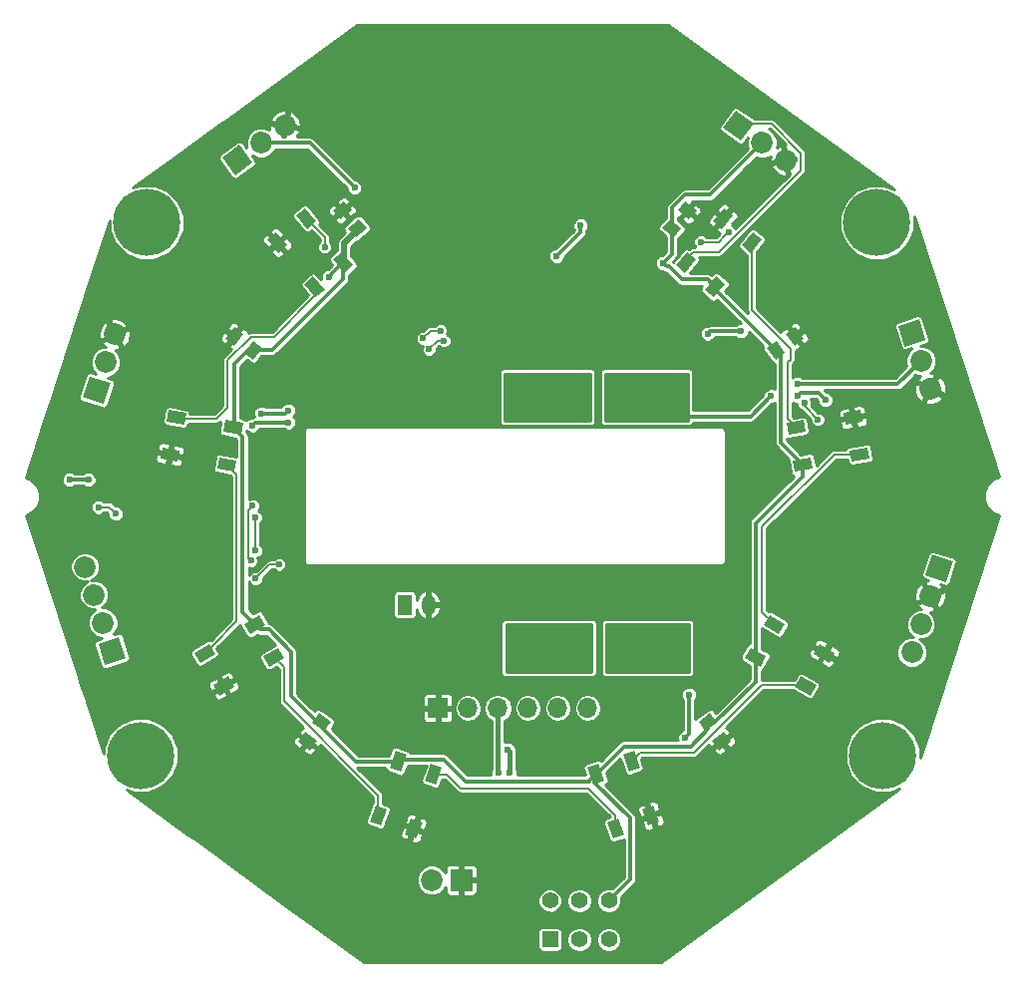
<source format=gbl>
G04 #@! TF.FileFunction,Copper,L2,Bot,Signal*
%FSLAX46Y46*%
G04 Gerber Fmt 4.6, Leading zero omitted, Abs format (unit mm)*
G04 Created by KiCad (PCBNEW 4.0.6) date Saturday, June 09, 2018 'PMt' 06:08:09 PM*
%MOMM*%
%LPD*%
G01*
G04 APERTURE LIST*
%ADD10C,0.100000*%
%ADD11C,5.700000*%
%ADD12C,1.850000*%
%ADD13R,1.200000X1.700000*%
%ADD14O,1.200000X1.700000*%
%ADD15R,1.397000X1.397000*%
%ADD16C,1.397000*%
%ADD17R,1.700000X1.700000*%
%ADD18O,1.700000X1.700000*%
%ADD19R,1.850000X1.850000*%
%ADD20C,0.600000*%
%ADD21C,0.300000*%
%ADD22C,0.200000*%
%ADD23C,0.400000*%
%ADD24C,0.254000*%
%ADD25C,0.250000*%
G04 APERTURE END LIST*
D10*
D11*
X68250000Y-122000000D03*
X131250000Y-122000000D03*
X68750000Y-76750000D03*
D10*
G36*
X66983195Y-113726811D02*
X65223740Y-114298492D01*
X64652059Y-112539037D01*
X66411514Y-111967356D01*
X66983195Y-113726811D01*
X66983195Y-113726811D01*
G37*
D12*
X65045085Y-110755283D03*
X64272542Y-108377641D03*
X63500000Y-106000000D03*
D10*
G36*
X113514596Y-78050808D02*
X112557040Y-77247324D01*
X113199828Y-76481280D01*
X114157384Y-77284764D01*
X113514596Y-78050808D01*
X113514596Y-78050808D01*
G37*
G36*
X114800172Y-76518720D02*
X113842616Y-75715236D01*
X114485404Y-74949192D01*
X115442960Y-75752676D01*
X114800172Y-76518720D01*
X114800172Y-76518720D01*
G37*
G36*
X65093887Y-92165568D02*
X63334432Y-91593887D01*
X63906113Y-89834432D01*
X65665568Y-90406113D01*
X65093887Y-92165568D01*
X65093887Y-92165568D01*
G37*
D12*
X65272542Y-88622359D03*
X66045085Y-86244717D03*
D10*
G36*
X78580891Y-87376042D02*
X77846160Y-88387313D01*
X77037143Y-87799528D01*
X77771874Y-86788257D01*
X78580891Y-87376042D01*
X78580891Y-87376042D01*
G37*
G36*
X76962857Y-86200472D02*
X76228126Y-87211743D01*
X75419109Y-86623958D01*
X76153840Y-85612687D01*
X76962857Y-86200472D01*
X76962857Y-86200472D01*
G37*
G36*
X83376042Y-118419109D02*
X84387313Y-119153840D01*
X83799528Y-119962857D01*
X82788257Y-119228126D01*
X83376042Y-118419109D01*
X83376042Y-118419109D01*
G37*
G36*
X82200472Y-120037143D02*
X83211743Y-120771874D01*
X82623958Y-121580891D01*
X81612687Y-120846160D01*
X82200472Y-120037143D01*
X82200472Y-120037143D01*
G37*
G36*
X115612687Y-119153840D02*
X116623958Y-118419109D01*
X117211743Y-119228126D01*
X116200472Y-119962857D01*
X115612687Y-119153840D01*
X115612687Y-119153840D01*
G37*
G36*
X116788257Y-120771874D02*
X117799528Y-120037143D01*
X118387313Y-120846160D01*
X117376042Y-121580891D01*
X116788257Y-120771874D01*
X116788257Y-120771874D01*
G37*
G36*
X122153840Y-88387313D02*
X121419109Y-87376042D01*
X122228126Y-86788257D01*
X122962857Y-87799528D01*
X122153840Y-88387313D01*
X122153840Y-88387313D01*
G37*
G36*
X123771874Y-87211743D02*
X123037143Y-86200472D01*
X123846160Y-85612687D01*
X124580891Y-86623958D01*
X123771874Y-87211743D01*
X123771874Y-87211743D01*
G37*
G36*
X117605356Y-77307458D02*
X116839311Y-76664671D01*
X117803492Y-75515604D01*
X118569537Y-76158391D01*
X117605356Y-77307458D01*
X117605356Y-77307458D01*
G37*
G36*
X120056698Y-79364378D02*
X119290653Y-78721591D01*
X120254834Y-77572524D01*
X121020879Y-78215311D01*
X120056698Y-79364378D01*
X120056698Y-79364378D01*
G37*
G36*
X114455696Y-81061076D02*
X113689651Y-80418289D01*
X114653832Y-79269222D01*
X115419877Y-79912009D01*
X114455696Y-81061076D01*
X114455696Y-81061076D01*
G37*
G36*
X116907038Y-83117996D02*
X116140993Y-82475209D01*
X117105174Y-81326142D01*
X117871219Y-81968929D01*
X116907038Y-83117996D01*
X116907038Y-83117996D01*
G37*
G36*
X128072969Y-93933009D02*
X127899321Y-92948201D01*
X129376533Y-92687729D01*
X129550181Y-93672537D01*
X128072969Y-93933009D01*
X128072969Y-93933009D01*
G37*
G36*
X128628643Y-97084393D02*
X128454995Y-96099585D01*
X129932207Y-95839113D01*
X130105855Y-96823921D01*
X128628643Y-97084393D01*
X128628643Y-97084393D01*
G37*
G36*
X123247411Y-94783885D02*
X123073763Y-93799077D01*
X124550975Y-93538605D01*
X124724623Y-94523413D01*
X123247411Y-94783885D01*
X123247411Y-94783885D01*
G37*
G36*
X123803085Y-97935269D02*
X123629437Y-96950461D01*
X125106649Y-96689989D01*
X125280297Y-97674797D01*
X123803085Y-97935269D01*
X123803085Y-97935269D01*
G37*
G36*
X125404929Y-113397372D02*
X125904929Y-112531346D01*
X127203967Y-113281346D01*
X126703967Y-114147372D01*
X125404929Y-113397372D01*
X125404929Y-113397372D01*
G37*
G36*
X123804929Y-116168654D02*
X124304929Y-115302628D01*
X125603967Y-116052628D01*
X125103967Y-116918654D01*
X123804929Y-116168654D01*
X123804929Y-116168654D01*
G37*
G36*
X121161405Y-110947372D02*
X121661405Y-110081346D01*
X122960443Y-110831346D01*
X122460443Y-111697372D01*
X121161405Y-110947372D01*
X121161405Y-110947372D01*
G37*
G36*
X119561405Y-113718654D02*
X120061405Y-112852628D01*
X121360443Y-113602628D01*
X120860443Y-114468654D01*
X119561405Y-113718654D01*
X119561405Y-113718654D01*
G37*
G36*
X110849641Y-126592957D02*
X111789333Y-126250936D01*
X112302363Y-127660475D01*
X111362671Y-128002496D01*
X110849641Y-126592957D01*
X110849641Y-126592957D01*
G37*
G36*
X107842624Y-127687421D02*
X108782316Y-127345400D01*
X109295346Y-128754939D01*
X108355654Y-129096960D01*
X107842624Y-127687421D01*
X107842624Y-127687421D01*
G37*
G36*
X109173742Y-121988463D02*
X110113434Y-121646442D01*
X110626464Y-123055981D01*
X109686772Y-123398002D01*
X109173742Y-121988463D01*
X109173742Y-121988463D01*
G37*
G36*
X106166725Y-123082927D02*
X107106417Y-122740906D01*
X107619447Y-124150445D01*
X106679755Y-124492466D01*
X106166725Y-123082927D01*
X106166725Y-123082927D01*
G37*
G36*
X91217684Y-127345400D02*
X92157376Y-127687421D01*
X91644346Y-129096960D01*
X90704654Y-128754939D01*
X91217684Y-127345400D01*
X91217684Y-127345400D01*
G37*
G36*
X88210667Y-126250936D02*
X89150359Y-126592957D01*
X88637329Y-128002496D01*
X87697637Y-127660475D01*
X88210667Y-126250936D01*
X88210667Y-126250936D01*
G37*
G36*
X92893583Y-122740906D02*
X93833275Y-123082927D01*
X93320245Y-124492466D01*
X92380553Y-124150445D01*
X92893583Y-122740906D01*
X92893583Y-122740906D01*
G37*
G36*
X89886566Y-121646442D02*
X90826258Y-121988463D01*
X90313228Y-123398002D01*
X89373536Y-123055981D01*
X89886566Y-121646442D01*
X89886566Y-121646442D01*
G37*
G36*
X75695071Y-115302628D02*
X76195071Y-116168654D01*
X74896033Y-116918654D01*
X74396033Y-116052628D01*
X75695071Y-115302628D01*
X75695071Y-115302628D01*
G37*
G36*
X74095071Y-112531346D02*
X74595071Y-113397372D01*
X73296033Y-114147372D01*
X72796033Y-113281346D01*
X74095071Y-112531346D01*
X74095071Y-112531346D01*
G37*
G36*
X79938595Y-112852628D02*
X80438595Y-113718654D01*
X79139557Y-114468654D01*
X78639557Y-113602628D01*
X79938595Y-112852628D01*
X79938595Y-112852628D01*
G37*
G36*
X78338595Y-110081346D02*
X78838595Y-110947372D01*
X77539557Y-111697372D01*
X77039557Y-110831346D01*
X78338595Y-110081346D01*
X78338595Y-110081346D01*
G37*
G36*
X71545005Y-96099585D02*
X71371357Y-97084393D01*
X69894145Y-96823921D01*
X70067793Y-95839113D01*
X71545005Y-96099585D01*
X71545005Y-96099585D01*
G37*
G36*
X72100679Y-92948201D02*
X71927031Y-93933009D01*
X70449819Y-93672537D01*
X70623467Y-92687729D01*
X72100679Y-92948201D01*
X72100679Y-92948201D01*
G37*
G36*
X76370563Y-96950461D02*
X76196915Y-97935269D01*
X74719703Y-97674797D01*
X74893351Y-96689989D01*
X76370563Y-96950461D01*
X76370563Y-96950461D01*
G37*
G36*
X76926237Y-93799077D02*
X76752589Y-94783885D01*
X75275377Y-94523413D01*
X75449025Y-93538605D01*
X76926237Y-93799077D01*
X76926237Y-93799077D01*
G37*
G36*
X80709347Y-78721591D02*
X79943302Y-79364378D01*
X78979121Y-78215311D01*
X79745166Y-77572524D01*
X80709347Y-78721591D01*
X80709347Y-78721591D01*
G37*
G36*
X83160689Y-76664671D02*
X82394644Y-77307458D01*
X81430463Y-76158391D01*
X82196508Y-75515604D01*
X83160689Y-76664671D01*
X83160689Y-76664671D01*
G37*
G36*
X83859007Y-82475209D02*
X83092962Y-83117996D01*
X82128781Y-81968929D01*
X82894826Y-81326142D01*
X83859007Y-82475209D01*
X83859007Y-82475209D01*
G37*
G36*
X86310349Y-80418289D02*
X85544304Y-81061076D01*
X84580123Y-79912009D01*
X85346168Y-79269222D01*
X86310349Y-80418289D01*
X86310349Y-80418289D01*
G37*
G36*
X87442960Y-77247324D02*
X86485404Y-78050808D01*
X85842616Y-77284764D01*
X86800172Y-76481280D01*
X87442960Y-77247324D01*
X87442960Y-77247324D01*
G37*
G36*
X86157384Y-75715236D02*
X85199828Y-76518720D01*
X84557040Y-75752676D01*
X85514596Y-74949192D01*
X86157384Y-75715236D01*
X86157384Y-75715236D01*
G37*
D13*
X90678000Y-109220000D03*
D14*
X92678000Y-109220000D03*
D10*
G36*
X117685416Y-68735176D02*
X118772819Y-67238495D01*
X120269500Y-68325898D01*
X119182097Y-69822579D01*
X117685416Y-68735176D01*
X117685416Y-68735176D01*
G37*
D12*
X121000000Y-70000000D03*
X123022543Y-71469463D03*
D10*
G36*
X76250276Y-72761505D02*
X75162873Y-71264824D01*
X76659554Y-70177421D01*
X77746957Y-71674102D01*
X76250276Y-72761505D01*
X76250276Y-72761505D01*
G37*
D12*
X78477457Y-70000000D03*
X80500000Y-68530537D03*
D10*
G36*
X132561889Y-85528472D02*
X134321344Y-84956791D01*
X134893025Y-86716246D01*
X133133570Y-87287927D01*
X132561889Y-85528472D01*
X132561889Y-85528472D01*
G37*
D12*
X134499999Y-88500000D03*
X135272542Y-90877642D03*
D10*
G36*
X135451198Y-104956791D02*
X137210653Y-105528472D01*
X136638972Y-107287927D01*
X134879517Y-106716246D01*
X135451198Y-104956791D01*
X135451198Y-104956791D01*
G37*
D12*
X135272543Y-108500000D03*
X134500000Y-110877642D03*
X133727458Y-113255283D03*
D15*
X103000000Y-137650000D03*
D16*
X105500000Y-137650000D03*
X108000000Y-137650000D03*
X108000000Y-134350000D03*
X105500000Y-134350000D03*
X103000000Y-134350000D03*
D17*
X93500000Y-118000000D03*
D18*
X96040000Y-118000000D03*
X98580000Y-118000000D03*
X101120000Y-118000000D03*
X103660000Y-118000000D03*
X106200000Y-118000000D03*
D19*
X95464000Y-132588000D03*
D12*
X92964000Y-132588000D03*
D11*
X130750000Y-76750000D03*
D20*
X114808000Y-116840000D03*
X113898000Y-90806000D03*
X111298000Y-92806000D03*
X108498000Y-92806000D03*
X108498000Y-90806000D03*
X113898000Y-92806000D03*
X111298000Y-90806000D03*
X124004877Y-90477096D03*
X121750000Y-91500000D03*
X114500000Y-120500000D03*
X66138347Y-101493098D03*
X64650722Y-100921836D03*
X69750000Y-73250000D03*
X65750000Y-79250000D03*
X71000000Y-79750000D03*
X72000000Y-74750000D03*
X72000000Y-122999998D03*
X69500000Y-125999996D03*
X67750000Y-118250000D03*
X65000000Y-120000000D03*
X129500000Y-118500000D03*
X127250000Y-121750000D03*
X134250000Y-119250000D03*
X130000000Y-125750000D03*
X81750000Y-133000000D03*
X75000000Y-82500000D03*
X129000000Y-73000000D03*
X126500000Y-77000000D03*
X130999999Y-80999999D03*
X134000000Y-79000000D03*
X116332000Y-80518000D03*
X119126000Y-81788004D03*
X82550000Y-79755994D03*
X79502000Y-72644000D03*
X84836000Y-128016000D03*
X138176000Y-99060000D03*
X99060000Y-73660000D03*
X121920000Y-105918000D03*
X121158000Y-95250000D03*
X94488000Y-92456000D03*
X80772000Y-98298000D03*
X112014000Y-120396000D03*
X110744000Y-117348000D03*
X116078000Y-107950000D03*
X97282000Y-108458000D03*
X87884000Y-118618000D03*
X83058000Y-109220000D03*
X77978000Y-108712000D03*
X77216000Y-113792000D03*
X76962000Y-120650000D03*
X62992000Y-111760000D03*
X62230000Y-103124000D03*
X60706000Y-96520000D03*
X67564000Y-108712000D03*
X74676000Y-107950000D03*
X69596000Y-115824000D03*
X108712000Y-124206000D03*
X88138000Y-123697996D03*
X91440000Y-123444000D03*
X95758000Y-136652000D03*
X95758000Y-122936000D03*
X97028000Y-125984000D03*
X87376000Y-138176000D03*
X111252000Y-135890000D03*
X114554000Y-128524000D03*
X118872000Y-124460000D03*
X119380000Y-119380000D03*
X117348000Y-132080000D03*
X131572000Y-110998000D03*
X125222000Y-110744000D03*
X125222000Y-104140000D03*
X131572000Y-104140000D03*
X126746000Y-95504000D03*
X131572000Y-96266000D03*
X101853998Y-120904000D03*
X105918000Y-121158000D03*
X97028000Y-119888000D03*
X93726000Y-119888000D03*
X96520000Y-114808000D03*
X93472000Y-114808000D03*
X101854000Y-128016000D03*
X105918000Y-128015994D03*
X106426000Y-135890000D03*
X119888000Y-73914000D03*
X115569999Y-76708000D03*
X113792000Y-73406000D03*
X131572000Y-92964000D03*
X131572000Y-86868000D03*
X123697996Y-84074000D03*
X127762000Y-82804000D03*
X123698000Y-78486000D03*
X127762000Y-88646000D03*
X104140000Y-88138000D03*
X109982000Y-88138000D03*
X103632000Y-86106000D03*
X106934000Y-86614000D03*
X117094000Y-88392000D03*
X117094000Y-91948000D03*
X101854000Y-82550000D03*
X95504000Y-84328000D03*
X98044000Y-88900000D03*
X110236000Y-83312000D03*
X110744000Y-80264000D03*
X105918000Y-82042000D03*
X105918000Y-80010000D03*
X114300000Y-83312000D03*
X70866000Y-107696000D03*
X72136000Y-107696000D03*
X85852000Y-83820000D03*
X88646000Y-77978000D03*
X84074000Y-74676000D03*
X84074000Y-92456000D03*
X89408000Y-92202000D03*
X82042000Y-88900000D03*
X77724000Y-90932000D03*
X79248000Y-82296000D03*
X72390000Y-89408000D03*
X68072000Y-89408000D03*
X64516000Y-94488000D03*
X68580000Y-92710000D03*
X70866000Y-104140000D03*
X72136000Y-104140000D03*
X67818000Y-104394000D03*
X65532000Y-103632000D03*
X68580000Y-100330000D03*
X75438000Y-102870000D03*
X68580000Y-96012000D03*
X66294000Y-98552000D03*
X73152000Y-100330000D03*
X92456000Y-67564000D03*
X107950000Y-67564000D03*
X96520000Y-67564000D03*
X103378002Y-67564000D03*
X87376000Y-64770000D03*
X88646000Y-66294000D03*
X111760000Y-66294000D03*
X113792000Y-63500000D03*
X114808000Y-61976000D03*
X112776000Y-65024000D03*
X110236000Y-67564000D03*
X105664000Y-67564000D03*
X101092000Y-67564000D03*
X98806000Y-67564000D03*
X94488000Y-67564000D03*
X90170000Y-67564000D03*
X86106000Y-63246000D03*
X85090000Y-61722000D03*
X105600000Y-77000000D03*
X80772000Y-92709996D03*
X78486000Y-92964000D03*
X102898000Y-92806000D03*
X102898000Y-90606000D03*
X100098000Y-90606000D03*
X105498000Y-90606000D03*
X105498000Y-92806000D03*
X100098000Y-92806000D03*
X124000000Y-91500000D03*
X126400012Y-91813835D03*
X103549990Y-79600000D03*
X116400000Y-86200000D03*
X119206059Y-85993941D03*
X62200000Y-98600000D03*
X63802106Y-98591156D03*
X86400000Y-73800000D03*
X99599998Y-123499990D03*
X99400000Y-121499990D03*
X105760000Y-111962000D03*
X103160000Y-111962000D03*
X100360000Y-111962000D03*
X100360000Y-114162000D03*
X103160000Y-114162000D03*
X105760000Y-114162000D03*
X112600000Y-80200000D03*
X84200000Y-81400000D03*
X83872272Y-78841492D03*
X98600000Y-123499990D03*
X114160000Y-112162000D03*
X111560000Y-114162000D03*
X111560000Y-112162000D03*
X108760000Y-112162004D03*
X108760000Y-114162000D03*
X114160000Y-114162000D03*
X118154487Y-77551501D03*
X115800000Y-78400000D03*
X77724000Y-93979994D03*
X80772000Y-93726000D03*
X93699997Y-85948056D03*
X92199974Y-86600000D03*
X124601041Y-92101058D03*
X125750000Y-93500000D03*
X94000008Y-86800000D03*
X92729177Y-87519141D03*
X79999998Y-105800000D03*
X78000000Y-107000004D03*
X78000032Y-101800006D03*
X78000032Y-104623730D03*
X77747970Y-100800000D03*
X77599966Y-105468333D03*
D21*
X114808000Y-116840000D02*
X114799999Y-116848001D01*
X114799999Y-116848001D02*
X114799999Y-120200001D01*
X114799999Y-120200001D02*
X114500000Y-120500000D01*
X121750000Y-91500000D02*
X120032000Y-93218000D01*
X120032000Y-93218000D02*
X114310000Y-93218000D01*
X114310000Y-93218000D02*
X113898000Y-92806000D01*
X108498000Y-92806000D02*
X111298000Y-92806000D01*
X108498000Y-90806000D02*
X111298000Y-90806000D01*
X113898000Y-92806000D02*
X113898000Y-90806000D01*
X132522903Y-90477096D02*
X124429141Y-90477096D01*
X134499999Y-88500000D02*
X132522903Y-90477096D01*
X124429141Y-90477096D02*
X124004877Y-90477096D01*
D22*
X64650722Y-100921836D02*
X65567085Y-100921836D01*
X65567085Y-100921836D02*
X65838348Y-101193099D01*
X65838348Y-101193099D02*
X66138347Y-101493098D01*
D21*
X78896000Y-73250000D02*
X70174264Y-73250000D01*
X79502000Y-72644000D02*
X78896000Y-73250000D01*
X70174264Y-73250000D02*
X69750000Y-73250000D01*
X71000000Y-79750000D02*
X70000000Y-80750000D01*
X70000000Y-80750000D02*
X67250000Y-80750000D01*
X67250000Y-80750000D02*
X66049999Y-79549999D01*
X66049999Y-79549999D02*
X65750000Y-79250000D01*
X72424264Y-122999998D02*
X72000000Y-122999998D01*
X74612002Y-122999998D02*
X72424264Y-122999998D01*
X76962000Y-120650000D02*
X74612002Y-122999998D01*
X81750000Y-133000000D02*
X81750000Y-132750000D01*
X81750000Y-132750000D02*
X75299995Y-126299995D01*
X75299995Y-126299995D02*
X69799999Y-126299995D01*
X69799999Y-126299995D02*
X69500000Y-125999996D01*
X65000000Y-120000000D02*
X66750000Y-118250000D01*
X66750000Y-118250000D02*
X67750000Y-118250000D01*
X127250000Y-120750000D02*
X129200001Y-118799999D01*
X129200001Y-118799999D02*
X129500000Y-118500000D01*
X127250000Y-121750000D02*
X127250000Y-120750000D01*
X129575736Y-125750000D02*
X130000000Y-125750000D01*
X123678000Y-125750000D02*
X129575736Y-125750000D01*
X117348000Y-132080000D02*
X123678000Y-125750000D01*
X126500000Y-75500000D02*
X128700001Y-73299999D01*
X126500000Y-77000000D02*
X126500000Y-75500000D01*
X128700001Y-73299999D02*
X129000000Y-73000000D01*
X132000001Y-80999999D02*
X131424263Y-80999999D01*
X134000000Y-79000000D02*
X132000001Y-80999999D01*
X131424263Y-80999999D02*
X130999999Y-80999999D01*
X131572000Y-96266000D02*
X135382000Y-96266000D01*
X135382000Y-96266000D02*
X138176000Y-99060000D01*
X99060000Y-73660000D02*
X99060000Y-67818000D01*
X99060000Y-67818000D02*
X98806000Y-67564000D01*
X80772000Y-98298000D02*
X80772000Y-94996000D01*
X80772000Y-94996000D02*
X83312000Y-92456000D01*
X83312000Y-92456000D02*
X94488000Y-92456000D01*
X116078000Y-107950000D02*
X119126000Y-104902000D01*
X119126000Y-104902000D02*
X119126000Y-97282000D01*
X119126000Y-97282000D02*
X120858001Y-95549999D01*
X120858001Y-95549999D02*
X121158000Y-95250000D01*
X115316000Y-115570000D02*
X112522000Y-115570000D01*
X112522000Y-115570000D02*
X110744000Y-117348000D01*
X116078000Y-114046000D02*
X116078000Y-114808000D01*
X116078000Y-114808000D02*
X115316000Y-115570000D01*
X116078000Y-107950000D02*
X116078000Y-114046000D01*
X97282000Y-108458000D02*
X115570000Y-108458000D01*
X115570000Y-108458000D02*
X116078000Y-107950000D01*
X87884000Y-118618000D02*
X97282000Y-109220000D01*
X97282000Y-109220000D02*
X97282000Y-108458000D01*
X77978000Y-108712000D02*
X78486000Y-109220000D01*
X78486000Y-109220000D02*
X83058000Y-109220000D01*
X76962000Y-120650000D02*
X76962000Y-114046000D01*
X76962000Y-114046000D02*
X77216000Y-113792000D01*
X62230000Y-103124000D02*
X61930001Y-103423999D01*
X61930001Y-103423999D02*
X61930001Y-110698001D01*
X61930001Y-110698001D02*
X62992000Y-111760000D01*
X64516000Y-94488000D02*
X62738000Y-94488000D01*
X62738000Y-94488000D02*
X60706000Y-96520000D01*
X67056000Y-108204000D02*
X67264001Y-108412001D01*
X67056000Y-108033736D02*
X67056000Y-108204000D01*
X67264001Y-104947999D02*
X67056000Y-105156000D01*
X66802000Y-105410000D02*
X67056000Y-105664000D01*
X67264001Y-108412001D02*
X67564000Y-108712000D01*
X67056000Y-105664000D02*
X67056000Y-108033736D01*
X67056000Y-105156000D02*
X67056000Y-108033736D01*
X74422000Y-107696000D02*
X74676000Y-107950000D01*
X72136000Y-107696000D02*
X74422000Y-107696000D01*
X95758000Y-136652000D02*
X96520000Y-137414000D01*
X91431015Y-128221180D02*
X91431015Y-127770985D01*
X91431015Y-127770985D02*
X93218000Y-125984000D01*
X93218000Y-125984000D02*
X96603736Y-125984000D01*
X96603736Y-125984000D02*
X97028000Y-125984000D01*
X118872000Y-124460000D02*
X114808000Y-128524000D01*
X114808000Y-128524000D02*
X114554000Y-128524000D01*
X117587785Y-120809017D02*
X117950983Y-120809017D01*
X117950983Y-120809017D02*
X119380000Y-119380000D01*
X125222000Y-110744000D02*
X131318000Y-110744000D01*
X131318000Y-110744000D02*
X131572000Y-110998000D01*
X131572000Y-104140000D02*
X125222000Y-104140000D01*
X131572000Y-96266000D02*
X131572000Y-92964000D01*
X123809017Y-86412215D02*
X124623232Y-85598000D01*
X124623232Y-85598000D02*
X124714000Y-85598000D01*
X124714000Y-85598000D02*
X127762000Y-88646000D01*
X102107998Y-121158000D02*
X101853998Y-120904000D01*
X105918000Y-121158000D02*
X102107998Y-121158000D01*
X93726000Y-119888000D02*
X97028000Y-119888000D01*
X93472000Y-114808000D02*
X96520000Y-114808000D01*
X106217999Y-128315993D02*
X105918000Y-128015994D01*
X106725999Y-128823993D02*
X106217999Y-128315993D01*
X106725999Y-135590001D02*
X106725999Y-128823993D01*
X106426000Y-135890000D02*
X106725999Y-135590001D01*
X117704424Y-76411531D02*
X119888000Y-74227955D01*
X119888000Y-74227955D02*
X119888000Y-73914000D01*
X115569999Y-76661167D02*
X115569999Y-76708000D01*
X114642788Y-75733956D02*
X115569999Y-76661167D01*
X128724751Y-93310369D02*
X128817120Y-93218000D01*
X128817120Y-93218000D02*
X131226002Y-93218000D01*
X131226002Y-93218000D02*
X131272001Y-93263999D01*
X131272001Y-93263999D02*
X131572000Y-92964000D01*
X123997995Y-84373999D02*
X123697996Y-84074000D01*
X127762000Y-88138004D02*
X123997995Y-84373999D01*
X127762000Y-88646000D02*
X127762000Y-88138004D01*
X123698000Y-78486000D02*
X127762000Y-82550000D01*
X127762000Y-82550000D02*
X127762000Y-82804000D01*
X109982000Y-88138000D02*
X104140000Y-88138000D01*
X103332001Y-86405999D02*
X103632000Y-86106000D01*
X100838000Y-88900000D02*
X103332001Y-86405999D01*
X98044000Y-88900000D02*
X100838000Y-88900000D01*
X106934000Y-88900000D02*
X108204000Y-88900000D01*
X106934000Y-87038264D02*
X106934000Y-88900000D01*
X106934000Y-86614000D02*
X106934000Y-87038264D01*
X117094000Y-91948000D02*
X117094000Y-88392000D01*
X95504000Y-84328000D02*
X97282000Y-82550000D01*
X97282000Y-82550000D02*
X101854000Y-82550000D01*
X111043999Y-80563999D02*
X110744000Y-80264000D01*
X113792000Y-83312000D02*
X111043999Y-80563999D01*
X114300000Y-83312000D02*
X113792000Y-83312000D01*
X105918000Y-80010000D02*
X105918000Y-82042000D01*
X72136000Y-107696000D02*
X70866000Y-107696000D01*
X86614000Y-83058000D02*
X88138000Y-83058000D01*
X85852000Y-83820000D02*
X86614000Y-83058000D01*
X84074000Y-74676000D02*
X84299256Y-74676000D01*
X84299256Y-74676000D02*
X85357212Y-75733956D01*
X84074000Y-92031736D02*
X84074000Y-92456000D01*
X82042000Y-88900000D02*
X84074000Y-90932000D01*
X84074000Y-90932000D02*
X84074000Y-92031736D01*
X68072000Y-89408000D02*
X72390000Y-89408000D01*
X68580000Y-92710000D02*
X66802000Y-94488000D01*
X66802000Y-94488000D02*
X64516000Y-94488000D01*
X72136000Y-104140000D02*
X70866000Y-104140000D01*
X67056000Y-107950000D02*
X67056000Y-105156000D01*
X67264001Y-104947999D02*
X67818000Y-104394000D01*
X68580000Y-100330000D02*
X65532000Y-103378000D01*
X65532000Y-103378000D02*
X65532000Y-103632000D01*
X66802000Y-98552000D02*
X68280001Y-100030001D01*
X68280001Y-100030001D02*
X68580000Y-100330000D01*
X66294000Y-98552000D02*
X66802000Y-98552000D01*
X70719575Y-96461753D02*
X70719575Y-97897575D01*
X70719575Y-97897575D02*
X73152000Y-100330000D01*
X90170000Y-67564000D02*
X92456000Y-67564000D01*
X110236000Y-67564000D02*
X107950000Y-67564000D01*
X94488000Y-67564000D02*
X96520000Y-67564000D01*
X105664000Y-67564000D02*
X103378002Y-67564000D01*
X87675999Y-65069999D02*
X87376000Y-64770000D01*
X88346001Y-65740001D02*
X87675999Y-65069999D01*
X88346001Y-65993999D02*
X88346001Y-65740001D01*
X88346001Y-65994001D02*
X88646000Y-66294000D01*
X88346001Y-65993999D02*
X88346001Y-65994001D01*
X87630002Y-65278000D02*
X88346001Y-65993999D01*
X87376000Y-65278000D02*
X87630002Y-65278000D01*
X111760000Y-66040000D02*
X111760000Y-66294000D01*
X112776000Y-65024000D02*
X111760000Y-66040000D01*
X114091999Y-63200001D02*
X113792000Y-63500000D01*
X114808000Y-62484000D02*
X114091999Y-63200001D01*
X114808000Y-61976000D02*
X114808000Y-62484000D01*
X98806000Y-67564000D02*
X101092000Y-67564000D01*
X85090000Y-61722000D02*
X85090000Y-62230000D01*
X85090000Y-62230000D02*
X86106000Y-63246000D01*
X103849989Y-79300001D02*
X103549990Y-79600000D01*
X105600000Y-77549990D02*
X103849989Y-79300001D01*
X105600000Y-77000000D02*
X105600000Y-77549990D01*
X80517996Y-92964000D02*
X80772000Y-92709996D01*
X78486000Y-92964000D02*
X80517996Y-92964000D01*
X102898000Y-92806000D02*
X105498000Y-92806000D01*
X100098000Y-92806000D02*
X100098000Y-90806000D01*
X100098000Y-90806000D02*
X100098000Y-90606000D01*
X102898000Y-90606000D02*
X105498000Y-90606000D01*
X126400012Y-91813835D02*
X125786178Y-91200001D01*
X125786178Y-91200001D02*
X124299999Y-91200001D01*
X124299999Y-91200001D02*
X124000000Y-91500000D01*
X116606059Y-85993941D02*
X116400000Y-86200000D01*
X119206059Y-85993941D02*
X116606059Y-85993941D01*
X62208844Y-98591156D02*
X62200000Y-98600000D01*
X63802106Y-98591156D02*
X62208844Y-98591156D01*
X86400000Y-73800000D02*
X82600000Y-70000000D01*
X82600000Y-70000000D02*
X78477457Y-70000000D01*
D23*
X99599998Y-123499990D02*
X99599998Y-121699988D01*
X99599998Y-121699988D02*
X99400000Y-121499990D01*
D21*
X105760000Y-114162000D02*
X105760000Y-111962000D01*
X100360000Y-111962000D02*
X103160000Y-111962000D01*
X103160000Y-114162000D02*
X100360000Y-114162000D01*
X108000000Y-134350000D02*
X109800000Y-132550000D01*
X109800000Y-132550000D02*
X109800000Y-127326000D01*
X109800000Y-127326000D02*
X106934000Y-124460000D01*
X106934000Y-124460000D02*
X106934000Y-123657600D01*
X106934000Y-123657600D02*
X106893086Y-123616686D01*
X120460924Y-113660641D02*
X120460924Y-102289076D01*
X120460924Y-102289076D02*
X124454867Y-98295133D01*
X124454867Y-98295133D02*
X124454867Y-97312629D01*
X116412215Y-119787785D02*
X116412215Y-119190983D01*
X114953568Y-121246432D02*
X116412215Y-119787785D01*
X106893086Y-123616686D02*
X109263340Y-121246432D01*
X109263340Y-121246432D02*
X114953568Y-121246432D01*
X117006106Y-82222069D02*
X116384037Y-81600000D01*
X113099999Y-80499999D02*
X112899999Y-80499999D01*
X112899999Y-80499999D02*
X112600000Y-80200000D01*
X116384037Y-81600000D02*
X114200000Y-81600000D01*
X114200000Y-81600000D02*
X113099999Y-80499999D01*
X112899999Y-79900001D02*
X112600000Y-80200000D01*
X113357212Y-79442788D02*
X112899999Y-79900001D01*
X113357212Y-77266044D02*
X113357212Y-79442788D01*
X113357212Y-75511682D02*
X114468894Y-74400000D01*
X113357212Y-77266044D02*
X113357212Y-75511682D01*
X114468894Y-74400000D02*
X116600000Y-74400000D01*
X116600000Y-74400000D02*
X121000000Y-70000000D01*
X95800000Y-124200000D02*
X106309772Y-124200000D01*
X90099897Y-122522222D02*
X90281223Y-122340896D01*
X90281223Y-122340896D02*
X93940896Y-122340896D01*
X93940896Y-122340896D02*
X95800000Y-124200000D01*
X106309772Y-124200000D02*
X106432274Y-124077498D01*
X106432274Y-124077498D02*
X106893086Y-123616686D01*
X86642788Y-77266044D02*
X86642788Y-77557212D01*
X86642788Y-77557212D02*
X85600000Y-78600000D01*
X85600000Y-78600000D02*
X85600000Y-80000000D01*
X85600000Y-80000000D02*
X84499999Y-81100001D01*
X84499999Y-81100001D02*
X84200000Y-81400000D01*
X122190983Y-87587785D02*
X122190983Y-87590983D01*
X122190983Y-87590983D02*
X122600000Y-88000000D01*
X122600000Y-88000000D02*
X122600000Y-95457762D01*
X122600000Y-95457762D02*
X124454867Y-97312629D01*
X122190983Y-87587785D02*
X117006106Y-82402908D01*
X117006106Y-82402908D02*
X117006106Y-82222069D01*
X85445236Y-80165149D02*
X85445236Y-81554764D01*
X78527050Y-87587785D02*
X77809017Y-87587785D01*
X85445236Y-81554764D02*
X79412215Y-87587785D01*
X79412215Y-87587785D02*
X78527050Y-87587785D01*
X77809017Y-87587785D02*
X77412215Y-87587785D01*
X77412215Y-87587785D02*
X76200000Y-88800000D01*
X76200000Y-88800000D02*
X76200000Y-94062052D01*
X76200000Y-94062052D02*
X76100807Y-94161245D01*
X77939076Y-110889359D02*
X78375811Y-111326094D01*
X78375811Y-111326094D02*
X79126094Y-111326094D01*
X79126094Y-111326094D02*
X81000000Y-113200000D01*
X81000000Y-113200000D02*
X81000000Y-117000000D01*
X81000000Y-117000000D02*
X83190983Y-119190983D01*
X83190983Y-119190983D02*
X83587785Y-119190983D01*
X83587785Y-119190983D02*
X83587785Y-119587785D01*
X83587785Y-119587785D02*
X86522222Y-122522222D01*
X86522222Y-122522222D02*
X90099897Y-122522222D01*
X116412215Y-119190983D02*
X117009017Y-119190983D01*
X117009017Y-119190983D02*
X120460924Y-115739076D01*
X120460924Y-115739076D02*
X120460924Y-113660641D01*
X76900011Y-94960449D02*
X76900011Y-105132286D01*
X76100807Y-94161245D02*
X76900011Y-94960449D01*
X76900011Y-105132286D02*
X76899965Y-105132332D01*
X77502341Y-110452624D02*
X77939076Y-110889359D01*
X76900011Y-109850294D02*
X77502341Y-110452624D01*
X76900011Y-105804380D02*
X76900011Y-109850294D01*
X76899965Y-105132332D02*
X76899965Y-105804334D01*
X76899965Y-105804334D02*
X76900011Y-105804380D01*
X86642788Y-77266044D02*
X85445236Y-78463596D01*
X85445236Y-78463596D02*
X85445236Y-80165149D01*
D22*
X82295576Y-76411531D02*
X83872272Y-77988227D01*
X83872272Y-78417228D02*
X83872272Y-78841492D01*
X83872272Y-77988227D02*
X83872272Y-78417228D01*
X82993894Y-82222069D02*
X83000000Y-82228175D01*
X79561753Y-86438247D02*
X77626893Y-86438247D01*
X77626893Y-86438247D02*
X75600000Y-88465140D01*
X83000000Y-82228175D02*
X83000000Y-83000000D01*
X83000000Y-83000000D02*
X79561753Y-86438247D01*
X75600000Y-88465140D02*
X75600000Y-92500000D01*
X75600000Y-92500000D02*
X74700000Y-93400000D01*
X74700000Y-93400000D02*
X71275249Y-93400000D01*
X71275249Y-93400000D02*
X71275249Y-93310369D01*
X76399954Y-98167450D02*
X76399955Y-106011446D01*
X75545133Y-97312629D02*
X76399954Y-98167450D01*
X76400000Y-110634911D02*
X74315300Y-112719611D01*
X74315300Y-112719611D02*
X73695552Y-113339359D01*
X76399955Y-106011446D02*
X76400000Y-106011491D01*
X76400000Y-106011491D02*
X76400000Y-110634911D01*
X79539076Y-113660641D02*
X80400000Y-114521565D01*
X80400000Y-114521565D02*
X80400000Y-117400000D01*
X80400000Y-117400000D02*
X88423998Y-125423998D01*
X88423998Y-125423998D02*
X88423998Y-127126716D01*
X93106914Y-123616686D02*
X94216686Y-123616686D01*
X94216686Y-123616686D02*
X95400000Y-124800000D01*
X95400000Y-124800000D02*
X106258000Y-124800000D01*
X106258000Y-124800000D02*
X108568985Y-127110985D01*
X108568985Y-127110985D02*
X108568985Y-128221180D01*
X124600000Y-116006193D02*
X124704448Y-116110641D01*
X124600000Y-116000000D02*
X124600000Y-116006193D01*
X115200000Y-121800000D02*
X121000000Y-116000000D01*
X110622325Y-121800000D02*
X115200000Y-121800000D01*
X109900103Y-122522222D02*
X110622325Y-121800000D01*
X121000000Y-116000000D02*
X124600000Y-116000000D01*
X122060924Y-110889359D02*
X121000000Y-109828435D01*
X121000000Y-102600000D02*
X127138247Y-96461753D01*
X121000000Y-109828435D02*
X121000000Y-102600000D01*
X127138247Y-96461753D02*
X129280425Y-96461753D01*
X123177824Y-93439876D02*
X123177824Y-88622176D01*
X120155766Y-84220906D02*
X120155766Y-79346313D01*
X123899193Y-94161245D02*
X123177824Y-93439876D01*
X123177824Y-88622176D02*
X123400000Y-88400000D01*
X123400000Y-87465140D02*
X120155766Y-84220906D01*
X123400000Y-88400000D02*
X123400000Y-87465140D01*
X120155766Y-79346313D02*
X120155766Y-78468451D01*
X124297544Y-70857462D02*
X124297544Y-72302456D01*
X118977458Y-68530537D02*
X119107995Y-68400000D01*
X119107995Y-68400000D02*
X121840082Y-68400000D01*
X121840082Y-68400000D02*
X124297544Y-70857462D01*
X124297544Y-72302456D02*
X117350000Y-79250000D01*
X117350000Y-79250000D02*
X115150000Y-79250000D01*
X115150000Y-79250000D02*
X114554764Y-79845236D01*
X114554764Y-79845236D02*
X114554764Y-80165149D01*
D23*
X98580000Y-118000000D02*
X98580000Y-123479990D01*
X98580000Y-123479990D02*
X98600000Y-123499990D01*
D21*
X111560000Y-112162000D02*
X114160000Y-112162000D01*
X113735736Y-112162000D02*
X114160000Y-112162000D01*
X111960000Y-112362000D02*
X112160000Y-112162000D01*
X111760000Y-111962000D02*
X111960000Y-112162000D01*
X111960000Y-112162000D02*
X113735736Y-112162000D01*
X112160000Y-112162000D02*
X113735736Y-112162000D01*
X114160000Y-114162000D02*
X111560000Y-114162000D01*
X108760000Y-114162000D02*
X108760000Y-112162004D01*
D22*
X117854488Y-77851500D02*
X118154487Y-77551501D01*
X117305988Y-78400000D02*
X117854488Y-77851500D01*
X115800000Y-78400000D02*
X117305988Y-78400000D01*
D21*
X77977994Y-93726000D02*
X77724000Y-93979994D01*
X80772000Y-93726000D02*
X77977994Y-93726000D01*
X80698000Y-93800000D02*
X80772000Y-93726000D01*
D22*
X92199974Y-86600000D02*
X92851918Y-85948056D01*
X93275733Y-85948056D02*
X93699997Y-85948056D01*
X92851918Y-85948056D02*
X93275733Y-85948056D01*
X124601041Y-92351041D02*
X124601041Y-92101058D01*
X125750000Y-93500000D02*
X124601041Y-92351041D01*
X93575744Y-86800000D02*
X94000008Y-86800000D01*
X93448318Y-86800000D02*
X93575744Y-86800000D01*
X92729177Y-87519141D02*
X93448318Y-86800000D01*
X79575734Y-105800000D02*
X79999998Y-105800000D01*
X79200004Y-105800000D02*
X79575734Y-105800000D01*
X78000000Y-107000004D02*
X79200004Y-105800000D01*
X78000032Y-104623730D02*
X78000032Y-101800006D01*
X77400022Y-101147948D02*
X77447971Y-101099999D01*
X77400022Y-105268389D02*
X77400022Y-101147948D01*
X77599966Y-105468333D02*
X77400022Y-105268389D01*
X77447971Y-101099999D02*
X77747970Y-100800000D01*
D24*
G36*
X114783000Y-114885000D02*
X107787000Y-114885000D01*
X107787000Y-110889000D01*
X114783000Y-110889000D01*
X114783000Y-114885000D01*
X114783000Y-114885000D01*
G37*
X114783000Y-114885000D02*
X107787000Y-114885000D01*
X107787000Y-110889000D01*
X114783000Y-110889000D01*
X114783000Y-114885000D01*
G36*
X106533000Y-114885000D02*
X99287000Y-114885000D01*
X99287000Y-110889000D01*
X106533000Y-110889000D01*
X106533000Y-114885000D01*
X106533000Y-114885000D01*
G37*
X106533000Y-114885000D02*
X99287000Y-114885000D01*
X99287000Y-110889000D01*
X106533000Y-110889000D01*
X106533000Y-114885000D01*
D25*
G36*
X132231215Y-73927215D02*
X131384317Y-73575552D01*
X130121224Y-73574450D01*
X128953857Y-74056796D01*
X128059935Y-74949159D01*
X127575552Y-76115683D01*
X127574450Y-77378776D01*
X128056796Y-78546143D01*
X128949159Y-79440065D01*
X130115683Y-79924448D01*
X131378776Y-79925550D01*
X132546143Y-79443204D01*
X133440065Y-78550841D01*
X133924448Y-77384317D01*
X133925442Y-76244608D01*
X141107820Y-98349693D01*
X140552428Y-98579176D01*
X140080832Y-99049950D01*
X139825292Y-99665360D01*
X139824710Y-100331716D01*
X140079176Y-100947572D01*
X140549950Y-101419168D01*
X141105930Y-101650030D01*
X134424816Y-122212384D01*
X134425550Y-121371224D01*
X133943204Y-120203857D01*
X133050841Y-119309935D01*
X131884317Y-118825552D01*
X130621224Y-118824450D01*
X129453857Y-119306796D01*
X128559935Y-120199159D01*
X128075552Y-121365683D01*
X128074450Y-122628776D01*
X128556796Y-123796143D01*
X129449159Y-124690065D01*
X130615683Y-125174448D01*
X131878776Y-125175550D01*
X132686598Y-124841765D01*
X112428865Y-139559870D01*
X87189362Y-139559870D01*
X83599249Y-136951500D01*
X101970133Y-136951500D01*
X101970133Y-138348500D01*
X101992795Y-138468938D01*
X102063974Y-138579553D01*
X102172580Y-138653760D01*
X102301500Y-138679867D01*
X103698500Y-138679867D01*
X103818938Y-138657205D01*
X103929553Y-138586026D01*
X104003760Y-138477420D01*
X104029867Y-138348500D01*
X104029867Y-137862596D01*
X104426314Y-137862596D01*
X104589400Y-138257294D01*
X104891117Y-138559538D01*
X105285531Y-138723313D01*
X105712596Y-138723686D01*
X106107294Y-138560600D01*
X106409538Y-138258883D01*
X106573313Y-137864469D01*
X106573314Y-137862596D01*
X106926314Y-137862596D01*
X107089400Y-138257294D01*
X107391117Y-138559538D01*
X107785531Y-138723313D01*
X108212596Y-138723686D01*
X108607294Y-138560600D01*
X108909538Y-138258883D01*
X109073313Y-137864469D01*
X109073686Y-137437404D01*
X108910600Y-137042706D01*
X108608883Y-136740462D01*
X108214469Y-136576687D01*
X107787404Y-136576314D01*
X107392706Y-136739400D01*
X107090462Y-137041117D01*
X106926687Y-137435531D01*
X106926314Y-137862596D01*
X106573314Y-137862596D01*
X106573686Y-137437404D01*
X106410600Y-137042706D01*
X106108883Y-136740462D01*
X105714469Y-136576687D01*
X105287404Y-136576314D01*
X104892706Y-136739400D01*
X104590462Y-137041117D01*
X104426687Y-137435531D01*
X104426314Y-137862596D01*
X104029867Y-137862596D01*
X104029867Y-136951500D01*
X104007205Y-136831062D01*
X103936026Y-136720447D01*
X103827420Y-136646240D01*
X103698500Y-136620133D01*
X102301500Y-136620133D01*
X102181062Y-136642795D01*
X102070447Y-136713974D01*
X101996240Y-136822580D01*
X101970133Y-136951500D01*
X83599249Y-136951500D01*
X80297576Y-134552694D01*
X101976322Y-134552694D01*
X102131813Y-134929009D01*
X102419477Y-135217176D01*
X102795520Y-135373322D01*
X103202694Y-135373678D01*
X103579009Y-135218187D01*
X103867176Y-134930523D01*
X104019951Y-134562596D01*
X104426314Y-134562596D01*
X104589400Y-134957294D01*
X104891117Y-135259538D01*
X105285531Y-135423313D01*
X105712596Y-135423686D01*
X106107294Y-135260600D01*
X106409538Y-134958883D01*
X106573313Y-134564469D01*
X106573686Y-134137404D01*
X106410600Y-133742706D01*
X106108883Y-133440462D01*
X105714469Y-133276687D01*
X105287404Y-133276314D01*
X104892706Y-133439400D01*
X104590462Y-133741117D01*
X104426687Y-134135531D01*
X104426314Y-134562596D01*
X104019951Y-134562596D01*
X104023322Y-134554480D01*
X104023678Y-134147306D01*
X103868187Y-133770991D01*
X103580523Y-133482824D01*
X103204480Y-133326678D01*
X102797306Y-133326322D01*
X102420991Y-133481813D01*
X102132824Y-133769477D01*
X101976678Y-134145520D01*
X101976322Y-134552694D01*
X80297576Y-134552694D01*
X77947759Y-132845452D01*
X91663774Y-132845452D01*
X91861271Y-133323429D01*
X92226647Y-133689444D01*
X92704279Y-133887774D01*
X93221452Y-133888226D01*
X93699429Y-133690729D01*
X94065444Y-133325353D01*
X94114000Y-133208417D01*
X94114000Y-133597538D01*
X94178702Y-133753743D01*
X94298257Y-133873298D01*
X94454462Y-133938000D01*
X95232750Y-133938000D01*
X95339000Y-133831750D01*
X95339000Y-132713000D01*
X95589000Y-132713000D01*
X95589000Y-133831750D01*
X95695250Y-133938000D01*
X96473538Y-133938000D01*
X96629743Y-133873298D01*
X96749298Y-133753743D01*
X96814000Y-133597538D01*
X96814000Y-132819250D01*
X96707750Y-132713000D01*
X95589000Y-132713000D01*
X95339000Y-132713000D01*
X95319000Y-132713000D01*
X95319000Y-132463000D01*
X95339000Y-132463000D01*
X95339000Y-131344250D01*
X95589000Y-131344250D01*
X95589000Y-132463000D01*
X96707750Y-132463000D01*
X96814000Y-132356750D01*
X96814000Y-131578462D01*
X96749298Y-131422257D01*
X96629743Y-131302702D01*
X96473538Y-131238000D01*
X95695250Y-131238000D01*
X95589000Y-131344250D01*
X95339000Y-131344250D01*
X95232750Y-131238000D01*
X94454462Y-131238000D01*
X94298257Y-131302702D01*
X94178702Y-131422257D01*
X94114000Y-131578462D01*
X94114000Y-131966975D01*
X94066729Y-131852571D01*
X93701353Y-131486556D01*
X93223721Y-131288226D01*
X92706548Y-131287774D01*
X92228571Y-131485271D01*
X91862556Y-131850647D01*
X91664226Y-132328279D01*
X91663774Y-132845452D01*
X77947759Y-132845452D01*
X73024134Y-129268229D01*
X91182943Y-129268229D01*
X91246445Y-129404411D01*
X91419548Y-129467415D01*
X91578427Y-129525243D01*
X91747341Y-129517868D01*
X91900577Y-129446413D01*
X92014802Y-129321758D01*
X92221139Y-128754853D01*
X92157636Y-128618671D01*
X91505724Y-128381394D01*
X91182943Y-129268229D01*
X73024134Y-129268229D01*
X72226922Y-128689021D01*
X90276371Y-128689021D01*
X90283745Y-128857935D01*
X90355200Y-129011170D01*
X90479855Y-129125395D01*
X90638735Y-129183222D01*
X90811837Y-129246227D01*
X90948019Y-129182724D01*
X91270801Y-128295889D01*
X90860278Y-128146471D01*
X91591229Y-128146471D01*
X92243141Y-128383747D01*
X92379323Y-128320245D01*
X92585659Y-127753339D01*
X92578285Y-127584425D01*
X92506830Y-127431190D01*
X92382175Y-127316965D01*
X92223295Y-127259138D01*
X92050193Y-127196133D01*
X91914011Y-127259636D01*
X91591229Y-128146471D01*
X90860278Y-128146471D01*
X90618889Y-128058613D01*
X90482707Y-128122115D01*
X90276371Y-128689021D01*
X72226922Y-128689021D01*
X67087866Y-124955279D01*
X67615683Y-125174448D01*
X68878776Y-125175550D01*
X70046143Y-124693204D01*
X70940065Y-123800841D01*
X71424448Y-122634317D01*
X71425398Y-121544873D01*
X82032093Y-121544873D01*
X82055599Y-121693283D01*
X82305757Y-121875033D01*
X82442542Y-121974414D01*
X82606945Y-122013884D01*
X82773940Y-121987434D01*
X82918100Y-121899093D01*
X83125758Y-121613277D01*
X83102252Y-121464866D01*
X82439869Y-120983617D01*
X82032093Y-121544873D01*
X71425398Y-121544873D01*
X71425550Y-121371224D01*
X71201569Y-120829147D01*
X81179694Y-120829147D01*
X81206144Y-120996142D01*
X81294485Y-121140302D01*
X81431271Y-121239682D01*
X81681428Y-121421432D01*
X81829839Y-121397927D01*
X82237615Y-120836671D01*
X81575232Y-120355422D01*
X81426822Y-120378928D01*
X81219164Y-120664744D01*
X81179694Y-120829147D01*
X71201569Y-120829147D01*
X70943204Y-120203857D01*
X70050841Y-119309935D01*
X68884317Y-118825552D01*
X67621224Y-118824450D01*
X66453857Y-119306796D01*
X65559935Y-120199159D01*
X65075552Y-121365683D01*
X65075131Y-121848358D01*
X63466796Y-116898409D01*
X74393597Y-116898409D01*
X74485703Y-117057942D01*
X74570241Y-117204366D01*
X74704377Y-117307292D01*
X74867692Y-117351052D01*
X75035321Y-117328983D01*
X75557784Y-117027339D01*
X75596674Y-116882199D01*
X75249799Y-116281394D01*
X74432487Y-116753269D01*
X74393597Y-116898409D01*
X63466796Y-116898409D01*
X63182776Y-116024288D01*
X73963634Y-116024288D01*
X73985703Y-116191916D01*
X74070241Y-116338340D01*
X74162347Y-116497873D01*
X74307487Y-116536763D01*
X74966305Y-116156394D01*
X75466305Y-116156394D01*
X75813180Y-116757199D01*
X75958320Y-116796089D01*
X76480783Y-116494445D01*
X76583710Y-116360309D01*
X76627470Y-116196994D01*
X76605401Y-116029366D01*
X76520863Y-115882942D01*
X76428757Y-115723409D01*
X76283617Y-115684519D01*
X75466305Y-116156394D01*
X74966305Y-116156394D01*
X75124799Y-116064888D01*
X74777924Y-115464083D01*
X74632784Y-115425193D01*
X74110321Y-115726837D01*
X74007394Y-115860973D01*
X73963634Y-116024288D01*
X63182776Y-116024288D01*
X62960140Y-115339083D01*
X74994430Y-115339083D01*
X75341305Y-115939888D01*
X76158617Y-115468013D01*
X76197507Y-115322873D01*
X76105401Y-115163340D01*
X76020863Y-115016916D01*
X75886727Y-114913990D01*
X75723412Y-114870230D01*
X75555783Y-114892299D01*
X75033320Y-115193943D01*
X74994430Y-115339083D01*
X62960140Y-115339083D01*
X60006121Y-106247550D01*
X62249783Y-106247550D01*
X62439684Y-106707143D01*
X62791007Y-107059081D01*
X63250269Y-107249783D01*
X63727853Y-107250200D01*
X63565399Y-107317325D01*
X63213461Y-107668648D01*
X63022759Y-108127910D01*
X63022325Y-108625191D01*
X63212226Y-109084784D01*
X63563549Y-109436722D01*
X64022811Y-109627424D01*
X64369742Y-109627727D01*
X64309656Y-109652554D01*
X63943641Y-110017930D01*
X63745311Y-110495562D01*
X63744859Y-111012735D01*
X63942356Y-111490712D01*
X64307732Y-111856727D01*
X64785364Y-112055057D01*
X64903979Y-112055161D01*
X64533908Y-112175404D01*
X64409823Y-112243216D01*
X64313817Y-112360766D01*
X64271108Y-112506406D01*
X64288426Y-112657188D01*
X64860107Y-114416643D01*
X64927919Y-114540728D01*
X65045469Y-114636734D01*
X65191109Y-114679443D01*
X65341891Y-114662125D01*
X67101346Y-114090444D01*
X67225431Y-114022632D01*
X67321437Y-113905082D01*
X67364146Y-113759442D01*
X67346828Y-113608660D01*
X66775147Y-111849205D01*
X66707335Y-111725120D01*
X66589785Y-111629114D01*
X66444145Y-111586405D01*
X66293363Y-111603723D01*
X65910694Y-111728060D01*
X66146529Y-111492636D01*
X66344859Y-111015004D01*
X66345311Y-110497831D01*
X66147814Y-110019854D01*
X65782438Y-109653839D01*
X65304806Y-109455509D01*
X64937982Y-109455188D01*
X64979685Y-109437957D01*
X65331623Y-109086634D01*
X65522325Y-108627372D01*
X65522759Y-108130091D01*
X65332858Y-107670498D01*
X64981535Y-107318560D01*
X64522273Y-107127858D01*
X64044689Y-107127441D01*
X64207143Y-107060316D01*
X64559081Y-106708993D01*
X64749783Y-106249731D01*
X64750217Y-105752450D01*
X64560316Y-105292857D01*
X64208993Y-104940919D01*
X63749731Y-104750217D01*
X63252450Y-104749783D01*
X62792857Y-104939684D01*
X62440919Y-105291007D01*
X62250217Y-105750269D01*
X62249783Y-106247550D01*
X60006121Y-106247550D01*
X58498158Y-101606518D01*
X58947572Y-101420824D01*
X59313520Y-101055513D01*
X63975605Y-101055513D01*
X64078151Y-101303693D01*
X64267866Y-101493739D01*
X64515867Y-101596719D01*
X64784399Y-101596953D01*
X65032579Y-101494407D01*
X65130320Y-101396836D01*
X65370333Y-101396836D01*
X65463349Y-101489852D01*
X65463230Y-101626775D01*
X65565776Y-101874955D01*
X65755491Y-102065001D01*
X66003492Y-102167981D01*
X66272024Y-102168215D01*
X66520204Y-102065669D01*
X66710250Y-101875954D01*
X66813230Y-101627953D01*
X66813464Y-101359421D01*
X66710918Y-101111241D01*
X66521203Y-100921195D01*
X66273202Y-100818215D01*
X66135096Y-100818095D01*
X65902961Y-100585960D01*
X65748860Y-100482993D01*
X65567085Y-100446836D01*
X65130312Y-100446836D01*
X65033578Y-100349933D01*
X64785577Y-100246953D01*
X64517045Y-100246719D01*
X64268865Y-100349265D01*
X64078819Y-100538980D01*
X63975839Y-100786981D01*
X63975605Y-101055513D01*
X59313520Y-101055513D01*
X59419168Y-100950050D01*
X59674708Y-100334640D01*
X59675290Y-99668284D01*
X59420824Y-99052428D01*
X59102629Y-98733677D01*
X61524883Y-98733677D01*
X61627429Y-98981857D01*
X61817144Y-99171903D01*
X62065145Y-99274883D01*
X62333677Y-99275117D01*
X62581857Y-99172571D01*
X62638370Y-99116156D01*
X63372429Y-99116156D01*
X63419250Y-99163059D01*
X63667251Y-99266039D01*
X63935783Y-99266273D01*
X64183963Y-99163727D01*
X64374009Y-98974012D01*
X64476989Y-98726011D01*
X64477223Y-98457479D01*
X64374677Y-98209299D01*
X64184962Y-98019253D01*
X63936961Y-97916273D01*
X63668429Y-97916039D01*
X63420249Y-98018585D01*
X63372595Y-98066156D01*
X62620849Y-98066156D01*
X62582856Y-98028097D01*
X62334855Y-97925117D01*
X62066323Y-97924883D01*
X61818143Y-98027429D01*
X61628097Y-98217144D01*
X61525117Y-98465145D01*
X61524883Y-98733677D01*
X59102629Y-98733677D01*
X58950050Y-98580832D01*
X58496497Y-98392501D01*
X59003087Y-96833374D01*
X69460922Y-96833374D01*
X69497516Y-96998441D01*
X69594494Y-97136940D01*
X69737091Y-97227784D01*
X70331214Y-97332544D01*
X70392301Y-97289770D01*
X70700502Y-97289770D01*
X70786687Y-97412856D01*
X71380810Y-97517616D01*
X71545877Y-97481022D01*
X71684376Y-97384044D01*
X71775220Y-97241447D01*
X71804580Y-97074940D01*
X71836568Y-96893526D01*
X71750382Y-96770440D01*
X70820970Y-96606560D01*
X70700502Y-97289770D01*
X70392301Y-97289770D01*
X70454300Y-97246358D01*
X70574768Y-96563148D01*
X69645356Y-96399267D01*
X69522270Y-96485453D01*
X69490282Y-96666867D01*
X69460922Y-96833374D01*
X59003087Y-96833374D01*
X59156778Y-96360358D01*
X70864382Y-96360358D01*
X71793794Y-96524239D01*
X71916880Y-96438053D01*
X71948868Y-96256639D01*
X71978228Y-96090132D01*
X71941634Y-95925065D01*
X71844656Y-95786566D01*
X71702059Y-95695722D01*
X71107936Y-95590962D01*
X70984850Y-95677148D01*
X70864382Y-96360358D01*
X59156778Y-96360358D01*
X59264125Y-96029980D01*
X69602582Y-96029980D01*
X69688768Y-96153066D01*
X70618180Y-96316946D01*
X70738648Y-95633736D01*
X70652463Y-95510650D01*
X70058340Y-95405890D01*
X69893273Y-95442484D01*
X69754774Y-95539462D01*
X69663930Y-95682059D01*
X69634570Y-95848566D01*
X69602582Y-96029980D01*
X59264125Y-96029980D01*
X60048801Y-93614996D01*
X70123486Y-93614996D01*
X70124890Y-93737539D01*
X70175779Y-93858833D01*
X70269849Y-93950773D01*
X70392278Y-93998870D01*
X71869490Y-94259342D01*
X71992033Y-94257938D01*
X72113327Y-94207049D01*
X72205267Y-94112979D01*
X72253364Y-93990550D01*
X72282555Y-93825000D01*
X74700000Y-93825000D01*
X74835657Y-93798016D01*
X74862641Y-93792649D01*
X75000520Y-93700520D01*
X75039019Y-93662021D01*
X74898840Y-94457019D01*
X74900460Y-94598415D01*
X74959178Y-94738370D01*
X75067720Y-94844454D01*
X75208983Y-94899950D01*
X76287162Y-95090062D01*
X76375011Y-95177911D01*
X76375011Y-96614766D01*
X74950892Y-96363656D01*
X74828349Y-96365060D01*
X74707055Y-96415949D01*
X74615115Y-96510019D01*
X74567018Y-96632448D01*
X74393370Y-97617256D01*
X74394774Y-97739799D01*
X74445663Y-97861093D01*
X74539733Y-97953033D01*
X74662162Y-98001130D01*
X75840337Y-98208874D01*
X75974954Y-98343491D01*
X75974955Y-106011446D01*
X75975000Y-106011672D01*
X75975000Y-110458871D01*
X74209105Y-112224766D01*
X74185249Y-112212485D01*
X74054089Y-112202523D01*
X73929387Y-112244374D01*
X72630349Y-112994374D01*
X72537378Y-113074218D01*
X72477172Y-113191168D01*
X72467210Y-113322328D01*
X72509061Y-113447029D01*
X73009061Y-114313055D01*
X73088905Y-114406027D01*
X73205855Y-114466233D01*
X73337015Y-114476195D01*
X73461717Y-114434344D01*
X74760755Y-113684344D01*
X74853726Y-113604500D01*
X74913932Y-113487550D01*
X74923894Y-113356390D01*
X74882043Y-113231689D01*
X74707163Y-112928788D01*
X76684564Y-110951387D01*
X76708436Y-111022519D01*
X77208436Y-111888545D01*
X77300564Y-111995819D01*
X77435506Y-112065288D01*
X77586844Y-112076783D01*
X77730730Y-112028493D01*
X78143525Y-111790166D01*
X78174902Y-111811131D01*
X78375811Y-111851094D01*
X78908632Y-111851094D01*
X79677994Y-112620456D01*
X78473873Y-113315656D01*
X78380902Y-113395500D01*
X78320696Y-113512450D01*
X78310734Y-113643610D01*
X78352585Y-113768311D01*
X78852585Y-114634337D01*
X78932429Y-114727309D01*
X79049379Y-114787515D01*
X79180539Y-114797477D01*
X79305241Y-114755626D01*
X79766635Y-114489240D01*
X79975000Y-114697606D01*
X79975000Y-117400000D01*
X79988679Y-117468769D01*
X80007351Y-117562641D01*
X80099480Y-117700520D01*
X82037512Y-119638553D01*
X81906330Y-119718941D01*
X81698672Y-120004757D01*
X81722178Y-120153168D01*
X82384561Y-120634417D01*
X82396317Y-120618236D01*
X82598571Y-120765182D01*
X82586815Y-120781363D01*
X83249198Y-121262612D01*
X83397608Y-121239106D01*
X83498795Y-121099835D01*
X87998998Y-125600039D01*
X87998998Y-126003083D01*
X87967910Y-126025386D01*
X87899284Y-126137602D01*
X87386254Y-127547141D01*
X87366357Y-127668066D01*
X87395410Y-127796354D01*
X87472086Y-127903232D01*
X87584302Y-127971858D01*
X88523994Y-128313879D01*
X88644920Y-128333776D01*
X88773209Y-128304722D01*
X88880086Y-128228046D01*
X88948712Y-128115830D01*
X89104608Y-127687507D01*
X90640891Y-127687507D01*
X90704394Y-127823689D01*
X91356306Y-128060966D01*
X91679087Y-127174131D01*
X91615585Y-127037949D01*
X91442482Y-126974945D01*
X91283603Y-126917117D01*
X91114689Y-126924492D01*
X90961453Y-126995947D01*
X90847228Y-127120602D01*
X90640891Y-127687507D01*
X89104608Y-127687507D01*
X89461742Y-126706291D01*
X89481639Y-126585366D01*
X89452586Y-126457078D01*
X89375910Y-126350200D01*
X89263694Y-126281574D01*
X88848998Y-126130637D01*
X88848998Y-125423998D01*
X88816647Y-125261358D01*
X88816647Y-125261357D01*
X88724519Y-125123478D01*
X86648263Y-123047222D01*
X88994172Y-123047222D01*
X88991290Y-123064740D01*
X89024813Y-123212765D01*
X89113285Y-123336085D01*
X89242766Y-123415269D01*
X90182458Y-123757290D01*
X90321987Y-123780248D01*
X90470012Y-123746724D01*
X90593332Y-123658252D01*
X90672516Y-123528772D01*
X90913783Y-122865896D01*
X92495457Y-122865896D01*
X92069170Y-124037111D01*
X92049273Y-124158036D01*
X92078326Y-124286324D01*
X92155002Y-124393202D01*
X92267218Y-124461828D01*
X93206910Y-124803849D01*
X93327836Y-124823746D01*
X93456125Y-124794692D01*
X93563002Y-124718016D01*
X93631628Y-124605800D01*
X93836949Y-124041686D01*
X94040646Y-124041686D01*
X95099480Y-125100521D01*
X95237359Y-125192649D01*
X95400000Y-125225000D01*
X106081960Y-125225000D01*
X108098584Y-127241625D01*
X107729289Y-127376038D01*
X107623866Y-127438525D01*
X107544267Y-127543244D01*
X107511680Y-127670681D01*
X107531241Y-127800755D01*
X108044271Y-129210294D01*
X108106758Y-129315718D01*
X108211477Y-129395317D01*
X108338914Y-129427904D01*
X108468989Y-129408343D01*
X109275000Y-129114978D01*
X109275000Y-132332538D01*
X108296704Y-133310834D01*
X108214469Y-133276687D01*
X107787404Y-133276314D01*
X107392706Y-133439400D01*
X107090462Y-133741117D01*
X106926687Y-134135531D01*
X106926314Y-134562596D01*
X107089400Y-134957294D01*
X107391117Y-135259538D01*
X107785531Y-135423313D01*
X108212596Y-135423686D01*
X108607294Y-135260600D01*
X108909538Y-134958883D01*
X109073313Y-134564469D01*
X109073686Y-134137404D01*
X109039001Y-134053461D01*
X110171231Y-132921231D01*
X110285037Y-132750909D01*
X110325000Y-132550000D01*
X110325000Y-127660389D01*
X110785878Y-127660389D01*
X110992215Y-128227294D01*
X111106440Y-128351949D01*
X111259676Y-128423404D01*
X111428590Y-128430779D01*
X111587469Y-128372951D01*
X111760572Y-128309947D01*
X111824074Y-128173765D01*
X111501293Y-127286930D01*
X110849381Y-127524207D01*
X110785878Y-127660389D01*
X110325000Y-127660389D01*
X110325000Y-127326000D01*
X110285037Y-127125091D01*
X110171231Y-126954769D01*
X109875337Y-126658875D01*
X110421358Y-126658875D01*
X110627694Y-127225781D01*
X110763876Y-127289283D01*
X111005264Y-127201425D01*
X111736216Y-127201425D01*
X112058998Y-128088260D01*
X112195180Y-128151763D01*
X112368282Y-128088758D01*
X112527162Y-128030931D01*
X112651817Y-127916706D01*
X112723272Y-127763471D01*
X112730646Y-127594557D01*
X112524310Y-127027651D01*
X112388128Y-126964149D01*
X111736216Y-127201425D01*
X111005264Y-127201425D01*
X111415788Y-127052007D01*
X111093006Y-126165172D01*
X110956824Y-126101669D01*
X110783722Y-126164674D01*
X110624842Y-126222501D01*
X110500187Y-126336726D01*
X110428732Y-126489961D01*
X110421358Y-126658875D01*
X109875337Y-126658875D01*
X109296129Y-126079667D01*
X111327930Y-126079667D01*
X111650711Y-126966502D01*
X112302623Y-126729225D01*
X112366126Y-126593043D01*
X112159789Y-126026138D01*
X112045564Y-125901483D01*
X111892328Y-125830028D01*
X111723414Y-125822653D01*
X111564535Y-125880481D01*
X111391432Y-125943485D01*
X111327930Y-126079667D01*
X109296129Y-126079667D01*
X107732605Y-124516143D01*
X107750217Y-124509733D01*
X107871859Y-124437632D01*
X107963705Y-124316803D01*
X108001305Y-124169761D01*
X107978735Y-124019675D01*
X107779621Y-123472613D01*
X108939231Y-122313003D01*
X109375389Y-123511336D01*
X109437876Y-123616760D01*
X109542595Y-123696359D01*
X109670032Y-123728946D01*
X109800107Y-123709385D01*
X110739799Y-123367364D01*
X110845222Y-123304877D01*
X110924821Y-123200158D01*
X110957408Y-123072721D01*
X110937847Y-122942647D01*
X110709125Y-122314240D01*
X110798365Y-122225000D01*
X115200000Y-122225000D01*
X115335657Y-122198016D01*
X115362641Y-122192649D01*
X115500520Y-122100520D01*
X115987763Y-121613277D01*
X116874242Y-121613277D01*
X117081900Y-121899093D01*
X117226060Y-121987434D01*
X117393055Y-122013884D01*
X117557458Y-121974414D01*
X117694243Y-121875033D01*
X117944401Y-121693283D01*
X117967907Y-121544873D01*
X117560131Y-120983617D01*
X116897748Y-121464866D01*
X116874242Y-121613277D01*
X115987763Y-121613277D01*
X116501205Y-121099835D01*
X116602392Y-121239106D01*
X116750802Y-121262612D01*
X117337060Y-120836671D01*
X117762385Y-120836671D01*
X118170161Y-121397927D01*
X118318572Y-121421432D01*
X118568729Y-121239682D01*
X118705515Y-121140302D01*
X118793856Y-120996142D01*
X118820306Y-120829147D01*
X118780836Y-120664744D01*
X118573178Y-120378928D01*
X118424768Y-120355422D01*
X117762385Y-120836671D01*
X117337060Y-120836671D01*
X117413185Y-120781363D01*
X117401429Y-120765182D01*
X117603683Y-120618236D01*
X117615439Y-120634417D01*
X118277822Y-120153168D01*
X118301328Y-120004757D01*
X118093670Y-119718941D01*
X117962488Y-119638553D01*
X121176041Y-116425000D01*
X123604565Y-116425000D01*
X123639245Y-116455626D01*
X124938283Y-117205626D01*
X125053917Y-117246219D01*
X125185301Y-117239884D01*
X125303870Y-117182932D01*
X125390939Y-117084337D01*
X125890939Y-116218311D01*
X125931532Y-116102678D01*
X125925197Y-115971294D01*
X125868245Y-115852725D01*
X125769651Y-115765656D01*
X124470613Y-115015656D01*
X124354979Y-114975063D01*
X124223595Y-114981398D01*
X124105026Y-115038350D01*
X124017957Y-115136945D01*
X123765046Y-115575000D01*
X121000000Y-115575000D01*
X120985924Y-115577800D01*
X120985924Y-114824109D01*
X121091100Y-114773590D01*
X121191564Y-114659827D01*
X121508477Y-114110917D01*
X126003326Y-114110917D01*
X126042216Y-114256057D01*
X126564679Y-114557701D01*
X126732308Y-114579770D01*
X126895623Y-114536010D01*
X127029759Y-114433084D01*
X127114297Y-114286660D01*
X127206403Y-114127127D01*
X127167513Y-113981987D01*
X126350201Y-113510112D01*
X126003326Y-114110917D01*
X121508477Y-114110917D01*
X121691564Y-113793801D01*
X121738402Y-113660378D01*
X121731093Y-113508781D01*
X121691193Y-113425712D01*
X124972530Y-113425712D01*
X125016290Y-113589027D01*
X125119217Y-113723163D01*
X125641680Y-114024807D01*
X125786820Y-113985917D01*
X126133695Y-113385112D01*
X125975202Y-113293606D01*
X126475201Y-113293606D01*
X127292513Y-113765481D01*
X127437653Y-113726591D01*
X127529759Y-113567058D01*
X127561122Y-113512735D01*
X132427232Y-113512735D01*
X132624729Y-113990712D01*
X132990105Y-114356727D01*
X133467737Y-114555057D01*
X133984910Y-114555509D01*
X134462887Y-114358012D01*
X134828902Y-113992636D01*
X135027232Y-113515004D01*
X135027684Y-112997831D01*
X134830187Y-112519854D01*
X134464811Y-112153839D01*
X134401517Y-112127557D01*
X134747550Y-112127859D01*
X135207143Y-111937958D01*
X135559081Y-111586635D01*
X135749783Y-111127373D01*
X135750217Y-110630092D01*
X135560316Y-110170499D01*
X135257786Y-109867440D01*
X135577249Y-109842297D01*
X135735026Y-109683010D01*
X135217916Y-108668125D01*
X134203031Y-109185234D01*
X134237048Y-109406839D01*
X134524419Y-109627662D01*
X134252450Y-109627425D01*
X133792857Y-109817326D01*
X133440919Y-110168649D01*
X133250217Y-110627911D01*
X133249783Y-111125192D01*
X133439684Y-111584785D01*
X133791007Y-111936723D01*
X133835930Y-111955377D01*
X133470006Y-111955057D01*
X132992029Y-112152554D01*
X132626014Y-112517930D01*
X132427684Y-112995562D01*
X132427232Y-113512735D01*
X127561122Y-113512735D01*
X127614297Y-113420634D01*
X127636366Y-113253006D01*
X127592606Y-113089691D01*
X127489679Y-112955555D01*
X126967216Y-112653911D01*
X126822076Y-112692801D01*
X126475201Y-113293606D01*
X125975202Y-113293606D01*
X125316383Y-112913237D01*
X125171243Y-112952127D01*
X125079137Y-113111660D01*
X124994599Y-113258084D01*
X124972530Y-113425712D01*
X121691193Y-113425712D01*
X121665379Y-113371971D01*
X121551616Y-113271507D01*
X120985924Y-112944905D01*
X120985924Y-112551591D01*
X125402493Y-112551591D01*
X125441383Y-112696731D01*
X126258695Y-113168606D01*
X126605570Y-112567801D01*
X126566680Y-112422661D01*
X126044217Y-112121017D01*
X125876588Y-112098948D01*
X125713273Y-112142708D01*
X125579137Y-112245634D01*
X125494599Y-112392058D01*
X125402493Y-112551591D01*
X120985924Y-112551591D01*
X120985924Y-111225692D01*
X120995721Y-111234344D01*
X122294759Y-111984344D01*
X122410393Y-112024937D01*
X122541777Y-112018602D01*
X122660346Y-111961650D01*
X122747415Y-111863055D01*
X123247415Y-110997029D01*
X123288008Y-110881396D01*
X123281673Y-110750012D01*
X123224721Y-110631443D01*
X123126127Y-110544374D01*
X121827089Y-109794374D01*
X121711455Y-109753781D01*
X121580071Y-109760116D01*
X121548085Y-109775480D01*
X121425000Y-109652395D01*
X121425000Y-108409027D01*
X133899105Y-108409027D01*
X133930246Y-108804706D01*
X134089533Y-108962483D01*
X134889995Y-108554627D01*
X135440668Y-108554627D01*
X135957777Y-109569512D01*
X136179382Y-109535495D01*
X136506620Y-109109640D01*
X136645981Y-108590973D01*
X136614840Y-108195294D01*
X136455553Y-108037517D01*
X135440668Y-108554627D01*
X134889995Y-108554627D01*
X135104418Y-108445373D01*
X134587309Y-107430488D01*
X134365704Y-107464505D01*
X134038466Y-107890360D01*
X133899105Y-108409027D01*
X121425000Y-108409027D01*
X121425000Y-106735394D01*
X134548704Y-106735394D01*
X134582217Y-106862590D01*
X134662576Y-106966727D01*
X134777119Y-107031395D01*
X135127244Y-107145157D01*
X134967837Y-107157703D01*
X134810060Y-107316990D01*
X135327170Y-108331875D01*
X136342055Y-107814766D01*
X136308038Y-107593161D01*
X136162965Y-107481683D01*
X136536574Y-107603076D01*
X136658120Y-107618740D01*
X136785316Y-107585227D01*
X136889453Y-107504868D01*
X136954121Y-107390325D01*
X137525802Y-105630870D01*
X137541466Y-105509324D01*
X137507953Y-105382128D01*
X137427594Y-105277991D01*
X137313051Y-105213323D01*
X135553596Y-104641642D01*
X135432050Y-104625978D01*
X135304854Y-104659491D01*
X135200717Y-104739850D01*
X135136049Y-104854393D01*
X134564368Y-106613848D01*
X134548704Y-106735394D01*
X121425000Y-106735394D01*
X121425000Y-102776040D01*
X127314287Y-96886753D01*
X128257315Y-96886753D01*
X128302310Y-97141934D01*
X128345542Y-97256607D01*
X128434847Y-97353181D01*
X128554689Y-97407402D01*
X128686184Y-97410726D01*
X130163396Y-97150254D01*
X130278069Y-97107022D01*
X130374643Y-97017717D01*
X130428864Y-96897875D01*
X130432188Y-96766380D01*
X130258540Y-95781572D01*
X130215308Y-95666899D01*
X130126003Y-95570325D01*
X130006161Y-95516104D01*
X129874666Y-95512780D01*
X128397454Y-95773252D01*
X128282781Y-95816484D01*
X128186207Y-95905789D01*
X128131986Y-96025631D01*
X128131705Y-96036753D01*
X127138247Y-96036753D01*
X127002590Y-96063737D01*
X126975606Y-96069104D01*
X126837727Y-96161233D01*
X125616920Y-97382040D01*
X125483186Y-96623595D01*
X125433304Y-96491281D01*
X125330260Y-96379849D01*
X125191980Y-96317287D01*
X125040255Y-96313452D01*
X124324380Y-96439680D01*
X123125000Y-95240300D01*
X123125000Y-95084970D01*
X123173457Y-95106894D01*
X123304952Y-95110218D01*
X124782164Y-94849746D01*
X124896837Y-94806514D01*
X124993411Y-94717209D01*
X125047632Y-94597367D01*
X125050956Y-94465872D01*
X124877308Y-93481064D01*
X124834076Y-93366391D01*
X124744771Y-93269817D01*
X124624929Y-93215596D01*
X124493434Y-93212272D01*
X123692488Y-93353500D01*
X123602824Y-93263836D01*
X123602824Y-92057558D01*
X123617144Y-92071903D01*
X123865145Y-92174883D01*
X123975977Y-92174980D01*
X123975933Y-92224833D01*
X124070883Y-92454629D01*
X124246545Y-92630598D01*
X124303000Y-92654040D01*
X125125021Y-93476062D01*
X125124892Y-93623775D01*
X125219842Y-93853571D01*
X125395504Y-94029540D01*
X125625134Y-94124891D01*
X125873775Y-94125108D01*
X126103571Y-94030158D01*
X126279540Y-93854496D01*
X126326193Y-93742142D01*
X127607758Y-93742142D01*
X127639746Y-93923556D01*
X127669106Y-94090063D01*
X127759950Y-94232660D01*
X127898449Y-94329638D01*
X128063516Y-94366232D01*
X128657639Y-94261472D01*
X128743824Y-94138386D01*
X128623356Y-93455176D01*
X127693944Y-93619056D01*
X127607758Y-93742142D01*
X126326193Y-93742142D01*
X126374891Y-93624866D01*
X126375076Y-93411764D01*
X128869558Y-93411764D01*
X128990026Y-94094974D01*
X129113112Y-94181160D01*
X129707235Y-94076400D01*
X129849832Y-93985556D01*
X129946810Y-93847057D01*
X129983404Y-93681990D01*
X129954044Y-93515483D01*
X129922056Y-93334069D01*
X129798970Y-93247883D01*
X128869558Y-93411764D01*
X126375076Y-93411764D01*
X126375108Y-93376225D01*
X126280158Y-93146429D01*
X126104496Y-92970460D01*
X126028126Y-92938748D01*
X127466098Y-92938748D01*
X127495458Y-93105255D01*
X127527446Y-93286669D01*
X127650532Y-93372855D01*
X128579944Y-93208974D01*
X128459476Y-92525764D01*
X128397478Y-92482352D01*
X128705678Y-92482352D01*
X128826146Y-93165562D01*
X129755558Y-93001682D01*
X129841744Y-92878596D01*
X129809756Y-92697182D01*
X129780396Y-92530675D01*
X129689552Y-92388078D01*
X129551053Y-92291100D01*
X129385986Y-92254506D01*
X128791863Y-92359266D01*
X128705678Y-92482352D01*
X128397478Y-92482352D01*
X128336390Y-92439578D01*
X127742267Y-92544338D01*
X127599670Y-92635182D01*
X127502692Y-92773681D01*
X127466098Y-92938748D01*
X126028126Y-92938748D01*
X125874866Y-92875109D01*
X125726020Y-92874979D01*
X125182224Y-92331184D01*
X125225932Y-92225924D01*
X125226149Y-91977283D01*
X125131199Y-91747487D01*
X125108752Y-91725001D01*
X125568716Y-91725001D01*
X125724953Y-91881238D01*
X125724895Y-91947512D01*
X125827441Y-92195692D01*
X126017156Y-92385738D01*
X126265157Y-92488718D01*
X126533689Y-92488952D01*
X126781869Y-92386406D01*
X126971915Y-92196691D01*
X127028403Y-92060652D01*
X134810059Y-92060652D01*
X134967836Y-92219939D01*
X135504705Y-92234368D01*
X136006230Y-92042249D01*
X136308037Y-91784481D01*
X136342054Y-91562876D01*
X135327169Y-91045767D01*
X134810059Y-92060652D01*
X127028403Y-92060652D01*
X127074895Y-91948690D01*
X127075129Y-91680158D01*
X126972583Y-91431978D01*
X126782868Y-91241932D01*
X126534867Y-91138952D01*
X126467532Y-91138893D01*
X126438444Y-91109805D01*
X133915816Y-91109805D01*
X134107935Y-91611330D01*
X134365703Y-91913137D01*
X134587308Y-91947154D01*
X135104417Y-90932269D01*
X134889995Y-90823015D01*
X135440667Y-90823015D01*
X136455552Y-91340125D01*
X136614839Y-91182348D01*
X136629268Y-90645479D01*
X136437149Y-90143954D01*
X136179381Y-89842147D01*
X135957776Y-89808130D01*
X135440667Y-90823015D01*
X134889995Y-90823015D01*
X134089532Y-90415159D01*
X133930245Y-90572936D01*
X133915816Y-91109805D01*
X126438444Y-91109805D01*
X126330735Y-91002096D01*
X132522903Y-91002096D01*
X132723812Y-90962133D01*
X132894134Y-90848327D01*
X134030001Y-89712460D01*
X134240278Y-89799774D01*
X134437094Y-89799946D01*
X134237047Y-89970803D01*
X134203030Y-90192408D01*
X135217915Y-90709517D01*
X135735025Y-89694632D01*
X135577248Y-89535345D01*
X135310122Y-89528166D01*
X135601443Y-89237353D01*
X135799773Y-88759721D01*
X135800225Y-88242548D01*
X135602728Y-87764571D01*
X135237352Y-87398556D01*
X134759720Y-87200226D01*
X134476576Y-87199979D01*
X134995423Y-87031395D01*
X135102963Y-86972625D01*
X135186169Y-86870748D01*
X135223183Y-86744526D01*
X135208174Y-86613848D01*
X134636493Y-84854393D01*
X134577723Y-84746853D01*
X134475846Y-84663647D01*
X134349624Y-84626633D01*
X134218946Y-84641642D01*
X132459491Y-85213323D01*
X132351951Y-85272093D01*
X132268745Y-85373970D01*
X132231731Y-85500192D01*
X132246740Y-85630870D01*
X132818421Y-87390325D01*
X132877191Y-87497865D01*
X132979068Y-87581071D01*
X133105290Y-87618085D01*
X133235968Y-87603076D01*
X133713998Y-87447755D01*
X133398555Y-87762647D01*
X133200225Y-88240279D01*
X133199773Y-88757452D01*
X133287579Y-88969958D01*
X132305441Y-89952096D01*
X124434554Y-89952096D01*
X124387733Y-89905193D01*
X124139732Y-89802213D01*
X123871200Y-89801979D01*
X123623020Y-89904525D01*
X123602824Y-89924686D01*
X123602824Y-88798217D01*
X123700520Y-88700521D01*
X123792648Y-88562641D01*
X123792649Y-88562640D01*
X123825000Y-88400000D01*
X123825000Y-87636066D01*
X123953290Y-87605266D01*
X124239106Y-87397608D01*
X124262612Y-87249198D01*
X123781363Y-86586815D01*
X123765182Y-86598571D01*
X123649879Y-86439869D01*
X123983617Y-86439869D01*
X124464866Y-87102252D01*
X124613277Y-87125758D01*
X124899093Y-86918100D01*
X124987434Y-86773940D01*
X125013884Y-86606945D01*
X124974414Y-86442542D01*
X124875033Y-86305757D01*
X124693283Y-86055599D01*
X124544873Y-86032093D01*
X123983617Y-86439869D01*
X123649879Y-86439869D01*
X123618236Y-86396317D01*
X123634417Y-86384561D01*
X123153168Y-85722178D01*
X123004757Y-85698672D01*
X122718941Y-85906330D01*
X122630600Y-86050490D01*
X122624555Y-86088655D01*
X122111132Y-85575232D01*
X123355422Y-85575232D01*
X123836671Y-86237615D01*
X124397927Y-85829839D01*
X124421432Y-85681428D01*
X124239682Y-85431271D01*
X124140302Y-85294485D01*
X123996142Y-85206144D01*
X123829147Y-85179694D01*
X123664744Y-85219164D01*
X123378928Y-85426822D01*
X123355422Y-85575232D01*
X122111132Y-85575232D01*
X120580766Y-84044866D01*
X120580766Y-79255334D01*
X121274721Y-78428310D01*
X121334777Y-78321482D01*
X121351353Y-78190993D01*
X121315855Y-78064336D01*
X121233877Y-77961469D01*
X120467832Y-77318682D01*
X120361005Y-77258626D01*
X120230516Y-77242050D01*
X120103860Y-77277548D01*
X120000992Y-77359525D01*
X119036811Y-78508592D01*
X118976755Y-78615420D01*
X118960179Y-78745909D01*
X118995677Y-78872566D01*
X119077655Y-78975433D01*
X119730766Y-79523457D01*
X119730766Y-84220906D01*
X119757750Y-84356563D01*
X119763117Y-84383547D01*
X119831403Y-84485743D01*
X117888646Y-82542986D01*
X118164113Y-82214696D01*
X118233408Y-82091434D01*
X118252534Y-81940870D01*
X118211575Y-81794728D01*
X118116986Y-81676035D01*
X117350941Y-81033248D01*
X117227679Y-80963953D01*
X117077115Y-80944827D01*
X116930973Y-80985786D01*
X116812280Y-81080375D01*
X116712014Y-81199867D01*
X116584946Y-81114963D01*
X116384037Y-81075000D01*
X114876582Y-81075000D01*
X115673719Y-80125008D01*
X115733775Y-80018180D01*
X115750351Y-79887691D01*
X115714853Y-79761034D01*
X115646290Y-79675000D01*
X117350000Y-79675000D01*
X117491606Y-79646833D01*
X117512641Y-79642649D01*
X117650520Y-79550520D01*
X124598064Y-72602976D01*
X124690193Y-72465097D01*
X124697052Y-72430615D01*
X124722544Y-72302456D01*
X124722544Y-70857462D01*
X124690193Y-70694822D01*
X124690193Y-70694821D01*
X124598064Y-70556942D01*
X122140602Y-68099480D01*
X122002723Y-68007351D01*
X121975739Y-68001984D01*
X121840082Y-67975000D01*
X120350285Y-67975000D01*
X118967592Y-66970414D01*
X118856835Y-66917956D01*
X118725508Y-66910523D01*
X118601636Y-66954769D01*
X118504738Y-67043722D01*
X117417335Y-68540403D01*
X117364877Y-68651160D01*
X117357444Y-68782487D01*
X117401690Y-68906359D01*
X117490643Y-69003257D01*
X118987324Y-70090660D01*
X119098081Y-70143118D01*
X119229408Y-70150551D01*
X119353280Y-70106305D01*
X119450178Y-70017352D01*
X119765241Y-69583705D01*
X119700226Y-69740279D01*
X119699774Y-70257452D01*
X119787580Y-70469958D01*
X116382538Y-73875000D01*
X114468894Y-73875000D01*
X114267985Y-73914963D01*
X114097663Y-74028769D01*
X112985981Y-75140451D01*
X112872175Y-75310773D01*
X112832212Y-75511682D01*
X112832212Y-76324563D01*
X112264146Y-77001557D01*
X112194851Y-77124819D01*
X112175725Y-77275383D01*
X112216684Y-77421525D01*
X112311273Y-77540218D01*
X112832212Y-77977337D01*
X112832212Y-79225326D01*
X112532597Y-79524941D01*
X112466323Y-79524883D01*
X112218143Y-79627429D01*
X112028097Y-79817144D01*
X111925117Y-80065145D01*
X111924883Y-80333677D01*
X112027429Y-80581857D01*
X112217144Y-80771903D01*
X112465145Y-80874883D01*
X112534325Y-80874943D01*
X112699090Y-80985036D01*
X112878201Y-81020663D01*
X113828769Y-81971231D01*
X113999091Y-82085037D01*
X114200000Y-82125000D01*
X115935736Y-82125000D01*
X115848099Y-82229442D01*
X115778804Y-82352704D01*
X115759678Y-82503268D01*
X115800637Y-82649410D01*
X115895226Y-82768103D01*
X116661271Y-83410890D01*
X116784533Y-83480185D01*
X116935097Y-83499311D01*
X117081239Y-83458352D01*
X117199932Y-83363763D01*
X117211141Y-83350405D01*
X119179653Y-85318917D01*
X119072382Y-85318824D01*
X118824202Y-85421370D01*
X118776548Y-85468941D01*
X116606059Y-85468941D01*
X116405150Y-85508904D01*
X116381086Y-85524983D01*
X116266323Y-85524883D01*
X116018143Y-85627429D01*
X115828097Y-85817144D01*
X115725117Y-86065145D01*
X115724883Y-86333677D01*
X115827429Y-86581857D01*
X116017144Y-86771903D01*
X116265145Y-86874883D01*
X116533677Y-86875117D01*
X116781857Y-86772571D01*
X116971903Y-86582856D01*
X116998443Y-86518941D01*
X118776382Y-86518941D01*
X118823203Y-86565844D01*
X119071204Y-86668824D01*
X119339736Y-86669058D01*
X119587916Y-86566512D01*
X119777962Y-86376797D01*
X119880942Y-86128796D01*
X119881037Y-86020301D01*
X121078556Y-87217820D01*
X121042333Y-87311019D01*
X121046720Y-87462729D01*
X121109785Y-87600779D01*
X121844516Y-88612050D01*
X121947352Y-88709107D01*
X122075000Y-88758719D01*
X122075000Y-90904073D01*
X121884855Y-90825117D01*
X121616323Y-90824883D01*
X121368143Y-90927429D01*
X121178097Y-91117144D01*
X121075117Y-91365145D01*
X121075058Y-91432480D01*
X119814538Y-92693000D01*
X115173000Y-92693000D01*
X115173000Y-89456000D01*
X115150774Y-89337876D01*
X115080963Y-89229387D01*
X114974443Y-89156605D01*
X114848000Y-89131000D01*
X107598000Y-89131000D01*
X107479876Y-89153226D01*
X107371387Y-89223037D01*
X107298605Y-89329557D01*
X107273000Y-89456000D01*
X107273000Y-93706000D01*
X107295226Y-93824124D01*
X107365037Y-93932613D01*
X107471557Y-94005395D01*
X107598000Y-94031000D01*
X114848000Y-94031000D01*
X114966124Y-94008774D01*
X115074613Y-93938963D01*
X115147395Y-93832443D01*
X115165507Y-93743000D01*
X120032000Y-93743000D01*
X120232909Y-93703037D01*
X120403231Y-93589231D01*
X121817403Y-92175059D01*
X121883677Y-92175117D01*
X122075000Y-92096064D01*
X122075000Y-95457762D01*
X122114963Y-95658671D01*
X122228769Y-95828993D01*
X123259280Y-96859504D01*
X123256735Y-96865130D01*
X123252900Y-97016855D01*
X123426548Y-98001663D01*
X123476430Y-98133977D01*
X123579474Y-98245409D01*
X123705232Y-98302306D01*
X120089693Y-101917845D01*
X119975887Y-102088167D01*
X119935924Y-102289076D01*
X119935924Y-112497173D01*
X119830748Y-112547692D01*
X119730284Y-112661455D01*
X119230284Y-113527481D01*
X119183446Y-113660904D01*
X119190755Y-113812501D01*
X119256469Y-113949311D01*
X119370232Y-114049775D01*
X119935924Y-114376377D01*
X119935924Y-115521614D01*
X117072100Y-118385438D01*
X116933282Y-118194372D01*
X116830446Y-118097315D01*
X116688981Y-118042333D01*
X116537271Y-118046720D01*
X116399221Y-118109785D01*
X115387950Y-118844516D01*
X115324999Y-118911215D01*
X115324999Y-117277664D01*
X115379903Y-117222856D01*
X115482883Y-116974855D01*
X115483117Y-116706323D01*
X115380571Y-116458143D01*
X115190856Y-116268097D01*
X114942855Y-116165117D01*
X114674323Y-116164883D01*
X114426143Y-116267429D01*
X114236097Y-116457144D01*
X114133117Y-116705145D01*
X114132883Y-116973677D01*
X114235429Y-117221857D01*
X114274999Y-117261496D01*
X114274999Y-119862617D01*
X114118143Y-119927429D01*
X113928097Y-120117144D01*
X113825117Y-120365145D01*
X113824883Y-120633677D01*
X113861143Y-120721432D01*
X109263340Y-120721432D01*
X109062431Y-120761395D01*
X108892109Y-120875201D01*
X107328389Y-122438921D01*
X107272775Y-122396648D01*
X107125732Y-122359048D01*
X106975647Y-122381618D01*
X106035955Y-122723639D01*
X105914313Y-122795740D01*
X105822467Y-122916569D01*
X105784867Y-123063611D01*
X105807437Y-123213697D01*
X105975337Y-123675000D01*
X100258207Y-123675000D01*
X100274881Y-123634845D01*
X100275115Y-123366313D01*
X100174998Y-123124012D01*
X100174998Y-121699988D01*
X100131229Y-121479945D01*
X100075091Y-121395929D01*
X100075117Y-121366313D01*
X99972571Y-121118133D01*
X99782856Y-120928087D01*
X99534855Y-120825107D01*
X99266323Y-120824873D01*
X99155000Y-120870871D01*
X99155000Y-119084782D01*
X99446206Y-118890205D01*
X99711752Y-118492786D01*
X99805000Y-118023999D01*
X99805000Y-117976980D01*
X99945000Y-117976980D01*
X99945000Y-118023020D01*
X100034442Y-118472673D01*
X100289150Y-118853870D01*
X100670347Y-119108578D01*
X101120000Y-119198020D01*
X101569653Y-119108578D01*
X101950850Y-118853870D01*
X102205558Y-118472673D01*
X102295000Y-118023020D01*
X102295000Y-117976980D01*
X102485000Y-117976980D01*
X102485000Y-118023020D01*
X102574442Y-118472673D01*
X102829150Y-118853870D01*
X103210347Y-119108578D01*
X103660000Y-119198020D01*
X104109653Y-119108578D01*
X104490850Y-118853870D01*
X104745558Y-118472673D01*
X104835000Y-118023020D01*
X104835000Y-117976980D01*
X105025000Y-117976980D01*
X105025000Y-118023020D01*
X105114442Y-118472673D01*
X105369150Y-118853870D01*
X105750347Y-119108578D01*
X106200000Y-119198020D01*
X106649653Y-119108578D01*
X107030850Y-118853870D01*
X107285558Y-118472673D01*
X107375000Y-118023020D01*
X107375000Y-117976980D01*
X107285558Y-117527327D01*
X107030850Y-117146130D01*
X106649653Y-116891422D01*
X106200000Y-116801980D01*
X105750347Y-116891422D01*
X105369150Y-117146130D01*
X105114442Y-117527327D01*
X105025000Y-117976980D01*
X104835000Y-117976980D01*
X104745558Y-117527327D01*
X104490850Y-117146130D01*
X104109653Y-116891422D01*
X103660000Y-116801980D01*
X103210347Y-116891422D01*
X102829150Y-117146130D01*
X102574442Y-117527327D01*
X102485000Y-117976980D01*
X102295000Y-117976980D01*
X102205558Y-117527327D01*
X101950850Y-117146130D01*
X101569653Y-116891422D01*
X101120000Y-116801980D01*
X100670347Y-116891422D01*
X100289150Y-117146130D01*
X100034442Y-117527327D01*
X99945000Y-117976980D01*
X99805000Y-117976980D01*
X99805000Y-117976001D01*
X99711752Y-117507214D01*
X99446206Y-117109795D01*
X99048787Y-116844249D01*
X98580000Y-116751001D01*
X98111213Y-116844249D01*
X97713794Y-117109795D01*
X97448248Y-117507214D01*
X97355000Y-117976001D01*
X97355000Y-118023999D01*
X97448248Y-118492786D01*
X97713794Y-118890205D01*
X98005000Y-119084782D01*
X98005000Y-123172757D01*
X97925117Y-123365135D01*
X97924883Y-123633667D01*
X97941961Y-123675000D01*
X96017462Y-123675000D01*
X94312127Y-121969665D01*
X94141805Y-121855859D01*
X93940896Y-121815896D01*
X91163658Y-121815896D01*
X91086509Y-121708359D01*
X90957028Y-121629175D01*
X90017336Y-121287154D01*
X89877807Y-121264196D01*
X89729782Y-121297720D01*
X89606462Y-121386192D01*
X89527278Y-121515672D01*
X89352008Y-121997222D01*
X86739684Y-121997222D01*
X84454421Y-119711959D01*
X84696637Y-119378577D01*
X84757165Y-119250781D01*
X84765742Y-119099250D01*
X84714689Y-118956321D01*
X84612050Y-118844516D01*
X83767962Y-118231250D01*
X92225000Y-118231250D01*
X92225000Y-118934538D01*
X92289702Y-119090743D01*
X92409257Y-119210298D01*
X92565462Y-119275000D01*
X93268750Y-119275000D01*
X93375000Y-119168750D01*
X93375000Y-118125000D01*
X93625000Y-118125000D01*
X93625000Y-119168750D01*
X93731250Y-119275000D01*
X94434538Y-119275000D01*
X94590743Y-119210298D01*
X94710298Y-119090743D01*
X94775000Y-118934538D01*
X94775000Y-118231250D01*
X94668750Y-118125000D01*
X93625000Y-118125000D01*
X93375000Y-118125000D01*
X92331250Y-118125000D01*
X92225000Y-118231250D01*
X83767962Y-118231250D01*
X83600779Y-118109785D01*
X83472983Y-118049257D01*
X83321453Y-118040680D01*
X83178523Y-118091733D01*
X83066718Y-118194372D01*
X83012062Y-118269600D01*
X82719442Y-117976980D01*
X94865000Y-117976980D01*
X94865000Y-118023020D01*
X94954442Y-118472673D01*
X95209150Y-118853870D01*
X95590347Y-119108578D01*
X96040000Y-119198020D01*
X96489653Y-119108578D01*
X96870850Y-118853870D01*
X97125558Y-118472673D01*
X97215000Y-118023020D01*
X97215000Y-117976980D01*
X97125558Y-117527327D01*
X96870850Y-117146130D01*
X96489653Y-116891422D01*
X96040000Y-116801980D01*
X95590347Y-116891422D01*
X95209150Y-117146130D01*
X94954442Y-117527327D01*
X94865000Y-117976980D01*
X82719442Y-117976980D01*
X81807924Y-117065462D01*
X92225000Y-117065462D01*
X92225000Y-117768750D01*
X92331250Y-117875000D01*
X93375000Y-117875000D01*
X93375000Y-116831250D01*
X93625000Y-116831250D01*
X93625000Y-117875000D01*
X94668750Y-117875000D01*
X94775000Y-117768750D01*
X94775000Y-117065462D01*
X94710298Y-116909257D01*
X94590743Y-116789702D01*
X94434538Y-116725000D01*
X93731250Y-116725000D01*
X93625000Y-116831250D01*
X93375000Y-116831250D01*
X93268750Y-116725000D01*
X92565462Y-116725000D01*
X92409257Y-116789702D01*
X92289702Y-116909257D01*
X92225000Y-117065462D01*
X81807924Y-117065462D01*
X81525000Y-116782538D01*
X81525000Y-113200000D01*
X81485037Y-112999091D01*
X81371231Y-112828769D01*
X79497325Y-110954863D01*
X79327003Y-110841057D01*
X79188981Y-110813603D01*
X79171663Y-110762000D01*
X98835000Y-110762000D01*
X98835000Y-115012000D01*
X98857226Y-115130124D01*
X98927037Y-115238613D01*
X99033557Y-115311395D01*
X99160000Y-115337000D01*
X106660000Y-115337000D01*
X106778124Y-115314774D01*
X106886613Y-115244963D01*
X106959395Y-115138443D01*
X106985000Y-115012000D01*
X106985000Y-110762000D01*
X107335000Y-110762000D01*
X107335000Y-115012000D01*
X107357226Y-115130124D01*
X107427037Y-115238613D01*
X107533557Y-115311395D01*
X107660000Y-115337000D01*
X114910000Y-115337000D01*
X115028124Y-115314774D01*
X115136613Y-115244963D01*
X115209395Y-115138443D01*
X115235000Y-115012000D01*
X115235000Y-110762000D01*
X115212774Y-110643876D01*
X115142963Y-110535387D01*
X115036443Y-110462605D01*
X114910000Y-110437000D01*
X107660000Y-110437000D01*
X107541876Y-110459226D01*
X107433387Y-110529037D01*
X107360605Y-110635557D01*
X107335000Y-110762000D01*
X106985000Y-110762000D01*
X106962774Y-110643876D01*
X106892963Y-110535387D01*
X106786443Y-110462605D01*
X106660000Y-110437000D01*
X99160000Y-110437000D01*
X99041876Y-110459226D01*
X98933387Y-110529037D01*
X98860605Y-110635557D01*
X98835000Y-110762000D01*
X79171663Y-110762000D01*
X79169716Y-110756199D01*
X78669716Y-109890173D01*
X78577588Y-109782899D01*
X78442646Y-109713430D01*
X78291308Y-109701935D01*
X78147422Y-109750225D01*
X77763856Y-109971677D01*
X77425011Y-109632832D01*
X77425011Y-108370000D01*
X89695654Y-108370000D01*
X89695654Y-110070000D01*
X89721802Y-110208966D01*
X89803931Y-110336599D01*
X89929246Y-110422223D01*
X90078000Y-110452346D01*
X91278000Y-110452346D01*
X91416966Y-110426198D01*
X91544599Y-110344069D01*
X91630223Y-110218754D01*
X91660346Y-110070000D01*
X91660346Y-109617339D01*
X91778859Y-109977735D01*
X92041604Y-110283172D01*
X92395391Y-110455269D01*
X92553000Y-110380207D01*
X92553000Y-109345000D01*
X92803000Y-109345000D01*
X92803000Y-110380207D01*
X92960609Y-110455269D01*
X93314396Y-110283172D01*
X93577141Y-109977735D01*
X93703000Y-109595000D01*
X93703000Y-109345000D01*
X92803000Y-109345000D01*
X92553000Y-109345000D01*
X92533000Y-109345000D01*
X92533000Y-109095000D01*
X92553000Y-109095000D01*
X92553000Y-108059793D01*
X92803000Y-108059793D01*
X92803000Y-109095000D01*
X93703000Y-109095000D01*
X93703000Y-108845000D01*
X93577141Y-108462265D01*
X93314396Y-108156828D01*
X92960609Y-107984731D01*
X92803000Y-108059793D01*
X92553000Y-108059793D01*
X92395391Y-107984731D01*
X92041604Y-108156828D01*
X91778859Y-108462265D01*
X91660346Y-108822661D01*
X91660346Y-108370000D01*
X91634198Y-108231034D01*
X91552069Y-108103401D01*
X91426754Y-108017777D01*
X91278000Y-107987654D01*
X90078000Y-107987654D01*
X89939034Y-108013802D01*
X89811401Y-108095931D01*
X89725777Y-108221246D01*
X89695654Y-108370000D01*
X77425011Y-108370000D01*
X77425011Y-107245076D01*
X77469842Y-107353575D01*
X77645504Y-107529544D01*
X77875134Y-107624895D01*
X78123775Y-107625112D01*
X78353571Y-107530162D01*
X78529540Y-107354500D01*
X78624891Y-107124870D01*
X78625021Y-106976023D01*
X79376044Y-106225000D01*
X79541144Y-106225000D01*
X79645502Y-106329540D01*
X79875132Y-106424891D01*
X80123773Y-106425108D01*
X80353569Y-106330158D01*
X80529538Y-106154496D01*
X80624889Y-105924866D01*
X80625106Y-105676225D01*
X80530156Y-105446429D01*
X80354494Y-105270460D01*
X80124864Y-105175109D01*
X79876223Y-105174892D01*
X79646427Y-105269842D01*
X79541085Y-105375000D01*
X79200004Y-105375000D01*
X79037363Y-105407351D01*
X78899484Y-105499480D01*
X78023939Y-106375025D01*
X77876225Y-106374896D01*
X77646429Y-106469846D01*
X77470460Y-106645508D01*
X77425011Y-106754961D01*
X77425011Y-106072425D01*
X77475100Y-106093224D01*
X77723741Y-106093441D01*
X77953537Y-105998491D01*
X78129506Y-105822829D01*
X78224857Y-105593199D01*
X78225074Y-105344558D01*
X78176523Y-105227056D01*
X78353603Y-105153888D01*
X78529572Y-104978226D01*
X78624923Y-104748596D01*
X78625140Y-104499955D01*
X78530190Y-104270159D01*
X78425032Y-104164817D01*
X78425032Y-102258860D01*
X78529572Y-102154502D01*
X78624923Y-101924872D01*
X78625140Y-101676231D01*
X78530190Y-101446435D01*
X78354528Y-101270466D01*
X78218090Y-101213812D01*
X78277510Y-101154496D01*
X78372861Y-100924866D01*
X78373078Y-100676225D01*
X78278128Y-100446429D01*
X78102466Y-100270460D01*
X77872836Y-100175109D01*
X77624195Y-100174892D01*
X77425011Y-100257193D01*
X77425011Y-94960449D01*
X77385048Y-94759540D01*
X77271242Y-94589218D01*
X77189561Y-94507537D01*
X77205668Y-94416185D01*
X77341144Y-94551897D01*
X77589145Y-94654877D01*
X77857677Y-94655111D01*
X78105857Y-94552565D01*
X78158513Y-94500000D01*
X82100000Y-94500000D01*
X82100000Y-105500000D01*
X82130448Y-105653073D01*
X82217157Y-105782843D01*
X82346927Y-105869552D01*
X82500000Y-105900000D01*
X117500000Y-105900000D01*
X117653073Y-105869552D01*
X117782843Y-105782843D01*
X117869552Y-105653073D01*
X117900000Y-105500000D01*
X117900000Y-94500000D01*
X117869552Y-94346927D01*
X117782843Y-94217157D01*
X117653073Y-94130448D01*
X117500000Y-94100000D01*
X82500000Y-94100000D01*
X82346927Y-94130448D01*
X82217157Y-94217157D01*
X82130448Y-94346927D01*
X82100000Y-94500000D01*
X78158513Y-94500000D01*
X78295903Y-94362850D01*
X78342348Y-94251000D01*
X80342323Y-94251000D01*
X80389144Y-94297903D01*
X80637145Y-94400883D01*
X80905677Y-94401117D01*
X81153857Y-94298571D01*
X81343903Y-94108856D01*
X81446883Y-93860855D01*
X81447117Y-93592323D01*
X81344571Y-93344143D01*
X81218592Y-93217944D01*
X81343903Y-93092852D01*
X81446883Y-92844851D01*
X81447117Y-92576319D01*
X81344571Y-92328139D01*
X81154856Y-92138093D01*
X80906855Y-92035113D01*
X80638323Y-92034879D01*
X80390143Y-92137425D01*
X80200097Y-92327140D01*
X80153648Y-92439000D01*
X78915677Y-92439000D01*
X78868856Y-92392097D01*
X78620855Y-92289117D01*
X78352323Y-92288883D01*
X78104143Y-92391429D01*
X77914097Y-92581144D01*
X77811117Y-92829145D01*
X77810883Y-93097677D01*
X77863024Y-93223869D01*
X77777085Y-93240963D01*
X77681313Y-93304956D01*
X77590323Y-93304877D01*
X77342143Y-93407423D01*
X77203378Y-93545946D01*
X77133894Y-93478036D01*
X76992631Y-93422540D01*
X76725000Y-93375349D01*
X76725000Y-89456000D01*
X98694624Y-89456000D01*
X98694624Y-93706000D01*
X98716850Y-93824124D01*
X98786661Y-93932613D01*
X98893181Y-94005395D01*
X99019624Y-94031000D01*
X106519624Y-94031000D01*
X106637748Y-94008774D01*
X106746237Y-93938963D01*
X106819019Y-93832443D01*
X106844624Y-93706000D01*
X106844624Y-89456000D01*
X106822398Y-89337876D01*
X106752587Y-89229387D01*
X106646067Y-89156605D01*
X106519624Y-89131000D01*
X99019624Y-89131000D01*
X98901500Y-89153226D01*
X98793011Y-89223037D01*
X98720229Y-89329557D01*
X98694624Y-89456000D01*
X76725000Y-89456000D01*
X76725000Y-89017462D01*
X77288041Y-88454421D01*
X77621423Y-88696637D01*
X77749219Y-88757165D01*
X77900750Y-88765742D01*
X78043679Y-88714689D01*
X78155484Y-88612050D01*
X78518221Y-88112785D01*
X79412215Y-88112785D01*
X79613124Y-88072822D01*
X79783446Y-87959016D01*
X81018687Y-86723775D01*
X91574866Y-86723775D01*
X91669816Y-86953571D01*
X91845478Y-87129540D01*
X92075108Y-87224891D01*
X92174585Y-87224978D01*
X92104286Y-87394275D01*
X92104069Y-87642916D01*
X92199019Y-87872712D01*
X92374681Y-88048681D01*
X92604311Y-88144032D01*
X92852952Y-88144249D01*
X93082748Y-88049299D01*
X93258717Y-87873637D01*
X93354068Y-87644007D01*
X93354198Y-87495160D01*
X93582720Y-87266638D01*
X93645512Y-87329540D01*
X93875142Y-87424891D01*
X94123783Y-87425108D01*
X94353579Y-87330158D01*
X94529548Y-87154496D01*
X94624899Y-86924866D01*
X94625116Y-86676225D01*
X94530166Y-86446429D01*
X94354504Y-86270460D01*
X94259281Y-86230920D01*
X94324888Y-86072922D01*
X94325105Y-85824281D01*
X94230155Y-85594485D01*
X94054493Y-85418516D01*
X93824863Y-85323165D01*
X93576222Y-85322948D01*
X93346426Y-85417898D01*
X93241084Y-85523056D01*
X92851918Y-85523056D01*
X92716261Y-85550040D01*
X92689277Y-85555407D01*
X92551398Y-85647536D01*
X92223913Y-85975021D01*
X92076199Y-85974892D01*
X91846403Y-86069842D01*
X91670434Y-86245504D01*
X91575083Y-86475134D01*
X91574866Y-86723775D01*
X81018687Y-86723775D01*
X85816467Y-81925995D01*
X85930273Y-81755673D01*
X85970236Y-81554764D01*
X85970236Y-81202794D01*
X86556116Y-80711183D01*
X86645763Y-80601826D01*
X86690743Y-80456871D01*
X86675784Y-80305837D01*
X86603243Y-80172522D01*
X86235009Y-79733677D01*
X102874873Y-79733677D01*
X102977419Y-79981857D01*
X103167134Y-80171903D01*
X103415135Y-80274883D01*
X103683667Y-80275117D01*
X103931847Y-80172571D01*
X104121893Y-79982856D01*
X104224873Y-79734855D01*
X104224932Y-79667520D01*
X105971231Y-77921221D01*
X106085037Y-77750899D01*
X106125000Y-77549990D01*
X106125000Y-77429677D01*
X106171903Y-77382856D01*
X106274883Y-77134855D01*
X106275117Y-76866323D01*
X106172571Y-76618143D01*
X105982856Y-76428097D01*
X105734855Y-76325117D01*
X105466323Y-76324883D01*
X105218143Y-76427429D01*
X105028097Y-76617144D01*
X104925117Y-76865145D01*
X104924883Y-77133677D01*
X105026915Y-77380613D01*
X103482587Y-78924941D01*
X103416313Y-78924883D01*
X103168133Y-79027429D01*
X102978087Y-79217144D01*
X102875107Y-79465145D01*
X102874873Y-79733677D01*
X86235009Y-79733677D01*
X86125000Y-79602574D01*
X86125000Y-78817462D01*
X86518344Y-78424118D01*
X86597856Y-78416243D01*
X86731171Y-78343702D01*
X87688727Y-77540218D01*
X87778374Y-77430861D01*
X87823354Y-77285906D01*
X87808395Y-77134872D01*
X87735854Y-77001557D01*
X87093066Y-76235513D01*
X86983710Y-76145866D01*
X86838755Y-76100886D01*
X86687720Y-76115845D01*
X86554405Y-76188386D01*
X85596849Y-76991870D01*
X85507202Y-77101227D01*
X85462222Y-77246182D01*
X85477181Y-77397216D01*
X85549722Y-77530531D01*
X85589013Y-77577357D01*
X85074005Y-78092365D01*
X84960199Y-78262687D01*
X84920236Y-78463596D01*
X84920236Y-79127504D01*
X84334356Y-79619115D01*
X84244709Y-79728472D01*
X84199729Y-79873427D01*
X84214688Y-80024461D01*
X84287229Y-80157776D01*
X84475449Y-80382089D01*
X84132597Y-80724941D01*
X84066323Y-80724883D01*
X83818143Y-80827429D01*
X83628097Y-81017144D01*
X83525117Y-81265145D01*
X83524883Y-81533677D01*
X83547531Y-81588490D01*
X83148668Y-81113143D01*
X83053892Y-81035450D01*
X82928264Y-80996466D01*
X82797368Y-81009431D01*
X82681828Y-81072300D01*
X81915783Y-81715087D01*
X81838089Y-81809863D01*
X81799105Y-81935491D01*
X81812070Y-82066388D01*
X81874939Y-82181928D01*
X82487276Y-82911683D01*
X79385713Y-86013247D01*
X77626893Y-86013247D01*
X77464252Y-86045598D01*
X77377777Y-86103379D01*
X77369400Y-86050490D01*
X77281059Y-85906330D01*
X76995243Y-85698672D01*
X76846832Y-85722178D01*
X76365583Y-86384561D01*
X76381764Y-86396317D01*
X76234818Y-86598571D01*
X76218637Y-86586815D01*
X75737388Y-87249198D01*
X75760894Y-87397608D01*
X75937894Y-87526206D01*
X75299480Y-88164620D01*
X75207351Y-88302499D01*
X75207351Y-88302500D01*
X75175000Y-88465140D01*
X75175000Y-92323959D01*
X74523960Y-92975000D01*
X72426660Y-92975000D01*
X72425608Y-92883199D01*
X72374719Y-92761905D01*
X72280649Y-92669965D01*
X72158220Y-92621868D01*
X70681008Y-92361396D01*
X70558465Y-92362800D01*
X70437171Y-92413689D01*
X70345231Y-92507759D01*
X70297134Y-92630188D01*
X70123486Y-93614996D01*
X60048801Y-93614996D01*
X60698321Y-91615981D01*
X62952725Y-91615981D01*
X62991394Y-91762746D01*
X63084116Y-91882903D01*
X63216281Y-91957520D01*
X64975736Y-92529201D01*
X65115981Y-92547275D01*
X65262746Y-92508606D01*
X65382903Y-92415884D01*
X65457520Y-92283719D01*
X66029201Y-90524264D01*
X66047275Y-90384019D01*
X66008606Y-90237254D01*
X65915884Y-90117097D01*
X65783719Y-90042480D01*
X65414409Y-89922484D01*
X65529994Y-89922585D01*
X66007971Y-89725088D01*
X66373986Y-89359712D01*
X66572316Y-88882080D01*
X66572768Y-88364907D01*
X66375271Y-87886930D01*
X66095831Y-87607001D01*
X66349791Y-87587014D01*
X66507568Y-87427727D01*
X65990458Y-86412842D01*
X64975573Y-86929951D01*
X65009590Y-87151556D01*
X65231819Y-87322322D01*
X65015090Y-87322133D01*
X64537113Y-87519630D01*
X64171098Y-87885006D01*
X63972768Y-88362638D01*
X63972316Y-88879811D01*
X64169813Y-89357788D01*
X64406657Y-89595046D01*
X64024264Y-89470799D01*
X63884019Y-89452725D01*
X63737254Y-89491394D01*
X63617097Y-89584116D01*
X63542480Y-89716281D01*
X62970799Y-91475736D01*
X62952725Y-91615981D01*
X60698321Y-91615981D01*
X62473109Y-86153744D01*
X64671647Y-86153744D01*
X64702788Y-86549423D01*
X64862075Y-86707200D01*
X65662537Y-86299344D01*
X66213210Y-86299344D01*
X66730319Y-87314229D01*
X66951924Y-87280212D01*
X67279162Y-86854357D01*
X67345639Y-86606945D01*
X74986116Y-86606945D01*
X75012566Y-86773940D01*
X75100907Y-86918100D01*
X75386723Y-87125758D01*
X75535134Y-87102252D01*
X76016383Y-86439869D01*
X75455127Y-86032093D01*
X75306717Y-86055599D01*
X75124967Y-86305757D01*
X75025586Y-86442542D01*
X74986116Y-86606945D01*
X67345639Y-86606945D01*
X67418523Y-86335690D01*
X67387382Y-85940011D01*
X67228095Y-85782234D01*
X66213210Y-86299344D01*
X65662537Y-86299344D01*
X65876960Y-86190090D01*
X65359851Y-85175205D01*
X65138246Y-85209222D01*
X64811008Y-85635077D01*
X64671647Y-86153744D01*
X62473109Y-86153744D01*
X62827933Y-85061707D01*
X65582602Y-85061707D01*
X66099712Y-86076592D01*
X66875266Y-85681428D01*
X75578568Y-85681428D01*
X75602073Y-85829839D01*
X76163329Y-86237615D01*
X76644578Y-85575232D01*
X76621072Y-85426822D01*
X76335256Y-85219164D01*
X76170853Y-85179694D01*
X76003858Y-85206144D01*
X75859698Y-85294485D01*
X75760318Y-85431271D01*
X75578568Y-85681428D01*
X66875266Y-85681428D01*
X67114597Y-85559483D01*
X67080580Y-85337878D01*
X66654725Y-85010640D01*
X66136058Y-84871279D01*
X65740379Y-84902420D01*
X65582602Y-85061707D01*
X62827933Y-85061707D01*
X65575124Y-76606728D01*
X65574450Y-77378776D01*
X66056796Y-78546143D01*
X66949159Y-79440065D01*
X68115683Y-79924448D01*
X69378776Y-79925550D01*
X70546143Y-79443204D01*
X70749524Y-79240177D01*
X79284288Y-79240177D01*
X79672074Y-79702323D01*
X79822045Y-79780393D01*
X79990478Y-79795129D01*
X80151727Y-79744287D01*
X80281247Y-79635607D01*
X80422362Y-79517198D01*
X80435458Y-79367509D01*
X79828827Y-78644555D01*
X79297384Y-79090489D01*
X79284288Y-79240177D01*
X70749524Y-79240177D01*
X71440065Y-78550841D01*
X71559800Y-78262487D01*
X78548370Y-78262487D01*
X78599212Y-78423736D01*
X78986998Y-78885882D01*
X79136687Y-78898978D01*
X79631407Y-78483858D01*
X80020338Y-78483858D01*
X80626969Y-79206813D01*
X80776657Y-79219909D01*
X80917772Y-79101499D01*
X81047292Y-78992819D01*
X81125362Y-78842848D01*
X81140098Y-78674415D01*
X81089256Y-78513166D01*
X80701470Y-78051020D01*
X80551781Y-78037924D01*
X80020338Y-78483858D01*
X79631407Y-78483858D01*
X79668130Y-78453044D01*
X79061499Y-77730089D01*
X78911811Y-77716993D01*
X78770696Y-77835403D01*
X78641176Y-77944083D01*
X78563106Y-78094054D01*
X78548370Y-78262487D01*
X71559800Y-78262487D01*
X71847597Y-77569393D01*
X79253010Y-77569393D01*
X79859641Y-78292347D01*
X80391084Y-77846413D01*
X80404180Y-77696725D01*
X80016394Y-77234579D01*
X79866423Y-77156509D01*
X79697990Y-77141773D01*
X79536741Y-77192615D01*
X79407221Y-77301295D01*
X79266106Y-77419704D01*
X79253010Y-77569393D01*
X71847597Y-77569393D01*
X71924448Y-77384317D01*
X71925546Y-76124953D01*
X81100787Y-76124953D01*
X81113752Y-76255850D01*
X81176621Y-76371390D01*
X82140802Y-77520457D01*
X82235578Y-77598150D01*
X82361206Y-77637134D01*
X82492102Y-77624169D01*
X82607642Y-77561300D01*
X82736326Y-77453321D01*
X83447272Y-78164267D01*
X83447272Y-78382638D01*
X83342732Y-78486996D01*
X83247381Y-78716626D01*
X83247164Y-78965267D01*
X83342114Y-79195063D01*
X83517776Y-79371032D01*
X83747406Y-79466383D01*
X83996047Y-79466600D01*
X84225843Y-79371650D01*
X84401812Y-79195988D01*
X84497163Y-78966358D01*
X84497380Y-78717717D01*
X84402430Y-78487921D01*
X84297272Y-78382579D01*
X84297272Y-77988227D01*
X84283944Y-77921221D01*
X84264921Y-77825586D01*
X84172792Y-77687707D01*
X83387161Y-76902076D01*
X83451381Y-76823737D01*
X83490365Y-76698109D01*
X83479264Y-76586031D01*
X84701510Y-76586031D01*
X84928599Y-76856665D01*
X85078570Y-76934735D01*
X85247003Y-76949471D01*
X85408253Y-76898629D01*
X85537773Y-76789949D01*
X85774643Y-76591192D01*
X85787739Y-76441503D01*
X85341805Y-75910060D01*
X84714606Y-76436342D01*
X84701510Y-76586031D01*
X83479264Y-76586031D01*
X83477400Y-76567212D01*
X83414531Y-76451672D01*
X82867589Y-75799851D01*
X84126290Y-75799851D01*
X84177132Y-75961101D01*
X84404221Y-76231735D01*
X84553909Y-76244831D01*
X85144385Y-75749363D01*
X85533316Y-75749363D01*
X85979250Y-76280806D01*
X86128938Y-76293902D01*
X86365808Y-76095145D01*
X86495328Y-75986465D01*
X86573399Y-75836494D01*
X86588134Y-75668061D01*
X86537292Y-75506811D01*
X86310203Y-75236177D01*
X86160515Y-75223081D01*
X85533316Y-75749363D01*
X85144385Y-75749363D01*
X85181108Y-75718549D01*
X84735174Y-75187106D01*
X84585486Y-75174010D01*
X84348616Y-75372767D01*
X84219096Y-75481447D01*
X84141025Y-75631418D01*
X84126290Y-75799851D01*
X82867589Y-75799851D01*
X82450350Y-75302605D01*
X82355574Y-75224912D01*
X82229946Y-75185928D01*
X82099050Y-75198893D01*
X81983510Y-75261762D01*
X81217465Y-75904549D01*
X81139771Y-75999325D01*
X81100787Y-76124953D01*
X71925546Y-76124953D01*
X71925550Y-76121224D01*
X71473182Y-75026409D01*
X84926685Y-75026409D01*
X85372619Y-75557852D01*
X85999818Y-75031570D01*
X86012914Y-74881881D01*
X85785825Y-74611247D01*
X85635854Y-74533177D01*
X85467421Y-74518441D01*
X85306171Y-74569283D01*
X85176651Y-74677963D01*
X84939781Y-74876720D01*
X84926685Y-75026409D01*
X71473182Y-75026409D01*
X71443204Y-74953857D01*
X70550841Y-74059935D01*
X69384317Y-73575552D01*
X68121224Y-73574450D01*
X67544642Y-73812689D01*
X71129042Y-71208470D01*
X74836333Y-71208470D01*
X74840135Y-71339953D01*
X74894792Y-71459597D01*
X75982195Y-72956278D01*
X76071320Y-73040394D01*
X76193922Y-73088045D01*
X76325405Y-73084243D01*
X76445049Y-73029586D01*
X77941730Y-71942183D01*
X78025846Y-71853058D01*
X78073497Y-71730456D01*
X78069695Y-71598973D01*
X78015038Y-71479329D01*
X77740654Y-71101673D01*
X78217736Y-71299774D01*
X78734909Y-71300226D01*
X79212886Y-71102729D01*
X79578901Y-70737353D01*
X79667078Y-70525000D01*
X82382538Y-70525000D01*
X85724941Y-73867403D01*
X85724883Y-73933677D01*
X85827429Y-74181857D01*
X86017144Y-74371903D01*
X86265145Y-74474883D01*
X86533677Y-74475117D01*
X86781857Y-74372571D01*
X86971903Y-74182856D01*
X87074883Y-73934855D01*
X87075117Y-73666323D01*
X86972571Y-73418143D01*
X86782856Y-73228097D01*
X86534855Y-73125117D01*
X86467520Y-73125058D01*
X82971231Y-69628769D01*
X82800909Y-69514963D01*
X82600000Y-69475000D01*
X81498665Y-69475000D01*
X81559954Y-69413711D01*
X81557663Y-69411420D01*
X81765043Y-69073007D01*
X81728915Y-68851736D01*
X80860422Y-68714180D01*
X80690920Y-68544678D01*
X80514141Y-68721457D01*
X80585083Y-68792399D01*
X80476970Y-69475000D01*
X80223854Y-69475000D01*
X80316357Y-68890959D01*
X80485859Y-68721457D01*
X80309080Y-68544678D01*
X80238138Y-68615620D01*
X79231976Y-68456260D01*
X79129240Y-68655537D01*
X79199118Y-68892040D01*
X78737178Y-68700226D01*
X78220005Y-68699774D01*
X77742028Y-68897271D01*
X77376013Y-69262647D01*
X77177683Y-69740279D01*
X77177231Y-70257452D01*
X77243082Y-70416824D01*
X76927635Y-69982648D01*
X76838510Y-69898532D01*
X76715908Y-69850881D01*
X76584425Y-69854683D01*
X76464781Y-69909340D01*
X74968100Y-70996743D01*
X74883984Y-71085868D01*
X74836333Y-71208470D01*
X71129042Y-71208470D01*
X74957915Y-68426630D01*
X80643015Y-68426630D01*
X81768024Y-68604814D01*
X81870760Y-68405537D01*
X81718581Y-67890485D01*
X81380885Y-67472875D01*
X81042470Y-67265494D01*
X80821199Y-67301622D01*
X80643015Y-68426630D01*
X74957915Y-68426630D01*
X75561546Y-67988067D01*
X79234957Y-67988067D01*
X79271085Y-68209338D01*
X80396093Y-68387522D01*
X80574277Y-67262513D01*
X80375000Y-67159777D01*
X79859948Y-67311956D01*
X79442338Y-67649652D01*
X79234957Y-67988067D01*
X75561546Y-67988067D01*
X86574071Y-59987000D01*
X113044156Y-59987000D01*
X132231215Y-73927215D01*
X132231215Y-73927215D01*
G37*
X132231215Y-73927215D02*
X131384317Y-73575552D01*
X130121224Y-73574450D01*
X128953857Y-74056796D01*
X128059935Y-74949159D01*
X127575552Y-76115683D01*
X127574450Y-77378776D01*
X128056796Y-78546143D01*
X128949159Y-79440065D01*
X130115683Y-79924448D01*
X131378776Y-79925550D01*
X132546143Y-79443204D01*
X133440065Y-78550841D01*
X133924448Y-77384317D01*
X133925442Y-76244608D01*
X141107820Y-98349693D01*
X140552428Y-98579176D01*
X140080832Y-99049950D01*
X139825292Y-99665360D01*
X139824710Y-100331716D01*
X140079176Y-100947572D01*
X140549950Y-101419168D01*
X141105930Y-101650030D01*
X134424816Y-122212384D01*
X134425550Y-121371224D01*
X133943204Y-120203857D01*
X133050841Y-119309935D01*
X131884317Y-118825552D01*
X130621224Y-118824450D01*
X129453857Y-119306796D01*
X128559935Y-120199159D01*
X128075552Y-121365683D01*
X128074450Y-122628776D01*
X128556796Y-123796143D01*
X129449159Y-124690065D01*
X130615683Y-125174448D01*
X131878776Y-125175550D01*
X132686598Y-124841765D01*
X112428865Y-139559870D01*
X87189362Y-139559870D01*
X83599249Y-136951500D01*
X101970133Y-136951500D01*
X101970133Y-138348500D01*
X101992795Y-138468938D01*
X102063974Y-138579553D01*
X102172580Y-138653760D01*
X102301500Y-138679867D01*
X103698500Y-138679867D01*
X103818938Y-138657205D01*
X103929553Y-138586026D01*
X104003760Y-138477420D01*
X104029867Y-138348500D01*
X104029867Y-137862596D01*
X104426314Y-137862596D01*
X104589400Y-138257294D01*
X104891117Y-138559538D01*
X105285531Y-138723313D01*
X105712596Y-138723686D01*
X106107294Y-138560600D01*
X106409538Y-138258883D01*
X106573313Y-137864469D01*
X106573314Y-137862596D01*
X106926314Y-137862596D01*
X107089400Y-138257294D01*
X107391117Y-138559538D01*
X107785531Y-138723313D01*
X108212596Y-138723686D01*
X108607294Y-138560600D01*
X108909538Y-138258883D01*
X109073313Y-137864469D01*
X109073686Y-137437404D01*
X108910600Y-137042706D01*
X108608883Y-136740462D01*
X108214469Y-136576687D01*
X107787404Y-136576314D01*
X107392706Y-136739400D01*
X107090462Y-137041117D01*
X106926687Y-137435531D01*
X106926314Y-137862596D01*
X106573314Y-137862596D01*
X106573686Y-137437404D01*
X106410600Y-137042706D01*
X106108883Y-136740462D01*
X105714469Y-136576687D01*
X105287404Y-136576314D01*
X104892706Y-136739400D01*
X104590462Y-137041117D01*
X104426687Y-137435531D01*
X104426314Y-137862596D01*
X104029867Y-137862596D01*
X104029867Y-136951500D01*
X104007205Y-136831062D01*
X103936026Y-136720447D01*
X103827420Y-136646240D01*
X103698500Y-136620133D01*
X102301500Y-136620133D01*
X102181062Y-136642795D01*
X102070447Y-136713974D01*
X101996240Y-136822580D01*
X101970133Y-136951500D01*
X83599249Y-136951500D01*
X80297576Y-134552694D01*
X101976322Y-134552694D01*
X102131813Y-134929009D01*
X102419477Y-135217176D01*
X102795520Y-135373322D01*
X103202694Y-135373678D01*
X103579009Y-135218187D01*
X103867176Y-134930523D01*
X104019951Y-134562596D01*
X104426314Y-134562596D01*
X104589400Y-134957294D01*
X104891117Y-135259538D01*
X105285531Y-135423313D01*
X105712596Y-135423686D01*
X106107294Y-135260600D01*
X106409538Y-134958883D01*
X106573313Y-134564469D01*
X106573686Y-134137404D01*
X106410600Y-133742706D01*
X106108883Y-133440462D01*
X105714469Y-133276687D01*
X105287404Y-133276314D01*
X104892706Y-133439400D01*
X104590462Y-133741117D01*
X104426687Y-134135531D01*
X104426314Y-134562596D01*
X104019951Y-134562596D01*
X104023322Y-134554480D01*
X104023678Y-134147306D01*
X103868187Y-133770991D01*
X103580523Y-133482824D01*
X103204480Y-133326678D01*
X102797306Y-133326322D01*
X102420991Y-133481813D01*
X102132824Y-133769477D01*
X101976678Y-134145520D01*
X101976322Y-134552694D01*
X80297576Y-134552694D01*
X77947759Y-132845452D01*
X91663774Y-132845452D01*
X91861271Y-133323429D01*
X92226647Y-133689444D01*
X92704279Y-133887774D01*
X93221452Y-133888226D01*
X93699429Y-133690729D01*
X94065444Y-133325353D01*
X94114000Y-133208417D01*
X94114000Y-133597538D01*
X94178702Y-133753743D01*
X94298257Y-133873298D01*
X94454462Y-133938000D01*
X95232750Y-133938000D01*
X95339000Y-133831750D01*
X95339000Y-132713000D01*
X95589000Y-132713000D01*
X95589000Y-133831750D01*
X95695250Y-133938000D01*
X96473538Y-133938000D01*
X96629743Y-133873298D01*
X96749298Y-133753743D01*
X96814000Y-133597538D01*
X96814000Y-132819250D01*
X96707750Y-132713000D01*
X95589000Y-132713000D01*
X95339000Y-132713000D01*
X95319000Y-132713000D01*
X95319000Y-132463000D01*
X95339000Y-132463000D01*
X95339000Y-131344250D01*
X95589000Y-131344250D01*
X95589000Y-132463000D01*
X96707750Y-132463000D01*
X96814000Y-132356750D01*
X96814000Y-131578462D01*
X96749298Y-131422257D01*
X96629743Y-131302702D01*
X96473538Y-131238000D01*
X95695250Y-131238000D01*
X95589000Y-131344250D01*
X95339000Y-131344250D01*
X95232750Y-131238000D01*
X94454462Y-131238000D01*
X94298257Y-131302702D01*
X94178702Y-131422257D01*
X94114000Y-131578462D01*
X94114000Y-131966975D01*
X94066729Y-131852571D01*
X93701353Y-131486556D01*
X93223721Y-131288226D01*
X92706548Y-131287774D01*
X92228571Y-131485271D01*
X91862556Y-131850647D01*
X91664226Y-132328279D01*
X91663774Y-132845452D01*
X77947759Y-132845452D01*
X73024134Y-129268229D01*
X91182943Y-129268229D01*
X91246445Y-129404411D01*
X91419548Y-129467415D01*
X91578427Y-129525243D01*
X91747341Y-129517868D01*
X91900577Y-129446413D01*
X92014802Y-129321758D01*
X92221139Y-128754853D01*
X92157636Y-128618671D01*
X91505724Y-128381394D01*
X91182943Y-129268229D01*
X73024134Y-129268229D01*
X72226922Y-128689021D01*
X90276371Y-128689021D01*
X90283745Y-128857935D01*
X90355200Y-129011170D01*
X90479855Y-129125395D01*
X90638735Y-129183222D01*
X90811837Y-129246227D01*
X90948019Y-129182724D01*
X91270801Y-128295889D01*
X90860278Y-128146471D01*
X91591229Y-128146471D01*
X92243141Y-128383747D01*
X92379323Y-128320245D01*
X92585659Y-127753339D01*
X92578285Y-127584425D01*
X92506830Y-127431190D01*
X92382175Y-127316965D01*
X92223295Y-127259138D01*
X92050193Y-127196133D01*
X91914011Y-127259636D01*
X91591229Y-128146471D01*
X90860278Y-128146471D01*
X90618889Y-128058613D01*
X90482707Y-128122115D01*
X90276371Y-128689021D01*
X72226922Y-128689021D01*
X67087866Y-124955279D01*
X67615683Y-125174448D01*
X68878776Y-125175550D01*
X70046143Y-124693204D01*
X70940065Y-123800841D01*
X71424448Y-122634317D01*
X71425398Y-121544873D01*
X82032093Y-121544873D01*
X82055599Y-121693283D01*
X82305757Y-121875033D01*
X82442542Y-121974414D01*
X82606945Y-122013884D01*
X82773940Y-121987434D01*
X82918100Y-121899093D01*
X83125758Y-121613277D01*
X83102252Y-121464866D01*
X82439869Y-120983617D01*
X82032093Y-121544873D01*
X71425398Y-121544873D01*
X71425550Y-121371224D01*
X71201569Y-120829147D01*
X81179694Y-120829147D01*
X81206144Y-120996142D01*
X81294485Y-121140302D01*
X81431271Y-121239682D01*
X81681428Y-121421432D01*
X81829839Y-121397927D01*
X82237615Y-120836671D01*
X81575232Y-120355422D01*
X81426822Y-120378928D01*
X81219164Y-120664744D01*
X81179694Y-120829147D01*
X71201569Y-120829147D01*
X70943204Y-120203857D01*
X70050841Y-119309935D01*
X68884317Y-118825552D01*
X67621224Y-118824450D01*
X66453857Y-119306796D01*
X65559935Y-120199159D01*
X65075552Y-121365683D01*
X65075131Y-121848358D01*
X63466796Y-116898409D01*
X74393597Y-116898409D01*
X74485703Y-117057942D01*
X74570241Y-117204366D01*
X74704377Y-117307292D01*
X74867692Y-117351052D01*
X75035321Y-117328983D01*
X75557784Y-117027339D01*
X75596674Y-116882199D01*
X75249799Y-116281394D01*
X74432487Y-116753269D01*
X74393597Y-116898409D01*
X63466796Y-116898409D01*
X63182776Y-116024288D01*
X73963634Y-116024288D01*
X73985703Y-116191916D01*
X74070241Y-116338340D01*
X74162347Y-116497873D01*
X74307487Y-116536763D01*
X74966305Y-116156394D01*
X75466305Y-116156394D01*
X75813180Y-116757199D01*
X75958320Y-116796089D01*
X76480783Y-116494445D01*
X76583710Y-116360309D01*
X76627470Y-116196994D01*
X76605401Y-116029366D01*
X76520863Y-115882942D01*
X76428757Y-115723409D01*
X76283617Y-115684519D01*
X75466305Y-116156394D01*
X74966305Y-116156394D01*
X75124799Y-116064888D01*
X74777924Y-115464083D01*
X74632784Y-115425193D01*
X74110321Y-115726837D01*
X74007394Y-115860973D01*
X73963634Y-116024288D01*
X63182776Y-116024288D01*
X62960140Y-115339083D01*
X74994430Y-115339083D01*
X75341305Y-115939888D01*
X76158617Y-115468013D01*
X76197507Y-115322873D01*
X76105401Y-115163340D01*
X76020863Y-115016916D01*
X75886727Y-114913990D01*
X75723412Y-114870230D01*
X75555783Y-114892299D01*
X75033320Y-115193943D01*
X74994430Y-115339083D01*
X62960140Y-115339083D01*
X60006121Y-106247550D01*
X62249783Y-106247550D01*
X62439684Y-106707143D01*
X62791007Y-107059081D01*
X63250269Y-107249783D01*
X63727853Y-107250200D01*
X63565399Y-107317325D01*
X63213461Y-107668648D01*
X63022759Y-108127910D01*
X63022325Y-108625191D01*
X63212226Y-109084784D01*
X63563549Y-109436722D01*
X64022811Y-109627424D01*
X64369742Y-109627727D01*
X64309656Y-109652554D01*
X63943641Y-110017930D01*
X63745311Y-110495562D01*
X63744859Y-111012735D01*
X63942356Y-111490712D01*
X64307732Y-111856727D01*
X64785364Y-112055057D01*
X64903979Y-112055161D01*
X64533908Y-112175404D01*
X64409823Y-112243216D01*
X64313817Y-112360766D01*
X64271108Y-112506406D01*
X64288426Y-112657188D01*
X64860107Y-114416643D01*
X64927919Y-114540728D01*
X65045469Y-114636734D01*
X65191109Y-114679443D01*
X65341891Y-114662125D01*
X67101346Y-114090444D01*
X67225431Y-114022632D01*
X67321437Y-113905082D01*
X67364146Y-113759442D01*
X67346828Y-113608660D01*
X66775147Y-111849205D01*
X66707335Y-111725120D01*
X66589785Y-111629114D01*
X66444145Y-111586405D01*
X66293363Y-111603723D01*
X65910694Y-111728060D01*
X66146529Y-111492636D01*
X66344859Y-111015004D01*
X66345311Y-110497831D01*
X66147814Y-110019854D01*
X65782438Y-109653839D01*
X65304806Y-109455509D01*
X64937982Y-109455188D01*
X64979685Y-109437957D01*
X65331623Y-109086634D01*
X65522325Y-108627372D01*
X65522759Y-108130091D01*
X65332858Y-107670498D01*
X64981535Y-107318560D01*
X64522273Y-107127858D01*
X64044689Y-107127441D01*
X64207143Y-107060316D01*
X64559081Y-106708993D01*
X64749783Y-106249731D01*
X64750217Y-105752450D01*
X64560316Y-105292857D01*
X64208993Y-104940919D01*
X63749731Y-104750217D01*
X63252450Y-104749783D01*
X62792857Y-104939684D01*
X62440919Y-105291007D01*
X62250217Y-105750269D01*
X62249783Y-106247550D01*
X60006121Y-106247550D01*
X58498158Y-101606518D01*
X58947572Y-101420824D01*
X59313520Y-101055513D01*
X63975605Y-101055513D01*
X64078151Y-101303693D01*
X64267866Y-101493739D01*
X64515867Y-101596719D01*
X64784399Y-101596953D01*
X65032579Y-101494407D01*
X65130320Y-101396836D01*
X65370333Y-101396836D01*
X65463349Y-101489852D01*
X65463230Y-101626775D01*
X65565776Y-101874955D01*
X65755491Y-102065001D01*
X66003492Y-102167981D01*
X66272024Y-102168215D01*
X66520204Y-102065669D01*
X66710250Y-101875954D01*
X66813230Y-101627953D01*
X66813464Y-101359421D01*
X66710918Y-101111241D01*
X66521203Y-100921195D01*
X66273202Y-100818215D01*
X66135096Y-100818095D01*
X65902961Y-100585960D01*
X65748860Y-100482993D01*
X65567085Y-100446836D01*
X65130312Y-100446836D01*
X65033578Y-100349933D01*
X64785577Y-100246953D01*
X64517045Y-100246719D01*
X64268865Y-100349265D01*
X64078819Y-100538980D01*
X63975839Y-100786981D01*
X63975605Y-101055513D01*
X59313520Y-101055513D01*
X59419168Y-100950050D01*
X59674708Y-100334640D01*
X59675290Y-99668284D01*
X59420824Y-99052428D01*
X59102629Y-98733677D01*
X61524883Y-98733677D01*
X61627429Y-98981857D01*
X61817144Y-99171903D01*
X62065145Y-99274883D01*
X62333677Y-99275117D01*
X62581857Y-99172571D01*
X62638370Y-99116156D01*
X63372429Y-99116156D01*
X63419250Y-99163059D01*
X63667251Y-99266039D01*
X63935783Y-99266273D01*
X64183963Y-99163727D01*
X64374009Y-98974012D01*
X64476989Y-98726011D01*
X64477223Y-98457479D01*
X64374677Y-98209299D01*
X64184962Y-98019253D01*
X63936961Y-97916273D01*
X63668429Y-97916039D01*
X63420249Y-98018585D01*
X63372595Y-98066156D01*
X62620849Y-98066156D01*
X62582856Y-98028097D01*
X62334855Y-97925117D01*
X62066323Y-97924883D01*
X61818143Y-98027429D01*
X61628097Y-98217144D01*
X61525117Y-98465145D01*
X61524883Y-98733677D01*
X59102629Y-98733677D01*
X58950050Y-98580832D01*
X58496497Y-98392501D01*
X59003087Y-96833374D01*
X69460922Y-96833374D01*
X69497516Y-96998441D01*
X69594494Y-97136940D01*
X69737091Y-97227784D01*
X70331214Y-97332544D01*
X70392301Y-97289770D01*
X70700502Y-97289770D01*
X70786687Y-97412856D01*
X71380810Y-97517616D01*
X71545877Y-97481022D01*
X71684376Y-97384044D01*
X71775220Y-97241447D01*
X71804580Y-97074940D01*
X71836568Y-96893526D01*
X71750382Y-96770440D01*
X70820970Y-96606560D01*
X70700502Y-97289770D01*
X70392301Y-97289770D01*
X70454300Y-97246358D01*
X70574768Y-96563148D01*
X69645356Y-96399267D01*
X69522270Y-96485453D01*
X69490282Y-96666867D01*
X69460922Y-96833374D01*
X59003087Y-96833374D01*
X59156778Y-96360358D01*
X70864382Y-96360358D01*
X71793794Y-96524239D01*
X71916880Y-96438053D01*
X71948868Y-96256639D01*
X71978228Y-96090132D01*
X71941634Y-95925065D01*
X71844656Y-95786566D01*
X71702059Y-95695722D01*
X71107936Y-95590962D01*
X70984850Y-95677148D01*
X70864382Y-96360358D01*
X59156778Y-96360358D01*
X59264125Y-96029980D01*
X69602582Y-96029980D01*
X69688768Y-96153066D01*
X70618180Y-96316946D01*
X70738648Y-95633736D01*
X70652463Y-95510650D01*
X70058340Y-95405890D01*
X69893273Y-95442484D01*
X69754774Y-95539462D01*
X69663930Y-95682059D01*
X69634570Y-95848566D01*
X69602582Y-96029980D01*
X59264125Y-96029980D01*
X60048801Y-93614996D01*
X70123486Y-93614996D01*
X70124890Y-93737539D01*
X70175779Y-93858833D01*
X70269849Y-93950773D01*
X70392278Y-93998870D01*
X71869490Y-94259342D01*
X71992033Y-94257938D01*
X72113327Y-94207049D01*
X72205267Y-94112979D01*
X72253364Y-93990550D01*
X72282555Y-93825000D01*
X74700000Y-93825000D01*
X74835657Y-93798016D01*
X74862641Y-93792649D01*
X75000520Y-93700520D01*
X75039019Y-93662021D01*
X74898840Y-94457019D01*
X74900460Y-94598415D01*
X74959178Y-94738370D01*
X75067720Y-94844454D01*
X75208983Y-94899950D01*
X76287162Y-95090062D01*
X76375011Y-95177911D01*
X76375011Y-96614766D01*
X74950892Y-96363656D01*
X74828349Y-96365060D01*
X74707055Y-96415949D01*
X74615115Y-96510019D01*
X74567018Y-96632448D01*
X74393370Y-97617256D01*
X74394774Y-97739799D01*
X74445663Y-97861093D01*
X74539733Y-97953033D01*
X74662162Y-98001130D01*
X75840337Y-98208874D01*
X75974954Y-98343491D01*
X75974955Y-106011446D01*
X75975000Y-106011672D01*
X75975000Y-110458871D01*
X74209105Y-112224766D01*
X74185249Y-112212485D01*
X74054089Y-112202523D01*
X73929387Y-112244374D01*
X72630349Y-112994374D01*
X72537378Y-113074218D01*
X72477172Y-113191168D01*
X72467210Y-113322328D01*
X72509061Y-113447029D01*
X73009061Y-114313055D01*
X73088905Y-114406027D01*
X73205855Y-114466233D01*
X73337015Y-114476195D01*
X73461717Y-114434344D01*
X74760755Y-113684344D01*
X74853726Y-113604500D01*
X74913932Y-113487550D01*
X74923894Y-113356390D01*
X74882043Y-113231689D01*
X74707163Y-112928788D01*
X76684564Y-110951387D01*
X76708436Y-111022519D01*
X77208436Y-111888545D01*
X77300564Y-111995819D01*
X77435506Y-112065288D01*
X77586844Y-112076783D01*
X77730730Y-112028493D01*
X78143525Y-111790166D01*
X78174902Y-111811131D01*
X78375811Y-111851094D01*
X78908632Y-111851094D01*
X79677994Y-112620456D01*
X78473873Y-113315656D01*
X78380902Y-113395500D01*
X78320696Y-113512450D01*
X78310734Y-113643610D01*
X78352585Y-113768311D01*
X78852585Y-114634337D01*
X78932429Y-114727309D01*
X79049379Y-114787515D01*
X79180539Y-114797477D01*
X79305241Y-114755626D01*
X79766635Y-114489240D01*
X79975000Y-114697606D01*
X79975000Y-117400000D01*
X79988679Y-117468769D01*
X80007351Y-117562641D01*
X80099480Y-117700520D01*
X82037512Y-119638553D01*
X81906330Y-119718941D01*
X81698672Y-120004757D01*
X81722178Y-120153168D01*
X82384561Y-120634417D01*
X82396317Y-120618236D01*
X82598571Y-120765182D01*
X82586815Y-120781363D01*
X83249198Y-121262612D01*
X83397608Y-121239106D01*
X83498795Y-121099835D01*
X87998998Y-125600039D01*
X87998998Y-126003083D01*
X87967910Y-126025386D01*
X87899284Y-126137602D01*
X87386254Y-127547141D01*
X87366357Y-127668066D01*
X87395410Y-127796354D01*
X87472086Y-127903232D01*
X87584302Y-127971858D01*
X88523994Y-128313879D01*
X88644920Y-128333776D01*
X88773209Y-128304722D01*
X88880086Y-128228046D01*
X88948712Y-128115830D01*
X89104608Y-127687507D01*
X90640891Y-127687507D01*
X90704394Y-127823689D01*
X91356306Y-128060966D01*
X91679087Y-127174131D01*
X91615585Y-127037949D01*
X91442482Y-126974945D01*
X91283603Y-126917117D01*
X91114689Y-126924492D01*
X90961453Y-126995947D01*
X90847228Y-127120602D01*
X90640891Y-127687507D01*
X89104608Y-127687507D01*
X89461742Y-126706291D01*
X89481639Y-126585366D01*
X89452586Y-126457078D01*
X89375910Y-126350200D01*
X89263694Y-126281574D01*
X88848998Y-126130637D01*
X88848998Y-125423998D01*
X88816647Y-125261358D01*
X88816647Y-125261357D01*
X88724519Y-125123478D01*
X86648263Y-123047222D01*
X88994172Y-123047222D01*
X88991290Y-123064740D01*
X89024813Y-123212765D01*
X89113285Y-123336085D01*
X89242766Y-123415269D01*
X90182458Y-123757290D01*
X90321987Y-123780248D01*
X90470012Y-123746724D01*
X90593332Y-123658252D01*
X90672516Y-123528772D01*
X90913783Y-122865896D01*
X92495457Y-122865896D01*
X92069170Y-124037111D01*
X92049273Y-124158036D01*
X92078326Y-124286324D01*
X92155002Y-124393202D01*
X92267218Y-124461828D01*
X93206910Y-124803849D01*
X93327836Y-124823746D01*
X93456125Y-124794692D01*
X93563002Y-124718016D01*
X93631628Y-124605800D01*
X93836949Y-124041686D01*
X94040646Y-124041686D01*
X95099480Y-125100521D01*
X95237359Y-125192649D01*
X95400000Y-125225000D01*
X106081960Y-125225000D01*
X108098584Y-127241625D01*
X107729289Y-127376038D01*
X107623866Y-127438525D01*
X107544267Y-127543244D01*
X107511680Y-127670681D01*
X107531241Y-127800755D01*
X108044271Y-129210294D01*
X108106758Y-129315718D01*
X108211477Y-129395317D01*
X108338914Y-129427904D01*
X108468989Y-129408343D01*
X109275000Y-129114978D01*
X109275000Y-132332538D01*
X108296704Y-133310834D01*
X108214469Y-133276687D01*
X107787404Y-133276314D01*
X107392706Y-133439400D01*
X107090462Y-133741117D01*
X106926687Y-134135531D01*
X106926314Y-134562596D01*
X107089400Y-134957294D01*
X107391117Y-135259538D01*
X107785531Y-135423313D01*
X108212596Y-135423686D01*
X108607294Y-135260600D01*
X108909538Y-134958883D01*
X109073313Y-134564469D01*
X109073686Y-134137404D01*
X109039001Y-134053461D01*
X110171231Y-132921231D01*
X110285037Y-132750909D01*
X110325000Y-132550000D01*
X110325000Y-127660389D01*
X110785878Y-127660389D01*
X110992215Y-128227294D01*
X111106440Y-128351949D01*
X111259676Y-128423404D01*
X111428590Y-128430779D01*
X111587469Y-128372951D01*
X111760572Y-128309947D01*
X111824074Y-128173765D01*
X111501293Y-127286930D01*
X110849381Y-127524207D01*
X110785878Y-127660389D01*
X110325000Y-127660389D01*
X110325000Y-127326000D01*
X110285037Y-127125091D01*
X110171231Y-126954769D01*
X109875337Y-126658875D01*
X110421358Y-126658875D01*
X110627694Y-127225781D01*
X110763876Y-127289283D01*
X111005264Y-127201425D01*
X111736216Y-127201425D01*
X112058998Y-128088260D01*
X112195180Y-128151763D01*
X112368282Y-128088758D01*
X112527162Y-128030931D01*
X112651817Y-127916706D01*
X112723272Y-127763471D01*
X112730646Y-127594557D01*
X112524310Y-127027651D01*
X112388128Y-126964149D01*
X111736216Y-127201425D01*
X111005264Y-127201425D01*
X111415788Y-127052007D01*
X111093006Y-126165172D01*
X110956824Y-126101669D01*
X110783722Y-126164674D01*
X110624842Y-126222501D01*
X110500187Y-126336726D01*
X110428732Y-126489961D01*
X110421358Y-126658875D01*
X109875337Y-126658875D01*
X109296129Y-126079667D01*
X111327930Y-126079667D01*
X111650711Y-126966502D01*
X112302623Y-126729225D01*
X112366126Y-126593043D01*
X112159789Y-126026138D01*
X112045564Y-125901483D01*
X111892328Y-125830028D01*
X111723414Y-125822653D01*
X111564535Y-125880481D01*
X111391432Y-125943485D01*
X111327930Y-126079667D01*
X109296129Y-126079667D01*
X107732605Y-124516143D01*
X107750217Y-124509733D01*
X107871859Y-124437632D01*
X107963705Y-124316803D01*
X108001305Y-124169761D01*
X107978735Y-124019675D01*
X107779621Y-123472613D01*
X108939231Y-122313003D01*
X109375389Y-123511336D01*
X109437876Y-123616760D01*
X109542595Y-123696359D01*
X109670032Y-123728946D01*
X109800107Y-123709385D01*
X110739799Y-123367364D01*
X110845222Y-123304877D01*
X110924821Y-123200158D01*
X110957408Y-123072721D01*
X110937847Y-122942647D01*
X110709125Y-122314240D01*
X110798365Y-122225000D01*
X115200000Y-122225000D01*
X115335657Y-122198016D01*
X115362641Y-122192649D01*
X115500520Y-122100520D01*
X115987763Y-121613277D01*
X116874242Y-121613277D01*
X117081900Y-121899093D01*
X117226060Y-121987434D01*
X117393055Y-122013884D01*
X117557458Y-121974414D01*
X117694243Y-121875033D01*
X117944401Y-121693283D01*
X117967907Y-121544873D01*
X117560131Y-120983617D01*
X116897748Y-121464866D01*
X116874242Y-121613277D01*
X115987763Y-121613277D01*
X116501205Y-121099835D01*
X116602392Y-121239106D01*
X116750802Y-121262612D01*
X117337060Y-120836671D01*
X117762385Y-120836671D01*
X118170161Y-121397927D01*
X118318572Y-121421432D01*
X118568729Y-121239682D01*
X118705515Y-121140302D01*
X118793856Y-120996142D01*
X118820306Y-120829147D01*
X118780836Y-120664744D01*
X118573178Y-120378928D01*
X118424768Y-120355422D01*
X117762385Y-120836671D01*
X117337060Y-120836671D01*
X117413185Y-120781363D01*
X117401429Y-120765182D01*
X117603683Y-120618236D01*
X117615439Y-120634417D01*
X118277822Y-120153168D01*
X118301328Y-120004757D01*
X118093670Y-119718941D01*
X117962488Y-119638553D01*
X121176041Y-116425000D01*
X123604565Y-116425000D01*
X123639245Y-116455626D01*
X124938283Y-117205626D01*
X125053917Y-117246219D01*
X125185301Y-117239884D01*
X125303870Y-117182932D01*
X125390939Y-117084337D01*
X125890939Y-116218311D01*
X125931532Y-116102678D01*
X125925197Y-115971294D01*
X125868245Y-115852725D01*
X125769651Y-115765656D01*
X124470613Y-115015656D01*
X124354979Y-114975063D01*
X124223595Y-114981398D01*
X124105026Y-115038350D01*
X124017957Y-115136945D01*
X123765046Y-115575000D01*
X121000000Y-115575000D01*
X120985924Y-115577800D01*
X120985924Y-114824109D01*
X121091100Y-114773590D01*
X121191564Y-114659827D01*
X121508477Y-114110917D01*
X126003326Y-114110917D01*
X126042216Y-114256057D01*
X126564679Y-114557701D01*
X126732308Y-114579770D01*
X126895623Y-114536010D01*
X127029759Y-114433084D01*
X127114297Y-114286660D01*
X127206403Y-114127127D01*
X127167513Y-113981987D01*
X126350201Y-113510112D01*
X126003326Y-114110917D01*
X121508477Y-114110917D01*
X121691564Y-113793801D01*
X121738402Y-113660378D01*
X121731093Y-113508781D01*
X121691193Y-113425712D01*
X124972530Y-113425712D01*
X125016290Y-113589027D01*
X125119217Y-113723163D01*
X125641680Y-114024807D01*
X125786820Y-113985917D01*
X126133695Y-113385112D01*
X125975202Y-113293606D01*
X126475201Y-113293606D01*
X127292513Y-113765481D01*
X127437653Y-113726591D01*
X127529759Y-113567058D01*
X127561122Y-113512735D01*
X132427232Y-113512735D01*
X132624729Y-113990712D01*
X132990105Y-114356727D01*
X133467737Y-114555057D01*
X133984910Y-114555509D01*
X134462887Y-114358012D01*
X134828902Y-113992636D01*
X135027232Y-113515004D01*
X135027684Y-112997831D01*
X134830187Y-112519854D01*
X134464811Y-112153839D01*
X134401517Y-112127557D01*
X134747550Y-112127859D01*
X135207143Y-111937958D01*
X135559081Y-111586635D01*
X135749783Y-111127373D01*
X135750217Y-110630092D01*
X135560316Y-110170499D01*
X135257786Y-109867440D01*
X135577249Y-109842297D01*
X135735026Y-109683010D01*
X135217916Y-108668125D01*
X134203031Y-109185234D01*
X134237048Y-109406839D01*
X134524419Y-109627662D01*
X134252450Y-109627425D01*
X133792857Y-109817326D01*
X133440919Y-110168649D01*
X133250217Y-110627911D01*
X133249783Y-111125192D01*
X133439684Y-111584785D01*
X133791007Y-111936723D01*
X133835930Y-111955377D01*
X133470006Y-111955057D01*
X132992029Y-112152554D01*
X132626014Y-112517930D01*
X132427684Y-112995562D01*
X132427232Y-113512735D01*
X127561122Y-113512735D01*
X127614297Y-113420634D01*
X127636366Y-113253006D01*
X127592606Y-113089691D01*
X127489679Y-112955555D01*
X126967216Y-112653911D01*
X126822076Y-112692801D01*
X126475201Y-113293606D01*
X125975202Y-113293606D01*
X125316383Y-112913237D01*
X125171243Y-112952127D01*
X125079137Y-113111660D01*
X124994599Y-113258084D01*
X124972530Y-113425712D01*
X121691193Y-113425712D01*
X121665379Y-113371971D01*
X121551616Y-113271507D01*
X120985924Y-112944905D01*
X120985924Y-112551591D01*
X125402493Y-112551591D01*
X125441383Y-112696731D01*
X126258695Y-113168606D01*
X126605570Y-112567801D01*
X126566680Y-112422661D01*
X126044217Y-112121017D01*
X125876588Y-112098948D01*
X125713273Y-112142708D01*
X125579137Y-112245634D01*
X125494599Y-112392058D01*
X125402493Y-112551591D01*
X120985924Y-112551591D01*
X120985924Y-111225692D01*
X120995721Y-111234344D01*
X122294759Y-111984344D01*
X122410393Y-112024937D01*
X122541777Y-112018602D01*
X122660346Y-111961650D01*
X122747415Y-111863055D01*
X123247415Y-110997029D01*
X123288008Y-110881396D01*
X123281673Y-110750012D01*
X123224721Y-110631443D01*
X123126127Y-110544374D01*
X121827089Y-109794374D01*
X121711455Y-109753781D01*
X121580071Y-109760116D01*
X121548085Y-109775480D01*
X121425000Y-109652395D01*
X121425000Y-108409027D01*
X133899105Y-108409027D01*
X133930246Y-108804706D01*
X134089533Y-108962483D01*
X134889995Y-108554627D01*
X135440668Y-108554627D01*
X135957777Y-109569512D01*
X136179382Y-109535495D01*
X136506620Y-109109640D01*
X136645981Y-108590973D01*
X136614840Y-108195294D01*
X136455553Y-108037517D01*
X135440668Y-108554627D01*
X134889995Y-108554627D01*
X135104418Y-108445373D01*
X134587309Y-107430488D01*
X134365704Y-107464505D01*
X134038466Y-107890360D01*
X133899105Y-108409027D01*
X121425000Y-108409027D01*
X121425000Y-106735394D01*
X134548704Y-106735394D01*
X134582217Y-106862590D01*
X134662576Y-106966727D01*
X134777119Y-107031395D01*
X135127244Y-107145157D01*
X134967837Y-107157703D01*
X134810060Y-107316990D01*
X135327170Y-108331875D01*
X136342055Y-107814766D01*
X136308038Y-107593161D01*
X136162965Y-107481683D01*
X136536574Y-107603076D01*
X136658120Y-107618740D01*
X136785316Y-107585227D01*
X136889453Y-107504868D01*
X136954121Y-107390325D01*
X137525802Y-105630870D01*
X137541466Y-105509324D01*
X137507953Y-105382128D01*
X137427594Y-105277991D01*
X137313051Y-105213323D01*
X135553596Y-104641642D01*
X135432050Y-104625978D01*
X135304854Y-104659491D01*
X135200717Y-104739850D01*
X135136049Y-104854393D01*
X134564368Y-106613848D01*
X134548704Y-106735394D01*
X121425000Y-106735394D01*
X121425000Y-102776040D01*
X127314287Y-96886753D01*
X128257315Y-96886753D01*
X128302310Y-97141934D01*
X128345542Y-97256607D01*
X128434847Y-97353181D01*
X128554689Y-97407402D01*
X128686184Y-97410726D01*
X130163396Y-97150254D01*
X130278069Y-97107022D01*
X130374643Y-97017717D01*
X130428864Y-96897875D01*
X130432188Y-96766380D01*
X130258540Y-95781572D01*
X130215308Y-95666899D01*
X130126003Y-95570325D01*
X130006161Y-95516104D01*
X129874666Y-95512780D01*
X128397454Y-95773252D01*
X128282781Y-95816484D01*
X128186207Y-95905789D01*
X128131986Y-96025631D01*
X128131705Y-96036753D01*
X127138247Y-96036753D01*
X127002590Y-96063737D01*
X126975606Y-96069104D01*
X126837727Y-96161233D01*
X125616920Y-97382040D01*
X125483186Y-96623595D01*
X125433304Y-96491281D01*
X125330260Y-96379849D01*
X125191980Y-96317287D01*
X125040255Y-96313452D01*
X124324380Y-96439680D01*
X123125000Y-95240300D01*
X123125000Y-95084970D01*
X123173457Y-95106894D01*
X123304952Y-95110218D01*
X124782164Y-94849746D01*
X124896837Y-94806514D01*
X124993411Y-94717209D01*
X125047632Y-94597367D01*
X125050956Y-94465872D01*
X124877308Y-93481064D01*
X124834076Y-93366391D01*
X124744771Y-93269817D01*
X124624929Y-93215596D01*
X124493434Y-93212272D01*
X123692488Y-93353500D01*
X123602824Y-93263836D01*
X123602824Y-92057558D01*
X123617144Y-92071903D01*
X123865145Y-92174883D01*
X123975977Y-92174980D01*
X123975933Y-92224833D01*
X124070883Y-92454629D01*
X124246545Y-92630598D01*
X124303000Y-92654040D01*
X125125021Y-93476062D01*
X125124892Y-93623775D01*
X125219842Y-93853571D01*
X125395504Y-94029540D01*
X125625134Y-94124891D01*
X125873775Y-94125108D01*
X126103571Y-94030158D01*
X126279540Y-93854496D01*
X126326193Y-93742142D01*
X127607758Y-93742142D01*
X127639746Y-93923556D01*
X127669106Y-94090063D01*
X127759950Y-94232660D01*
X127898449Y-94329638D01*
X128063516Y-94366232D01*
X128657639Y-94261472D01*
X128743824Y-94138386D01*
X128623356Y-93455176D01*
X127693944Y-93619056D01*
X127607758Y-93742142D01*
X126326193Y-93742142D01*
X126374891Y-93624866D01*
X126375076Y-93411764D01*
X128869558Y-93411764D01*
X128990026Y-94094974D01*
X129113112Y-94181160D01*
X129707235Y-94076400D01*
X129849832Y-93985556D01*
X129946810Y-93847057D01*
X129983404Y-93681990D01*
X129954044Y-93515483D01*
X129922056Y-93334069D01*
X129798970Y-93247883D01*
X128869558Y-93411764D01*
X126375076Y-93411764D01*
X126375108Y-93376225D01*
X126280158Y-93146429D01*
X126104496Y-92970460D01*
X126028126Y-92938748D01*
X127466098Y-92938748D01*
X127495458Y-93105255D01*
X127527446Y-93286669D01*
X127650532Y-93372855D01*
X128579944Y-93208974D01*
X128459476Y-92525764D01*
X128397478Y-92482352D01*
X128705678Y-92482352D01*
X128826146Y-93165562D01*
X129755558Y-93001682D01*
X129841744Y-92878596D01*
X129809756Y-92697182D01*
X129780396Y-92530675D01*
X129689552Y-92388078D01*
X129551053Y-92291100D01*
X129385986Y-92254506D01*
X128791863Y-92359266D01*
X128705678Y-92482352D01*
X128397478Y-92482352D01*
X128336390Y-92439578D01*
X127742267Y-92544338D01*
X127599670Y-92635182D01*
X127502692Y-92773681D01*
X127466098Y-92938748D01*
X126028126Y-92938748D01*
X125874866Y-92875109D01*
X125726020Y-92874979D01*
X125182224Y-92331184D01*
X125225932Y-92225924D01*
X125226149Y-91977283D01*
X125131199Y-91747487D01*
X125108752Y-91725001D01*
X125568716Y-91725001D01*
X125724953Y-91881238D01*
X125724895Y-91947512D01*
X125827441Y-92195692D01*
X126017156Y-92385738D01*
X126265157Y-92488718D01*
X126533689Y-92488952D01*
X126781869Y-92386406D01*
X126971915Y-92196691D01*
X127028403Y-92060652D01*
X134810059Y-92060652D01*
X134967836Y-92219939D01*
X135504705Y-92234368D01*
X136006230Y-92042249D01*
X136308037Y-91784481D01*
X136342054Y-91562876D01*
X135327169Y-91045767D01*
X134810059Y-92060652D01*
X127028403Y-92060652D01*
X127074895Y-91948690D01*
X127075129Y-91680158D01*
X126972583Y-91431978D01*
X126782868Y-91241932D01*
X126534867Y-91138952D01*
X126467532Y-91138893D01*
X126438444Y-91109805D01*
X133915816Y-91109805D01*
X134107935Y-91611330D01*
X134365703Y-91913137D01*
X134587308Y-91947154D01*
X135104417Y-90932269D01*
X134889995Y-90823015D01*
X135440667Y-90823015D01*
X136455552Y-91340125D01*
X136614839Y-91182348D01*
X136629268Y-90645479D01*
X136437149Y-90143954D01*
X136179381Y-89842147D01*
X135957776Y-89808130D01*
X135440667Y-90823015D01*
X134889995Y-90823015D01*
X134089532Y-90415159D01*
X133930245Y-90572936D01*
X133915816Y-91109805D01*
X126438444Y-91109805D01*
X126330735Y-91002096D01*
X132522903Y-91002096D01*
X132723812Y-90962133D01*
X132894134Y-90848327D01*
X134030001Y-89712460D01*
X134240278Y-89799774D01*
X134437094Y-89799946D01*
X134237047Y-89970803D01*
X134203030Y-90192408D01*
X135217915Y-90709517D01*
X135735025Y-89694632D01*
X135577248Y-89535345D01*
X135310122Y-89528166D01*
X135601443Y-89237353D01*
X135799773Y-88759721D01*
X135800225Y-88242548D01*
X135602728Y-87764571D01*
X135237352Y-87398556D01*
X134759720Y-87200226D01*
X134476576Y-87199979D01*
X134995423Y-87031395D01*
X135102963Y-86972625D01*
X135186169Y-86870748D01*
X135223183Y-86744526D01*
X135208174Y-86613848D01*
X134636493Y-84854393D01*
X134577723Y-84746853D01*
X134475846Y-84663647D01*
X134349624Y-84626633D01*
X134218946Y-84641642D01*
X132459491Y-85213323D01*
X132351951Y-85272093D01*
X132268745Y-85373970D01*
X132231731Y-85500192D01*
X132246740Y-85630870D01*
X132818421Y-87390325D01*
X132877191Y-87497865D01*
X132979068Y-87581071D01*
X133105290Y-87618085D01*
X133235968Y-87603076D01*
X133713998Y-87447755D01*
X133398555Y-87762647D01*
X133200225Y-88240279D01*
X133199773Y-88757452D01*
X133287579Y-88969958D01*
X132305441Y-89952096D01*
X124434554Y-89952096D01*
X124387733Y-89905193D01*
X124139732Y-89802213D01*
X123871200Y-89801979D01*
X123623020Y-89904525D01*
X123602824Y-89924686D01*
X123602824Y-88798217D01*
X123700520Y-88700521D01*
X123792648Y-88562641D01*
X123792649Y-88562640D01*
X123825000Y-88400000D01*
X123825000Y-87636066D01*
X123953290Y-87605266D01*
X124239106Y-87397608D01*
X124262612Y-87249198D01*
X123781363Y-86586815D01*
X123765182Y-86598571D01*
X123649879Y-86439869D01*
X123983617Y-86439869D01*
X124464866Y-87102252D01*
X124613277Y-87125758D01*
X124899093Y-86918100D01*
X124987434Y-86773940D01*
X125013884Y-86606945D01*
X124974414Y-86442542D01*
X124875033Y-86305757D01*
X124693283Y-86055599D01*
X124544873Y-86032093D01*
X123983617Y-86439869D01*
X123649879Y-86439869D01*
X123618236Y-86396317D01*
X123634417Y-86384561D01*
X123153168Y-85722178D01*
X123004757Y-85698672D01*
X122718941Y-85906330D01*
X122630600Y-86050490D01*
X122624555Y-86088655D01*
X122111132Y-85575232D01*
X123355422Y-85575232D01*
X123836671Y-86237615D01*
X124397927Y-85829839D01*
X124421432Y-85681428D01*
X124239682Y-85431271D01*
X124140302Y-85294485D01*
X123996142Y-85206144D01*
X123829147Y-85179694D01*
X123664744Y-85219164D01*
X123378928Y-85426822D01*
X123355422Y-85575232D01*
X122111132Y-85575232D01*
X120580766Y-84044866D01*
X120580766Y-79255334D01*
X121274721Y-78428310D01*
X121334777Y-78321482D01*
X121351353Y-78190993D01*
X121315855Y-78064336D01*
X121233877Y-77961469D01*
X120467832Y-77318682D01*
X120361005Y-77258626D01*
X120230516Y-77242050D01*
X120103860Y-77277548D01*
X120000992Y-77359525D01*
X119036811Y-78508592D01*
X118976755Y-78615420D01*
X118960179Y-78745909D01*
X118995677Y-78872566D01*
X119077655Y-78975433D01*
X119730766Y-79523457D01*
X119730766Y-84220906D01*
X119757750Y-84356563D01*
X119763117Y-84383547D01*
X119831403Y-84485743D01*
X117888646Y-82542986D01*
X118164113Y-82214696D01*
X118233408Y-82091434D01*
X118252534Y-81940870D01*
X118211575Y-81794728D01*
X118116986Y-81676035D01*
X117350941Y-81033248D01*
X117227679Y-80963953D01*
X117077115Y-80944827D01*
X116930973Y-80985786D01*
X116812280Y-81080375D01*
X116712014Y-81199867D01*
X116584946Y-81114963D01*
X116384037Y-81075000D01*
X114876582Y-81075000D01*
X115673719Y-80125008D01*
X115733775Y-80018180D01*
X115750351Y-79887691D01*
X115714853Y-79761034D01*
X115646290Y-79675000D01*
X117350000Y-79675000D01*
X117491606Y-79646833D01*
X117512641Y-79642649D01*
X117650520Y-79550520D01*
X124598064Y-72602976D01*
X124690193Y-72465097D01*
X124697052Y-72430615D01*
X124722544Y-72302456D01*
X124722544Y-70857462D01*
X124690193Y-70694822D01*
X124690193Y-70694821D01*
X124598064Y-70556942D01*
X122140602Y-68099480D01*
X122002723Y-68007351D01*
X121975739Y-68001984D01*
X121840082Y-67975000D01*
X120350285Y-67975000D01*
X118967592Y-66970414D01*
X118856835Y-66917956D01*
X118725508Y-66910523D01*
X118601636Y-66954769D01*
X118504738Y-67043722D01*
X117417335Y-68540403D01*
X117364877Y-68651160D01*
X117357444Y-68782487D01*
X117401690Y-68906359D01*
X117490643Y-69003257D01*
X118987324Y-70090660D01*
X119098081Y-70143118D01*
X119229408Y-70150551D01*
X119353280Y-70106305D01*
X119450178Y-70017352D01*
X119765241Y-69583705D01*
X119700226Y-69740279D01*
X119699774Y-70257452D01*
X119787580Y-70469958D01*
X116382538Y-73875000D01*
X114468894Y-73875000D01*
X114267985Y-73914963D01*
X114097663Y-74028769D01*
X112985981Y-75140451D01*
X112872175Y-75310773D01*
X112832212Y-75511682D01*
X112832212Y-76324563D01*
X112264146Y-77001557D01*
X112194851Y-77124819D01*
X112175725Y-77275383D01*
X112216684Y-77421525D01*
X112311273Y-77540218D01*
X112832212Y-77977337D01*
X112832212Y-79225326D01*
X112532597Y-79524941D01*
X112466323Y-79524883D01*
X112218143Y-79627429D01*
X112028097Y-79817144D01*
X111925117Y-80065145D01*
X111924883Y-80333677D01*
X112027429Y-80581857D01*
X112217144Y-80771903D01*
X112465145Y-80874883D01*
X112534325Y-80874943D01*
X112699090Y-80985036D01*
X112878201Y-81020663D01*
X113828769Y-81971231D01*
X113999091Y-82085037D01*
X114200000Y-82125000D01*
X115935736Y-82125000D01*
X115848099Y-82229442D01*
X115778804Y-82352704D01*
X115759678Y-82503268D01*
X115800637Y-82649410D01*
X115895226Y-82768103D01*
X116661271Y-83410890D01*
X116784533Y-83480185D01*
X116935097Y-83499311D01*
X117081239Y-83458352D01*
X117199932Y-83363763D01*
X117211141Y-83350405D01*
X119179653Y-85318917D01*
X119072382Y-85318824D01*
X118824202Y-85421370D01*
X118776548Y-85468941D01*
X116606059Y-85468941D01*
X116405150Y-85508904D01*
X116381086Y-85524983D01*
X116266323Y-85524883D01*
X116018143Y-85627429D01*
X115828097Y-85817144D01*
X115725117Y-86065145D01*
X115724883Y-86333677D01*
X115827429Y-86581857D01*
X116017144Y-86771903D01*
X116265145Y-86874883D01*
X116533677Y-86875117D01*
X116781857Y-86772571D01*
X116971903Y-86582856D01*
X116998443Y-86518941D01*
X118776382Y-86518941D01*
X118823203Y-86565844D01*
X119071204Y-86668824D01*
X119339736Y-86669058D01*
X119587916Y-86566512D01*
X119777962Y-86376797D01*
X119880942Y-86128796D01*
X119881037Y-86020301D01*
X121078556Y-87217820D01*
X121042333Y-87311019D01*
X121046720Y-87462729D01*
X121109785Y-87600779D01*
X121844516Y-88612050D01*
X121947352Y-88709107D01*
X122075000Y-88758719D01*
X122075000Y-90904073D01*
X121884855Y-90825117D01*
X121616323Y-90824883D01*
X121368143Y-90927429D01*
X121178097Y-91117144D01*
X121075117Y-91365145D01*
X121075058Y-91432480D01*
X119814538Y-92693000D01*
X115173000Y-92693000D01*
X115173000Y-89456000D01*
X115150774Y-89337876D01*
X115080963Y-89229387D01*
X114974443Y-89156605D01*
X114848000Y-89131000D01*
X107598000Y-89131000D01*
X107479876Y-89153226D01*
X107371387Y-89223037D01*
X107298605Y-89329557D01*
X107273000Y-89456000D01*
X107273000Y-93706000D01*
X107295226Y-93824124D01*
X107365037Y-93932613D01*
X107471557Y-94005395D01*
X107598000Y-94031000D01*
X114848000Y-94031000D01*
X114966124Y-94008774D01*
X115074613Y-93938963D01*
X115147395Y-93832443D01*
X115165507Y-93743000D01*
X120032000Y-93743000D01*
X120232909Y-93703037D01*
X120403231Y-93589231D01*
X121817403Y-92175059D01*
X121883677Y-92175117D01*
X122075000Y-92096064D01*
X122075000Y-95457762D01*
X122114963Y-95658671D01*
X122228769Y-95828993D01*
X123259280Y-96859504D01*
X123256735Y-96865130D01*
X123252900Y-97016855D01*
X123426548Y-98001663D01*
X123476430Y-98133977D01*
X123579474Y-98245409D01*
X123705232Y-98302306D01*
X120089693Y-101917845D01*
X119975887Y-102088167D01*
X119935924Y-102289076D01*
X119935924Y-112497173D01*
X119830748Y-112547692D01*
X119730284Y-112661455D01*
X119230284Y-113527481D01*
X119183446Y-113660904D01*
X119190755Y-113812501D01*
X119256469Y-113949311D01*
X119370232Y-114049775D01*
X119935924Y-114376377D01*
X119935924Y-115521614D01*
X117072100Y-118385438D01*
X116933282Y-118194372D01*
X116830446Y-118097315D01*
X116688981Y-118042333D01*
X116537271Y-118046720D01*
X116399221Y-118109785D01*
X115387950Y-118844516D01*
X115324999Y-118911215D01*
X115324999Y-117277664D01*
X115379903Y-117222856D01*
X115482883Y-116974855D01*
X115483117Y-116706323D01*
X115380571Y-116458143D01*
X115190856Y-116268097D01*
X114942855Y-116165117D01*
X114674323Y-116164883D01*
X114426143Y-116267429D01*
X114236097Y-116457144D01*
X114133117Y-116705145D01*
X114132883Y-116973677D01*
X114235429Y-117221857D01*
X114274999Y-117261496D01*
X114274999Y-119862617D01*
X114118143Y-119927429D01*
X113928097Y-120117144D01*
X113825117Y-120365145D01*
X113824883Y-120633677D01*
X113861143Y-120721432D01*
X109263340Y-120721432D01*
X109062431Y-120761395D01*
X108892109Y-120875201D01*
X107328389Y-122438921D01*
X107272775Y-122396648D01*
X107125732Y-122359048D01*
X106975647Y-122381618D01*
X106035955Y-122723639D01*
X105914313Y-122795740D01*
X105822467Y-122916569D01*
X105784867Y-123063611D01*
X105807437Y-123213697D01*
X105975337Y-123675000D01*
X100258207Y-123675000D01*
X100274881Y-123634845D01*
X100275115Y-123366313D01*
X100174998Y-123124012D01*
X100174998Y-121699988D01*
X100131229Y-121479945D01*
X100075091Y-121395929D01*
X100075117Y-121366313D01*
X99972571Y-121118133D01*
X99782856Y-120928087D01*
X99534855Y-120825107D01*
X99266323Y-120824873D01*
X99155000Y-120870871D01*
X99155000Y-119084782D01*
X99446206Y-118890205D01*
X99711752Y-118492786D01*
X99805000Y-118023999D01*
X99805000Y-117976980D01*
X99945000Y-117976980D01*
X99945000Y-118023020D01*
X100034442Y-118472673D01*
X100289150Y-118853870D01*
X100670347Y-119108578D01*
X101120000Y-119198020D01*
X101569653Y-119108578D01*
X101950850Y-118853870D01*
X102205558Y-118472673D01*
X102295000Y-118023020D01*
X102295000Y-117976980D01*
X102485000Y-117976980D01*
X102485000Y-118023020D01*
X102574442Y-118472673D01*
X102829150Y-118853870D01*
X103210347Y-119108578D01*
X103660000Y-119198020D01*
X104109653Y-119108578D01*
X104490850Y-118853870D01*
X104745558Y-118472673D01*
X104835000Y-118023020D01*
X104835000Y-117976980D01*
X105025000Y-117976980D01*
X105025000Y-118023020D01*
X105114442Y-118472673D01*
X105369150Y-118853870D01*
X105750347Y-119108578D01*
X106200000Y-119198020D01*
X106649653Y-119108578D01*
X107030850Y-118853870D01*
X107285558Y-118472673D01*
X107375000Y-118023020D01*
X107375000Y-117976980D01*
X107285558Y-117527327D01*
X107030850Y-117146130D01*
X106649653Y-116891422D01*
X106200000Y-116801980D01*
X105750347Y-116891422D01*
X105369150Y-117146130D01*
X105114442Y-117527327D01*
X105025000Y-117976980D01*
X104835000Y-117976980D01*
X104745558Y-117527327D01*
X104490850Y-117146130D01*
X104109653Y-116891422D01*
X103660000Y-116801980D01*
X103210347Y-116891422D01*
X102829150Y-117146130D01*
X102574442Y-117527327D01*
X102485000Y-117976980D01*
X102295000Y-117976980D01*
X102205558Y-117527327D01*
X101950850Y-117146130D01*
X101569653Y-116891422D01*
X101120000Y-116801980D01*
X100670347Y-116891422D01*
X100289150Y-117146130D01*
X100034442Y-117527327D01*
X99945000Y-117976980D01*
X99805000Y-117976980D01*
X99805000Y-117976001D01*
X99711752Y-117507214D01*
X99446206Y-117109795D01*
X99048787Y-116844249D01*
X98580000Y-116751001D01*
X98111213Y-116844249D01*
X97713794Y-117109795D01*
X97448248Y-117507214D01*
X97355000Y-117976001D01*
X97355000Y-118023999D01*
X97448248Y-118492786D01*
X97713794Y-118890205D01*
X98005000Y-119084782D01*
X98005000Y-123172757D01*
X97925117Y-123365135D01*
X97924883Y-123633667D01*
X97941961Y-123675000D01*
X96017462Y-123675000D01*
X94312127Y-121969665D01*
X94141805Y-121855859D01*
X93940896Y-121815896D01*
X91163658Y-121815896D01*
X91086509Y-121708359D01*
X90957028Y-121629175D01*
X90017336Y-121287154D01*
X89877807Y-121264196D01*
X89729782Y-121297720D01*
X89606462Y-121386192D01*
X89527278Y-121515672D01*
X89352008Y-121997222D01*
X86739684Y-121997222D01*
X84454421Y-119711959D01*
X84696637Y-119378577D01*
X84757165Y-119250781D01*
X84765742Y-119099250D01*
X84714689Y-118956321D01*
X84612050Y-118844516D01*
X83767962Y-118231250D01*
X92225000Y-118231250D01*
X92225000Y-118934538D01*
X92289702Y-119090743D01*
X92409257Y-119210298D01*
X92565462Y-119275000D01*
X93268750Y-119275000D01*
X93375000Y-119168750D01*
X93375000Y-118125000D01*
X93625000Y-118125000D01*
X93625000Y-119168750D01*
X93731250Y-119275000D01*
X94434538Y-119275000D01*
X94590743Y-119210298D01*
X94710298Y-119090743D01*
X94775000Y-118934538D01*
X94775000Y-118231250D01*
X94668750Y-118125000D01*
X93625000Y-118125000D01*
X93375000Y-118125000D01*
X92331250Y-118125000D01*
X92225000Y-118231250D01*
X83767962Y-118231250D01*
X83600779Y-118109785D01*
X83472983Y-118049257D01*
X83321453Y-118040680D01*
X83178523Y-118091733D01*
X83066718Y-118194372D01*
X83012062Y-118269600D01*
X82719442Y-117976980D01*
X94865000Y-117976980D01*
X94865000Y-118023020D01*
X94954442Y-118472673D01*
X95209150Y-118853870D01*
X95590347Y-119108578D01*
X96040000Y-119198020D01*
X96489653Y-119108578D01*
X96870850Y-118853870D01*
X97125558Y-118472673D01*
X97215000Y-118023020D01*
X97215000Y-117976980D01*
X97125558Y-117527327D01*
X96870850Y-117146130D01*
X96489653Y-116891422D01*
X96040000Y-116801980D01*
X95590347Y-116891422D01*
X95209150Y-117146130D01*
X94954442Y-117527327D01*
X94865000Y-117976980D01*
X82719442Y-117976980D01*
X81807924Y-117065462D01*
X92225000Y-117065462D01*
X92225000Y-117768750D01*
X92331250Y-117875000D01*
X93375000Y-117875000D01*
X93375000Y-116831250D01*
X93625000Y-116831250D01*
X93625000Y-117875000D01*
X94668750Y-117875000D01*
X94775000Y-117768750D01*
X94775000Y-117065462D01*
X94710298Y-116909257D01*
X94590743Y-116789702D01*
X94434538Y-116725000D01*
X93731250Y-116725000D01*
X93625000Y-116831250D01*
X93375000Y-116831250D01*
X93268750Y-116725000D01*
X92565462Y-116725000D01*
X92409257Y-116789702D01*
X92289702Y-116909257D01*
X92225000Y-117065462D01*
X81807924Y-117065462D01*
X81525000Y-116782538D01*
X81525000Y-113200000D01*
X81485037Y-112999091D01*
X81371231Y-112828769D01*
X79497325Y-110954863D01*
X79327003Y-110841057D01*
X79188981Y-110813603D01*
X79171663Y-110762000D01*
X98835000Y-110762000D01*
X98835000Y-115012000D01*
X98857226Y-115130124D01*
X98927037Y-115238613D01*
X99033557Y-115311395D01*
X99160000Y-115337000D01*
X106660000Y-115337000D01*
X106778124Y-115314774D01*
X106886613Y-115244963D01*
X106959395Y-115138443D01*
X106985000Y-115012000D01*
X106985000Y-110762000D01*
X107335000Y-110762000D01*
X107335000Y-115012000D01*
X107357226Y-115130124D01*
X107427037Y-115238613D01*
X107533557Y-115311395D01*
X107660000Y-115337000D01*
X114910000Y-115337000D01*
X115028124Y-115314774D01*
X115136613Y-115244963D01*
X115209395Y-115138443D01*
X115235000Y-115012000D01*
X115235000Y-110762000D01*
X115212774Y-110643876D01*
X115142963Y-110535387D01*
X115036443Y-110462605D01*
X114910000Y-110437000D01*
X107660000Y-110437000D01*
X107541876Y-110459226D01*
X107433387Y-110529037D01*
X107360605Y-110635557D01*
X107335000Y-110762000D01*
X106985000Y-110762000D01*
X106962774Y-110643876D01*
X106892963Y-110535387D01*
X106786443Y-110462605D01*
X106660000Y-110437000D01*
X99160000Y-110437000D01*
X99041876Y-110459226D01*
X98933387Y-110529037D01*
X98860605Y-110635557D01*
X98835000Y-110762000D01*
X79171663Y-110762000D01*
X79169716Y-110756199D01*
X78669716Y-109890173D01*
X78577588Y-109782899D01*
X78442646Y-109713430D01*
X78291308Y-109701935D01*
X78147422Y-109750225D01*
X77763856Y-109971677D01*
X77425011Y-109632832D01*
X77425011Y-108370000D01*
X89695654Y-108370000D01*
X89695654Y-110070000D01*
X89721802Y-110208966D01*
X89803931Y-110336599D01*
X89929246Y-110422223D01*
X90078000Y-110452346D01*
X91278000Y-110452346D01*
X91416966Y-110426198D01*
X91544599Y-110344069D01*
X91630223Y-110218754D01*
X91660346Y-110070000D01*
X91660346Y-109617339D01*
X91778859Y-109977735D01*
X92041604Y-110283172D01*
X92395391Y-110455269D01*
X92553000Y-110380207D01*
X92553000Y-109345000D01*
X92803000Y-109345000D01*
X92803000Y-110380207D01*
X92960609Y-110455269D01*
X93314396Y-110283172D01*
X93577141Y-109977735D01*
X93703000Y-109595000D01*
X93703000Y-109345000D01*
X92803000Y-109345000D01*
X92553000Y-109345000D01*
X92533000Y-109345000D01*
X92533000Y-109095000D01*
X92553000Y-109095000D01*
X92553000Y-108059793D01*
X92803000Y-108059793D01*
X92803000Y-109095000D01*
X93703000Y-109095000D01*
X93703000Y-108845000D01*
X93577141Y-108462265D01*
X93314396Y-108156828D01*
X92960609Y-107984731D01*
X92803000Y-108059793D01*
X92553000Y-108059793D01*
X92395391Y-107984731D01*
X92041604Y-108156828D01*
X91778859Y-108462265D01*
X91660346Y-108822661D01*
X91660346Y-108370000D01*
X91634198Y-108231034D01*
X91552069Y-108103401D01*
X91426754Y-108017777D01*
X91278000Y-107987654D01*
X90078000Y-107987654D01*
X89939034Y-108013802D01*
X89811401Y-108095931D01*
X89725777Y-108221246D01*
X89695654Y-108370000D01*
X77425011Y-108370000D01*
X77425011Y-107245076D01*
X77469842Y-107353575D01*
X77645504Y-107529544D01*
X77875134Y-107624895D01*
X78123775Y-107625112D01*
X78353571Y-107530162D01*
X78529540Y-107354500D01*
X78624891Y-107124870D01*
X78625021Y-106976023D01*
X79376044Y-106225000D01*
X79541144Y-106225000D01*
X79645502Y-106329540D01*
X79875132Y-106424891D01*
X80123773Y-106425108D01*
X80353569Y-106330158D01*
X80529538Y-106154496D01*
X80624889Y-105924866D01*
X80625106Y-105676225D01*
X80530156Y-105446429D01*
X80354494Y-105270460D01*
X80124864Y-105175109D01*
X79876223Y-105174892D01*
X79646427Y-105269842D01*
X79541085Y-105375000D01*
X79200004Y-105375000D01*
X79037363Y-105407351D01*
X78899484Y-105499480D01*
X78023939Y-106375025D01*
X77876225Y-106374896D01*
X77646429Y-106469846D01*
X77470460Y-106645508D01*
X77425011Y-106754961D01*
X77425011Y-106072425D01*
X77475100Y-106093224D01*
X77723741Y-106093441D01*
X77953537Y-105998491D01*
X78129506Y-105822829D01*
X78224857Y-105593199D01*
X78225074Y-105344558D01*
X78176523Y-105227056D01*
X78353603Y-105153888D01*
X78529572Y-104978226D01*
X78624923Y-104748596D01*
X78625140Y-104499955D01*
X78530190Y-104270159D01*
X78425032Y-104164817D01*
X78425032Y-102258860D01*
X78529572Y-102154502D01*
X78624923Y-101924872D01*
X78625140Y-101676231D01*
X78530190Y-101446435D01*
X78354528Y-101270466D01*
X78218090Y-101213812D01*
X78277510Y-101154496D01*
X78372861Y-100924866D01*
X78373078Y-100676225D01*
X78278128Y-100446429D01*
X78102466Y-100270460D01*
X77872836Y-100175109D01*
X77624195Y-100174892D01*
X77425011Y-100257193D01*
X77425011Y-94960449D01*
X77385048Y-94759540D01*
X77271242Y-94589218D01*
X77189561Y-94507537D01*
X77205668Y-94416185D01*
X77341144Y-94551897D01*
X77589145Y-94654877D01*
X77857677Y-94655111D01*
X78105857Y-94552565D01*
X78158513Y-94500000D01*
X82100000Y-94500000D01*
X82100000Y-105500000D01*
X82130448Y-105653073D01*
X82217157Y-105782843D01*
X82346927Y-105869552D01*
X82500000Y-105900000D01*
X117500000Y-105900000D01*
X117653073Y-105869552D01*
X117782843Y-105782843D01*
X117869552Y-105653073D01*
X117900000Y-105500000D01*
X117900000Y-94500000D01*
X117869552Y-94346927D01*
X117782843Y-94217157D01*
X117653073Y-94130448D01*
X117500000Y-94100000D01*
X82500000Y-94100000D01*
X82346927Y-94130448D01*
X82217157Y-94217157D01*
X82130448Y-94346927D01*
X82100000Y-94500000D01*
X78158513Y-94500000D01*
X78295903Y-94362850D01*
X78342348Y-94251000D01*
X80342323Y-94251000D01*
X80389144Y-94297903D01*
X80637145Y-94400883D01*
X80905677Y-94401117D01*
X81153857Y-94298571D01*
X81343903Y-94108856D01*
X81446883Y-93860855D01*
X81447117Y-93592323D01*
X81344571Y-93344143D01*
X81218592Y-93217944D01*
X81343903Y-93092852D01*
X81446883Y-92844851D01*
X81447117Y-92576319D01*
X81344571Y-92328139D01*
X81154856Y-92138093D01*
X80906855Y-92035113D01*
X80638323Y-92034879D01*
X80390143Y-92137425D01*
X80200097Y-92327140D01*
X80153648Y-92439000D01*
X78915677Y-92439000D01*
X78868856Y-92392097D01*
X78620855Y-92289117D01*
X78352323Y-92288883D01*
X78104143Y-92391429D01*
X77914097Y-92581144D01*
X77811117Y-92829145D01*
X77810883Y-93097677D01*
X77863024Y-93223869D01*
X77777085Y-93240963D01*
X77681313Y-93304956D01*
X77590323Y-93304877D01*
X77342143Y-93407423D01*
X77203378Y-93545946D01*
X77133894Y-93478036D01*
X76992631Y-93422540D01*
X76725000Y-93375349D01*
X76725000Y-89456000D01*
X98694624Y-89456000D01*
X98694624Y-93706000D01*
X98716850Y-93824124D01*
X98786661Y-93932613D01*
X98893181Y-94005395D01*
X99019624Y-94031000D01*
X106519624Y-94031000D01*
X106637748Y-94008774D01*
X106746237Y-93938963D01*
X106819019Y-93832443D01*
X106844624Y-93706000D01*
X106844624Y-89456000D01*
X106822398Y-89337876D01*
X106752587Y-89229387D01*
X106646067Y-89156605D01*
X106519624Y-89131000D01*
X99019624Y-89131000D01*
X98901500Y-89153226D01*
X98793011Y-89223037D01*
X98720229Y-89329557D01*
X98694624Y-89456000D01*
X76725000Y-89456000D01*
X76725000Y-89017462D01*
X77288041Y-88454421D01*
X77621423Y-88696637D01*
X77749219Y-88757165D01*
X77900750Y-88765742D01*
X78043679Y-88714689D01*
X78155484Y-88612050D01*
X78518221Y-88112785D01*
X79412215Y-88112785D01*
X79613124Y-88072822D01*
X79783446Y-87959016D01*
X81018687Y-86723775D01*
X91574866Y-86723775D01*
X91669816Y-86953571D01*
X91845478Y-87129540D01*
X92075108Y-87224891D01*
X92174585Y-87224978D01*
X92104286Y-87394275D01*
X92104069Y-87642916D01*
X92199019Y-87872712D01*
X92374681Y-88048681D01*
X92604311Y-88144032D01*
X92852952Y-88144249D01*
X93082748Y-88049299D01*
X93258717Y-87873637D01*
X93354068Y-87644007D01*
X93354198Y-87495160D01*
X93582720Y-87266638D01*
X93645512Y-87329540D01*
X93875142Y-87424891D01*
X94123783Y-87425108D01*
X94353579Y-87330158D01*
X94529548Y-87154496D01*
X94624899Y-86924866D01*
X94625116Y-86676225D01*
X94530166Y-86446429D01*
X94354504Y-86270460D01*
X94259281Y-86230920D01*
X94324888Y-86072922D01*
X94325105Y-85824281D01*
X94230155Y-85594485D01*
X94054493Y-85418516D01*
X93824863Y-85323165D01*
X93576222Y-85322948D01*
X93346426Y-85417898D01*
X93241084Y-85523056D01*
X92851918Y-85523056D01*
X92716261Y-85550040D01*
X92689277Y-85555407D01*
X92551398Y-85647536D01*
X92223913Y-85975021D01*
X92076199Y-85974892D01*
X91846403Y-86069842D01*
X91670434Y-86245504D01*
X91575083Y-86475134D01*
X91574866Y-86723775D01*
X81018687Y-86723775D01*
X85816467Y-81925995D01*
X85930273Y-81755673D01*
X85970236Y-81554764D01*
X85970236Y-81202794D01*
X86556116Y-80711183D01*
X86645763Y-80601826D01*
X86690743Y-80456871D01*
X86675784Y-80305837D01*
X86603243Y-80172522D01*
X86235009Y-79733677D01*
X102874873Y-79733677D01*
X102977419Y-79981857D01*
X103167134Y-80171903D01*
X103415135Y-80274883D01*
X103683667Y-80275117D01*
X103931847Y-80172571D01*
X104121893Y-79982856D01*
X104224873Y-79734855D01*
X104224932Y-79667520D01*
X105971231Y-77921221D01*
X106085037Y-77750899D01*
X106125000Y-77549990D01*
X106125000Y-77429677D01*
X106171903Y-77382856D01*
X106274883Y-77134855D01*
X106275117Y-76866323D01*
X106172571Y-76618143D01*
X105982856Y-76428097D01*
X105734855Y-76325117D01*
X105466323Y-76324883D01*
X105218143Y-76427429D01*
X105028097Y-76617144D01*
X104925117Y-76865145D01*
X104924883Y-77133677D01*
X105026915Y-77380613D01*
X103482587Y-78924941D01*
X103416313Y-78924883D01*
X103168133Y-79027429D01*
X102978087Y-79217144D01*
X102875107Y-79465145D01*
X102874873Y-79733677D01*
X86235009Y-79733677D01*
X86125000Y-79602574D01*
X86125000Y-78817462D01*
X86518344Y-78424118D01*
X86597856Y-78416243D01*
X86731171Y-78343702D01*
X87688727Y-77540218D01*
X87778374Y-77430861D01*
X87823354Y-77285906D01*
X87808395Y-77134872D01*
X87735854Y-77001557D01*
X87093066Y-76235513D01*
X86983710Y-76145866D01*
X86838755Y-76100886D01*
X86687720Y-76115845D01*
X86554405Y-76188386D01*
X85596849Y-76991870D01*
X85507202Y-77101227D01*
X85462222Y-77246182D01*
X85477181Y-77397216D01*
X85549722Y-77530531D01*
X85589013Y-77577357D01*
X85074005Y-78092365D01*
X84960199Y-78262687D01*
X84920236Y-78463596D01*
X84920236Y-79127504D01*
X84334356Y-79619115D01*
X84244709Y-79728472D01*
X84199729Y-79873427D01*
X84214688Y-80024461D01*
X84287229Y-80157776D01*
X84475449Y-80382089D01*
X84132597Y-80724941D01*
X84066323Y-80724883D01*
X83818143Y-80827429D01*
X83628097Y-81017144D01*
X83525117Y-81265145D01*
X83524883Y-81533677D01*
X83547531Y-81588490D01*
X83148668Y-81113143D01*
X83053892Y-81035450D01*
X82928264Y-80996466D01*
X82797368Y-81009431D01*
X82681828Y-81072300D01*
X81915783Y-81715087D01*
X81838089Y-81809863D01*
X81799105Y-81935491D01*
X81812070Y-82066388D01*
X81874939Y-82181928D01*
X82487276Y-82911683D01*
X79385713Y-86013247D01*
X77626893Y-86013247D01*
X77464252Y-86045598D01*
X77377777Y-86103379D01*
X77369400Y-86050490D01*
X77281059Y-85906330D01*
X76995243Y-85698672D01*
X76846832Y-85722178D01*
X76365583Y-86384561D01*
X76381764Y-86396317D01*
X76234818Y-86598571D01*
X76218637Y-86586815D01*
X75737388Y-87249198D01*
X75760894Y-87397608D01*
X75937894Y-87526206D01*
X75299480Y-88164620D01*
X75207351Y-88302499D01*
X75207351Y-88302500D01*
X75175000Y-88465140D01*
X75175000Y-92323959D01*
X74523960Y-92975000D01*
X72426660Y-92975000D01*
X72425608Y-92883199D01*
X72374719Y-92761905D01*
X72280649Y-92669965D01*
X72158220Y-92621868D01*
X70681008Y-92361396D01*
X70558465Y-92362800D01*
X70437171Y-92413689D01*
X70345231Y-92507759D01*
X70297134Y-92630188D01*
X70123486Y-93614996D01*
X60048801Y-93614996D01*
X60698321Y-91615981D01*
X62952725Y-91615981D01*
X62991394Y-91762746D01*
X63084116Y-91882903D01*
X63216281Y-91957520D01*
X64975736Y-92529201D01*
X65115981Y-92547275D01*
X65262746Y-92508606D01*
X65382903Y-92415884D01*
X65457520Y-92283719D01*
X66029201Y-90524264D01*
X66047275Y-90384019D01*
X66008606Y-90237254D01*
X65915884Y-90117097D01*
X65783719Y-90042480D01*
X65414409Y-89922484D01*
X65529994Y-89922585D01*
X66007971Y-89725088D01*
X66373986Y-89359712D01*
X66572316Y-88882080D01*
X66572768Y-88364907D01*
X66375271Y-87886930D01*
X66095831Y-87607001D01*
X66349791Y-87587014D01*
X66507568Y-87427727D01*
X65990458Y-86412842D01*
X64975573Y-86929951D01*
X65009590Y-87151556D01*
X65231819Y-87322322D01*
X65015090Y-87322133D01*
X64537113Y-87519630D01*
X64171098Y-87885006D01*
X63972768Y-88362638D01*
X63972316Y-88879811D01*
X64169813Y-89357788D01*
X64406657Y-89595046D01*
X64024264Y-89470799D01*
X63884019Y-89452725D01*
X63737254Y-89491394D01*
X63617097Y-89584116D01*
X63542480Y-89716281D01*
X62970799Y-91475736D01*
X62952725Y-91615981D01*
X60698321Y-91615981D01*
X62473109Y-86153744D01*
X64671647Y-86153744D01*
X64702788Y-86549423D01*
X64862075Y-86707200D01*
X65662537Y-86299344D01*
X66213210Y-86299344D01*
X66730319Y-87314229D01*
X66951924Y-87280212D01*
X67279162Y-86854357D01*
X67345639Y-86606945D01*
X74986116Y-86606945D01*
X75012566Y-86773940D01*
X75100907Y-86918100D01*
X75386723Y-87125758D01*
X75535134Y-87102252D01*
X76016383Y-86439869D01*
X75455127Y-86032093D01*
X75306717Y-86055599D01*
X75124967Y-86305757D01*
X75025586Y-86442542D01*
X74986116Y-86606945D01*
X67345639Y-86606945D01*
X67418523Y-86335690D01*
X67387382Y-85940011D01*
X67228095Y-85782234D01*
X66213210Y-86299344D01*
X65662537Y-86299344D01*
X65876960Y-86190090D01*
X65359851Y-85175205D01*
X65138246Y-85209222D01*
X64811008Y-85635077D01*
X64671647Y-86153744D01*
X62473109Y-86153744D01*
X62827933Y-85061707D01*
X65582602Y-85061707D01*
X66099712Y-86076592D01*
X66875266Y-85681428D01*
X75578568Y-85681428D01*
X75602073Y-85829839D01*
X76163329Y-86237615D01*
X76644578Y-85575232D01*
X76621072Y-85426822D01*
X76335256Y-85219164D01*
X76170853Y-85179694D01*
X76003858Y-85206144D01*
X75859698Y-85294485D01*
X75760318Y-85431271D01*
X75578568Y-85681428D01*
X66875266Y-85681428D01*
X67114597Y-85559483D01*
X67080580Y-85337878D01*
X66654725Y-85010640D01*
X66136058Y-84871279D01*
X65740379Y-84902420D01*
X65582602Y-85061707D01*
X62827933Y-85061707D01*
X65575124Y-76606728D01*
X65574450Y-77378776D01*
X66056796Y-78546143D01*
X66949159Y-79440065D01*
X68115683Y-79924448D01*
X69378776Y-79925550D01*
X70546143Y-79443204D01*
X70749524Y-79240177D01*
X79284288Y-79240177D01*
X79672074Y-79702323D01*
X79822045Y-79780393D01*
X79990478Y-79795129D01*
X80151727Y-79744287D01*
X80281247Y-79635607D01*
X80422362Y-79517198D01*
X80435458Y-79367509D01*
X79828827Y-78644555D01*
X79297384Y-79090489D01*
X79284288Y-79240177D01*
X70749524Y-79240177D01*
X71440065Y-78550841D01*
X71559800Y-78262487D01*
X78548370Y-78262487D01*
X78599212Y-78423736D01*
X78986998Y-78885882D01*
X79136687Y-78898978D01*
X79631407Y-78483858D01*
X80020338Y-78483858D01*
X80626969Y-79206813D01*
X80776657Y-79219909D01*
X80917772Y-79101499D01*
X81047292Y-78992819D01*
X81125362Y-78842848D01*
X81140098Y-78674415D01*
X81089256Y-78513166D01*
X80701470Y-78051020D01*
X80551781Y-78037924D01*
X80020338Y-78483858D01*
X79631407Y-78483858D01*
X79668130Y-78453044D01*
X79061499Y-77730089D01*
X78911811Y-77716993D01*
X78770696Y-77835403D01*
X78641176Y-77944083D01*
X78563106Y-78094054D01*
X78548370Y-78262487D01*
X71559800Y-78262487D01*
X71847597Y-77569393D01*
X79253010Y-77569393D01*
X79859641Y-78292347D01*
X80391084Y-77846413D01*
X80404180Y-77696725D01*
X80016394Y-77234579D01*
X79866423Y-77156509D01*
X79697990Y-77141773D01*
X79536741Y-77192615D01*
X79407221Y-77301295D01*
X79266106Y-77419704D01*
X79253010Y-77569393D01*
X71847597Y-77569393D01*
X71924448Y-77384317D01*
X71925546Y-76124953D01*
X81100787Y-76124953D01*
X81113752Y-76255850D01*
X81176621Y-76371390D01*
X82140802Y-77520457D01*
X82235578Y-77598150D01*
X82361206Y-77637134D01*
X82492102Y-77624169D01*
X82607642Y-77561300D01*
X82736326Y-77453321D01*
X83447272Y-78164267D01*
X83447272Y-78382638D01*
X83342732Y-78486996D01*
X83247381Y-78716626D01*
X83247164Y-78965267D01*
X83342114Y-79195063D01*
X83517776Y-79371032D01*
X83747406Y-79466383D01*
X83996047Y-79466600D01*
X84225843Y-79371650D01*
X84401812Y-79195988D01*
X84497163Y-78966358D01*
X84497380Y-78717717D01*
X84402430Y-78487921D01*
X84297272Y-78382579D01*
X84297272Y-77988227D01*
X84283944Y-77921221D01*
X84264921Y-77825586D01*
X84172792Y-77687707D01*
X83387161Y-76902076D01*
X83451381Y-76823737D01*
X83490365Y-76698109D01*
X83479264Y-76586031D01*
X84701510Y-76586031D01*
X84928599Y-76856665D01*
X85078570Y-76934735D01*
X85247003Y-76949471D01*
X85408253Y-76898629D01*
X85537773Y-76789949D01*
X85774643Y-76591192D01*
X85787739Y-76441503D01*
X85341805Y-75910060D01*
X84714606Y-76436342D01*
X84701510Y-76586031D01*
X83479264Y-76586031D01*
X83477400Y-76567212D01*
X83414531Y-76451672D01*
X82867589Y-75799851D01*
X84126290Y-75799851D01*
X84177132Y-75961101D01*
X84404221Y-76231735D01*
X84553909Y-76244831D01*
X85144385Y-75749363D01*
X85533316Y-75749363D01*
X85979250Y-76280806D01*
X86128938Y-76293902D01*
X86365808Y-76095145D01*
X86495328Y-75986465D01*
X86573399Y-75836494D01*
X86588134Y-75668061D01*
X86537292Y-75506811D01*
X86310203Y-75236177D01*
X86160515Y-75223081D01*
X85533316Y-75749363D01*
X85144385Y-75749363D01*
X85181108Y-75718549D01*
X84735174Y-75187106D01*
X84585486Y-75174010D01*
X84348616Y-75372767D01*
X84219096Y-75481447D01*
X84141025Y-75631418D01*
X84126290Y-75799851D01*
X82867589Y-75799851D01*
X82450350Y-75302605D01*
X82355574Y-75224912D01*
X82229946Y-75185928D01*
X82099050Y-75198893D01*
X81983510Y-75261762D01*
X81217465Y-75904549D01*
X81139771Y-75999325D01*
X81100787Y-76124953D01*
X71925546Y-76124953D01*
X71925550Y-76121224D01*
X71473182Y-75026409D01*
X84926685Y-75026409D01*
X85372619Y-75557852D01*
X85999818Y-75031570D01*
X86012914Y-74881881D01*
X85785825Y-74611247D01*
X85635854Y-74533177D01*
X85467421Y-74518441D01*
X85306171Y-74569283D01*
X85176651Y-74677963D01*
X84939781Y-74876720D01*
X84926685Y-75026409D01*
X71473182Y-75026409D01*
X71443204Y-74953857D01*
X70550841Y-74059935D01*
X69384317Y-73575552D01*
X68121224Y-73574450D01*
X67544642Y-73812689D01*
X71129042Y-71208470D01*
X74836333Y-71208470D01*
X74840135Y-71339953D01*
X74894792Y-71459597D01*
X75982195Y-72956278D01*
X76071320Y-73040394D01*
X76193922Y-73088045D01*
X76325405Y-73084243D01*
X76445049Y-73029586D01*
X77941730Y-71942183D01*
X78025846Y-71853058D01*
X78073497Y-71730456D01*
X78069695Y-71598973D01*
X78015038Y-71479329D01*
X77740654Y-71101673D01*
X78217736Y-71299774D01*
X78734909Y-71300226D01*
X79212886Y-71102729D01*
X79578901Y-70737353D01*
X79667078Y-70525000D01*
X82382538Y-70525000D01*
X85724941Y-73867403D01*
X85724883Y-73933677D01*
X85827429Y-74181857D01*
X86017144Y-74371903D01*
X86265145Y-74474883D01*
X86533677Y-74475117D01*
X86781857Y-74372571D01*
X86971903Y-74182856D01*
X87074883Y-73934855D01*
X87075117Y-73666323D01*
X86972571Y-73418143D01*
X86782856Y-73228097D01*
X86534855Y-73125117D01*
X86467520Y-73125058D01*
X82971231Y-69628769D01*
X82800909Y-69514963D01*
X82600000Y-69475000D01*
X81498665Y-69475000D01*
X81559954Y-69413711D01*
X81557663Y-69411420D01*
X81765043Y-69073007D01*
X81728915Y-68851736D01*
X80860422Y-68714180D01*
X80690920Y-68544678D01*
X80514141Y-68721457D01*
X80585083Y-68792399D01*
X80476970Y-69475000D01*
X80223854Y-69475000D01*
X80316357Y-68890959D01*
X80485859Y-68721457D01*
X80309080Y-68544678D01*
X80238138Y-68615620D01*
X79231976Y-68456260D01*
X79129240Y-68655537D01*
X79199118Y-68892040D01*
X78737178Y-68700226D01*
X78220005Y-68699774D01*
X77742028Y-68897271D01*
X77376013Y-69262647D01*
X77177683Y-69740279D01*
X77177231Y-70257452D01*
X77243082Y-70416824D01*
X76927635Y-69982648D01*
X76838510Y-69898532D01*
X76715908Y-69850881D01*
X76584425Y-69854683D01*
X76464781Y-69909340D01*
X74968100Y-70996743D01*
X74883984Y-71085868D01*
X74836333Y-71208470D01*
X71129042Y-71208470D01*
X74957915Y-68426630D01*
X80643015Y-68426630D01*
X81768024Y-68604814D01*
X81870760Y-68405537D01*
X81718581Y-67890485D01*
X81380885Y-67472875D01*
X81042470Y-67265494D01*
X80821199Y-67301622D01*
X80643015Y-68426630D01*
X74957915Y-68426630D01*
X75561546Y-67988067D01*
X79234957Y-67988067D01*
X79271085Y-68209338D01*
X80396093Y-68387522D01*
X80574277Y-67262513D01*
X80375000Y-67159777D01*
X79859948Y-67311956D01*
X79442338Y-67649652D01*
X79234957Y-67988067D01*
X75561546Y-67988067D01*
X86574071Y-59987000D01*
X113044156Y-59987000D01*
X132231215Y-73927215D01*
G36*
X123009112Y-70170070D02*
X122948266Y-70201439D01*
X123107626Y-71207601D01*
X123036684Y-71278543D01*
X123213463Y-71455322D01*
X123382965Y-71285820D01*
X123872544Y-71208278D01*
X123872544Y-71461394D01*
X123284405Y-71554546D01*
X123213463Y-71483604D01*
X123036684Y-71660383D01*
X123206186Y-71829885D01*
X123337841Y-72661119D01*
X118718674Y-77280286D01*
X118684645Y-77197930D01*
X118508983Y-77021961D01*
X118427948Y-76988312D01*
X118493365Y-76910352D01*
X118411975Y-76842058D01*
X118561660Y-76828962D01*
X118949446Y-76366816D01*
X119000288Y-76205567D01*
X118985552Y-76037134D01*
X118907482Y-75887163D01*
X118777962Y-75778483D01*
X118636847Y-75660073D01*
X118487159Y-75673169D01*
X117880528Y-76396124D01*
X117895849Y-76408980D01*
X117735152Y-76600491D01*
X117719831Y-76587635D01*
X117113200Y-77310589D01*
X117126296Y-77460278D01*
X117267411Y-77578687D01*
X117396931Y-77687367D01*
X117412631Y-77692317D01*
X117129948Y-77975000D01*
X116258854Y-77975000D01*
X116154496Y-77870460D01*
X115924866Y-77775109D01*
X115676225Y-77774892D01*
X115446429Y-77869842D01*
X115270460Y-78045504D01*
X115175109Y-78275134D01*
X115174892Y-78523775D01*
X115269842Y-78753571D01*
X115341146Y-78825000D01*
X115150000Y-78825000D01*
X114987359Y-78857351D01*
X114849480Y-78949479D01*
X114813538Y-78985421D01*
X114760003Y-78955324D01*
X114629514Y-78938748D01*
X114502858Y-78974246D01*
X114399990Y-79056223D01*
X113486884Y-80144422D01*
X113471230Y-80128768D01*
X113436740Y-80105722D01*
X113728443Y-79814019D01*
X113842249Y-79643697D01*
X113882212Y-79442788D01*
X113882212Y-78207525D01*
X114450278Y-77530531D01*
X114519573Y-77407269D01*
X114538699Y-77256705D01*
X114497740Y-77110563D01*
X114403151Y-76991870D01*
X113882212Y-76554751D01*
X113882212Y-76441503D01*
X114212261Y-76441503D01*
X114225357Y-76591192D01*
X114462227Y-76789949D01*
X114591747Y-76898629D01*
X114752997Y-76949471D01*
X114921430Y-76934735D01*
X115071401Y-76856665D01*
X115272088Y-76617495D01*
X116408560Y-76617495D01*
X116423296Y-76785928D01*
X116501366Y-76935899D01*
X116630886Y-77044579D01*
X116772001Y-77162989D01*
X116921689Y-77149893D01*
X117528320Y-76426938D01*
X116996877Y-75981004D01*
X116847188Y-75994100D01*
X116459402Y-76456246D01*
X116408560Y-76617495D01*
X115272088Y-76617495D01*
X115298490Y-76586031D01*
X115285394Y-76436342D01*
X114658195Y-75910060D01*
X114212261Y-76441503D01*
X113882212Y-76441503D01*
X113882212Y-76292927D01*
X114020750Y-76280806D01*
X114466684Y-75749363D01*
X114451363Y-75736507D01*
X114466431Y-75718549D01*
X114818892Y-75718549D01*
X115446091Y-76244831D01*
X115595779Y-76231735D01*
X115822868Y-75961101D01*
X115873710Y-75799851D01*
X115859709Y-75639805D01*
X117144478Y-75639805D01*
X117157574Y-75789493D01*
X117689017Y-76235427D01*
X118295648Y-75512473D01*
X118282552Y-75362784D01*
X118141437Y-75244375D01*
X118011917Y-75135695D01*
X117850668Y-75084853D01*
X117682235Y-75099589D01*
X117532264Y-75177659D01*
X117144478Y-75639805D01*
X115859709Y-75639805D01*
X115858975Y-75631418D01*
X115780904Y-75481447D01*
X115651384Y-75372767D01*
X115414514Y-75174010D01*
X115264826Y-75187106D01*
X114818892Y-75718549D01*
X114466431Y-75718549D01*
X114612060Y-75544996D01*
X114627381Y-75557852D01*
X115073315Y-75026409D01*
X115064443Y-74925000D01*
X116600000Y-74925000D01*
X116800909Y-74885037D01*
X116971231Y-74771231D01*
X119730529Y-72011933D01*
X121757500Y-72011933D01*
X122061391Y-72454751D01*
X122511607Y-72747568D01*
X122897543Y-72840223D01*
X123096820Y-72737487D01*
X122918636Y-71612478D01*
X121793628Y-71790662D01*
X121757500Y-72011933D01*
X119730529Y-72011933D01*
X120530002Y-71212460D01*
X120740279Y-71299774D01*
X121257452Y-71300226D01*
X121706998Y-71114477D01*
X121651783Y-71344463D01*
X121754519Y-71543740D01*
X122760681Y-71384380D01*
X122831623Y-71455322D01*
X123008402Y-71278543D01*
X122838900Y-71109041D01*
X122701344Y-70240548D01*
X122480073Y-70204420D01*
X122260034Y-70355425D01*
X122299774Y-70259721D01*
X122300226Y-69742548D01*
X122102729Y-69264571D01*
X121737353Y-68898556D01*
X121560210Y-68825000D01*
X121664042Y-68825000D01*
X123009112Y-70170070D01*
X123009112Y-70170070D01*
G37*
X123009112Y-70170070D02*
X122948266Y-70201439D01*
X123107626Y-71207601D01*
X123036684Y-71278543D01*
X123213463Y-71455322D01*
X123382965Y-71285820D01*
X123872544Y-71208278D01*
X123872544Y-71461394D01*
X123284405Y-71554546D01*
X123213463Y-71483604D01*
X123036684Y-71660383D01*
X123206186Y-71829885D01*
X123337841Y-72661119D01*
X118718674Y-77280286D01*
X118684645Y-77197930D01*
X118508983Y-77021961D01*
X118427948Y-76988312D01*
X118493365Y-76910352D01*
X118411975Y-76842058D01*
X118561660Y-76828962D01*
X118949446Y-76366816D01*
X119000288Y-76205567D01*
X118985552Y-76037134D01*
X118907482Y-75887163D01*
X118777962Y-75778483D01*
X118636847Y-75660073D01*
X118487159Y-75673169D01*
X117880528Y-76396124D01*
X117895849Y-76408980D01*
X117735152Y-76600491D01*
X117719831Y-76587635D01*
X117113200Y-77310589D01*
X117126296Y-77460278D01*
X117267411Y-77578687D01*
X117396931Y-77687367D01*
X117412631Y-77692317D01*
X117129948Y-77975000D01*
X116258854Y-77975000D01*
X116154496Y-77870460D01*
X115924866Y-77775109D01*
X115676225Y-77774892D01*
X115446429Y-77869842D01*
X115270460Y-78045504D01*
X115175109Y-78275134D01*
X115174892Y-78523775D01*
X115269842Y-78753571D01*
X115341146Y-78825000D01*
X115150000Y-78825000D01*
X114987359Y-78857351D01*
X114849480Y-78949479D01*
X114813538Y-78985421D01*
X114760003Y-78955324D01*
X114629514Y-78938748D01*
X114502858Y-78974246D01*
X114399990Y-79056223D01*
X113486884Y-80144422D01*
X113471230Y-80128768D01*
X113436740Y-80105722D01*
X113728443Y-79814019D01*
X113842249Y-79643697D01*
X113882212Y-79442788D01*
X113882212Y-78207525D01*
X114450278Y-77530531D01*
X114519573Y-77407269D01*
X114538699Y-77256705D01*
X114497740Y-77110563D01*
X114403151Y-76991870D01*
X113882212Y-76554751D01*
X113882212Y-76441503D01*
X114212261Y-76441503D01*
X114225357Y-76591192D01*
X114462227Y-76789949D01*
X114591747Y-76898629D01*
X114752997Y-76949471D01*
X114921430Y-76934735D01*
X115071401Y-76856665D01*
X115272088Y-76617495D01*
X116408560Y-76617495D01*
X116423296Y-76785928D01*
X116501366Y-76935899D01*
X116630886Y-77044579D01*
X116772001Y-77162989D01*
X116921689Y-77149893D01*
X117528320Y-76426938D01*
X116996877Y-75981004D01*
X116847188Y-75994100D01*
X116459402Y-76456246D01*
X116408560Y-76617495D01*
X115272088Y-76617495D01*
X115298490Y-76586031D01*
X115285394Y-76436342D01*
X114658195Y-75910060D01*
X114212261Y-76441503D01*
X113882212Y-76441503D01*
X113882212Y-76292927D01*
X114020750Y-76280806D01*
X114466684Y-75749363D01*
X114451363Y-75736507D01*
X114466431Y-75718549D01*
X114818892Y-75718549D01*
X115446091Y-76244831D01*
X115595779Y-76231735D01*
X115822868Y-75961101D01*
X115873710Y-75799851D01*
X115859709Y-75639805D01*
X117144478Y-75639805D01*
X117157574Y-75789493D01*
X117689017Y-76235427D01*
X118295648Y-75512473D01*
X118282552Y-75362784D01*
X118141437Y-75244375D01*
X118011917Y-75135695D01*
X117850668Y-75084853D01*
X117682235Y-75099589D01*
X117532264Y-75177659D01*
X117144478Y-75639805D01*
X115859709Y-75639805D01*
X115858975Y-75631418D01*
X115780904Y-75481447D01*
X115651384Y-75372767D01*
X115414514Y-75174010D01*
X115264826Y-75187106D01*
X114818892Y-75718549D01*
X114466431Y-75718549D01*
X114612060Y-75544996D01*
X114627381Y-75557852D01*
X115073315Y-75026409D01*
X115064443Y-74925000D01*
X116600000Y-74925000D01*
X116800909Y-74885037D01*
X116971231Y-74771231D01*
X119730529Y-72011933D01*
X121757500Y-72011933D01*
X122061391Y-72454751D01*
X122511607Y-72747568D01*
X122897543Y-72840223D01*
X123096820Y-72737487D01*
X122918636Y-71612478D01*
X121793628Y-71790662D01*
X121757500Y-72011933D01*
X119730529Y-72011933D01*
X120530002Y-71212460D01*
X120740279Y-71299774D01*
X121257452Y-71300226D01*
X121706998Y-71114477D01*
X121651783Y-71344463D01*
X121754519Y-71543740D01*
X122760681Y-71384380D01*
X122831623Y-71455322D01*
X123008402Y-71278543D01*
X122838900Y-71109041D01*
X122701344Y-70240548D01*
X122480073Y-70204420D01*
X122260034Y-70355425D01*
X122299774Y-70259721D01*
X122300226Y-69742548D01*
X122102729Y-69264571D01*
X121737353Y-68898556D01*
X121560210Y-68825000D01*
X121664042Y-68825000D01*
X123009112Y-70170070D01*
D24*
G36*
X106392624Y-93579000D02*
X99146624Y-93579000D01*
X99146624Y-89583000D01*
X106392624Y-89583000D01*
X106392624Y-93579000D01*
X106392624Y-93579000D01*
G37*
X106392624Y-93579000D02*
X99146624Y-93579000D01*
X99146624Y-89583000D01*
X106392624Y-89583000D01*
X106392624Y-93579000D01*
G36*
X114721000Y-93579000D02*
X107725000Y-93579000D01*
X107725000Y-89583000D01*
X114721000Y-89583000D01*
X114721000Y-93579000D01*
X114721000Y-93579000D01*
G37*
X114721000Y-93579000D02*
X107725000Y-93579000D01*
X107725000Y-89583000D01*
X114721000Y-89583000D01*
X114721000Y-93579000D01*
M02*

</source>
